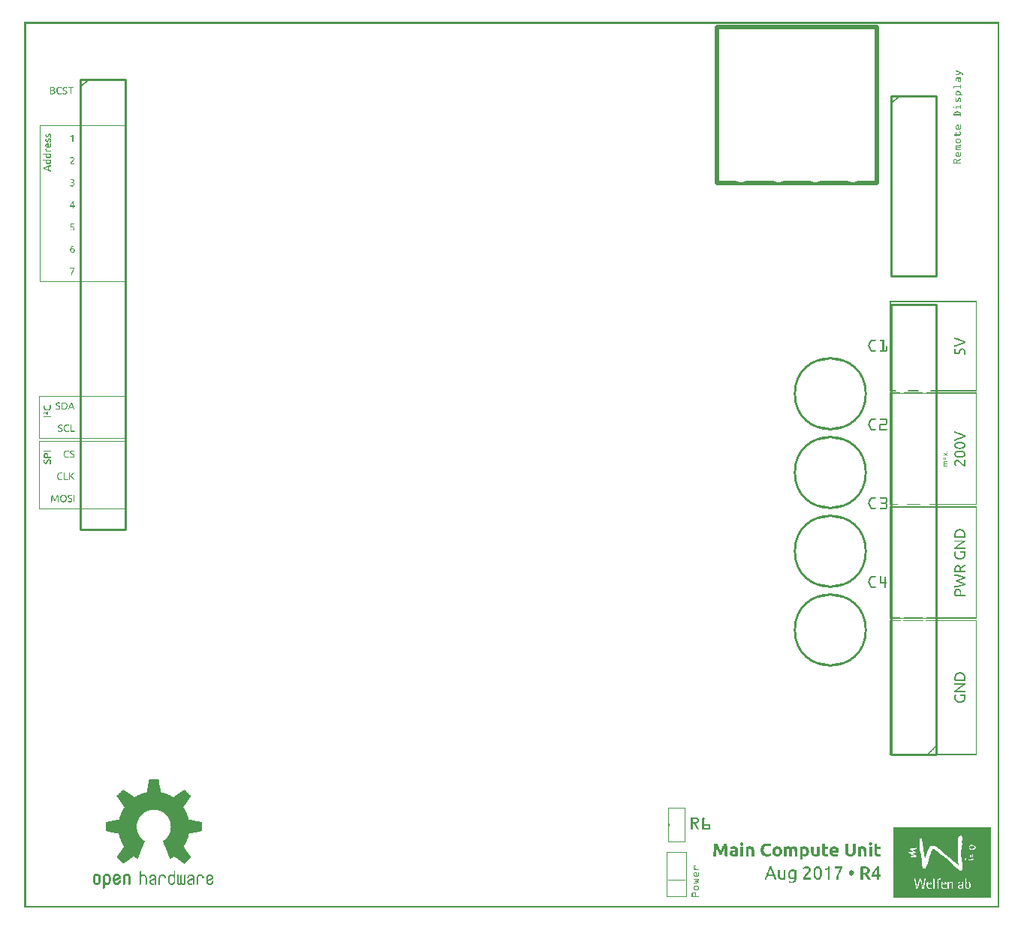
<source format=gto>
G04 MADE WITH FRITZING*
G04 WWW.FRITZING.ORG*
G04 DOUBLE SIDED*
G04 HOLES PLATED*
G04 CONTOUR ON CENTER OF CONTOUR VECTOR*
%ASAXBY*%
%FSLAX23Y23*%
%MOIN*%
%OFA0B0*%
%SFA1.0B1.0*%
%ADD10C,0.324803X0.305117*%
%ADD11R,0.387789X0.700010X0.378665X0.690886*%
%ADD12C,0.004562*%
%ADD13R,0.390945X0.192964X0.381821X0.183840*%
%ADD14R,0.390445X0.302421X0.381321X0.293297*%
%ADD15C,0.019685*%
%ADD16C,0.010000*%
%ADD17C,0.005000*%
%ADD18R,0.001000X0.001000*%
%LNSILK1*%
G90*
G70*
G54D10*
X3579Y1584D03*
X3579Y2284D03*
X3579Y1234D03*
X3579Y1934D03*
G54D12*
X67Y3480D02*
X450Y3480D01*
X450Y2785D01*
X67Y2785D01*
X67Y3480D01*
D02*
X65Y2276D02*
X452Y2276D01*
X452Y2088D01*
X65Y2088D01*
X65Y2276D01*
D02*
X65Y2075D02*
X451Y2075D01*
X451Y1777D01*
X65Y1777D01*
X65Y2075D01*
D02*
G54D15*
X3076Y3917D02*
X3785Y3917D01*
D02*
X3785Y3917D02*
X3785Y3222D01*
D02*
X3076Y3222D02*
X3076Y3917D01*
G54D16*
D02*
X3848Y3609D02*
X3848Y2809D01*
D02*
X3848Y2809D02*
X4048Y2809D01*
D02*
X4048Y2809D02*
X4048Y3609D01*
D02*
X4048Y3609D02*
X3848Y3609D01*
G54D17*
D02*
X3848Y3574D02*
X3883Y3609D01*
G54D16*
D02*
X248Y3683D02*
X248Y1683D01*
D02*
X248Y1683D02*
X448Y1683D01*
D02*
X448Y1683D02*
X448Y3683D01*
D02*
X448Y3683D02*
X248Y3683D01*
G54D17*
D02*
X248Y3648D02*
X283Y3683D01*
G54D16*
D02*
X4048Y683D02*
X4048Y2683D01*
D02*
X4048Y2683D02*
X3848Y2683D01*
D02*
X3848Y2683D02*
X3848Y683D01*
D02*
X3848Y683D02*
X4048Y683D01*
G36*
X3858Y360D02*
X3858Y321D01*
X4160Y321D01*
X4160Y319D01*
X4162Y319D01*
X4162Y316D01*
X4164Y316D01*
X4164Y298D01*
X4162Y298D01*
X4162Y289D01*
X4164Y289D01*
X4164Y281D01*
X4207Y281D01*
X4207Y279D01*
X4214Y279D01*
X4214Y277D01*
X4217Y277D01*
X4217Y276D01*
X4220Y276D01*
X4220Y274D01*
X4222Y274D01*
X4222Y273D01*
X4223Y273D01*
X4223Y264D01*
X4222Y264D01*
X4222Y263D01*
X4220Y263D01*
X4220Y261D01*
X4217Y261D01*
X4217Y260D01*
X4210Y260D01*
X4210Y258D01*
X4291Y258D01*
X4291Y360D01*
X3858Y360D01*
G37*
D02*
G36*
X3858Y321D02*
X3858Y308D01*
X3983Y308D01*
X3983Y306D01*
X3984Y306D01*
X3984Y302D01*
X3986Y302D01*
X3986Y295D01*
X3988Y295D01*
X3988Y285D01*
X3989Y285D01*
X3989Y277D01*
X4038Y277D01*
X4038Y276D01*
X4041Y276D01*
X4041Y274D01*
X4044Y274D01*
X4044Y273D01*
X4047Y273D01*
X4047Y271D01*
X4051Y271D01*
X4051Y269D01*
X4052Y269D01*
X4052Y268D01*
X4055Y268D01*
X4055Y266D01*
X4057Y266D01*
X4057Y264D01*
X4059Y264D01*
X4059Y263D01*
X4062Y263D01*
X4062Y261D01*
X4064Y261D01*
X4064Y260D01*
X4065Y260D01*
X4065Y258D01*
X4067Y258D01*
X4067Y256D01*
X4068Y256D01*
X4068Y255D01*
X4070Y255D01*
X4070Y253D01*
X4073Y253D01*
X4073Y252D01*
X4075Y252D01*
X4075Y250D01*
X4076Y250D01*
X4076Y248D01*
X4078Y248D01*
X4078Y247D01*
X4080Y247D01*
X4080Y245D01*
X4081Y245D01*
X4081Y243D01*
X4084Y243D01*
X4084Y242D01*
X4086Y242D01*
X4086Y240D01*
X4088Y240D01*
X4088Y239D01*
X4089Y239D01*
X4089Y237D01*
X4091Y237D01*
X4091Y235D01*
X4094Y235D01*
X4094Y234D01*
X4096Y234D01*
X4096Y232D01*
X4097Y232D01*
X4097Y231D01*
X4099Y231D01*
X4099Y229D01*
X4101Y229D01*
X4101Y227D01*
X4102Y227D01*
X4102Y226D01*
X4104Y226D01*
X4104Y224D01*
X4107Y224D01*
X4107Y222D01*
X4109Y222D01*
X4109Y221D01*
X4110Y221D01*
X4110Y219D01*
X4112Y219D01*
X4112Y218D01*
X4114Y218D01*
X4114Y216D01*
X4117Y216D01*
X4117Y214D01*
X4118Y214D01*
X4118Y213D01*
X4120Y213D01*
X4120Y211D01*
X4122Y211D01*
X4122Y210D01*
X4123Y210D01*
X4123Y208D01*
X4126Y208D01*
X4126Y206D01*
X4128Y206D01*
X4128Y205D01*
X4130Y205D01*
X4130Y203D01*
X4131Y203D01*
X4131Y201D01*
X4135Y201D01*
X4135Y200D01*
X4136Y200D01*
X4136Y198D01*
X4138Y198D01*
X4138Y197D01*
X4139Y197D01*
X4139Y195D01*
X4143Y195D01*
X4143Y193D01*
X4144Y193D01*
X4144Y192D01*
X4146Y192D01*
X4146Y190D01*
X4147Y190D01*
X4147Y200D01*
X4146Y200D01*
X4146Y213D01*
X4144Y213D01*
X4144Y226D01*
X4143Y226D01*
X4143Y260D01*
X4144Y260D01*
X4144Y274D01*
X4146Y274D01*
X4146Y311D01*
X4147Y311D01*
X4147Y315D01*
X4149Y315D01*
X4149Y318D01*
X4151Y318D01*
X4151Y319D01*
X4154Y319D01*
X4154Y321D01*
X3858Y321D01*
G37*
D02*
G36*
X3858Y308D02*
X3858Y268D01*
X3962Y268D01*
X3962Y263D01*
X3959Y263D01*
X3959Y261D01*
X3954Y261D01*
X3954Y260D01*
X3946Y260D01*
X3946Y258D01*
X3944Y258D01*
X3944Y256D01*
X3947Y256D01*
X3947Y255D01*
X3949Y255D01*
X3949Y253D01*
X3952Y253D01*
X3952Y252D01*
X3955Y252D01*
X3955Y250D01*
X3957Y250D01*
X3957Y247D01*
X3954Y247D01*
X3954Y245D01*
X3950Y245D01*
X3950Y243D01*
X3942Y243D01*
X3942Y242D01*
X3944Y242D01*
X3944Y240D01*
X3947Y240D01*
X3947Y239D01*
X3950Y239D01*
X3950Y237D01*
X3954Y237D01*
X3954Y235D01*
X3957Y235D01*
X3957Y234D01*
X3959Y234D01*
X3959Y232D01*
X3960Y232D01*
X3960Y229D01*
X3959Y229D01*
X3959Y227D01*
X3954Y227D01*
X3954Y226D01*
X3941Y226D01*
X3941Y224D01*
X3981Y224D01*
X3981Y234D01*
X3980Y234D01*
X3980Y243D01*
X3978Y243D01*
X3978Y253D01*
X3976Y253D01*
X3976Y264D01*
X3975Y264D01*
X3975Y281D01*
X3973Y281D01*
X3973Y306D01*
X3975Y306D01*
X3975Y308D01*
X3858Y308D01*
G37*
D02*
G36*
X4164Y281D02*
X4164Y279D01*
X4162Y279D01*
X4162Y268D01*
X4160Y268D01*
X4160Y258D01*
X4202Y258D01*
X4202Y260D01*
X4198Y260D01*
X4198Y261D01*
X4194Y261D01*
X4194Y263D01*
X4193Y263D01*
X4193Y271D01*
X4194Y271D01*
X4194Y274D01*
X4196Y274D01*
X4196Y277D01*
X4198Y277D01*
X4198Y279D01*
X4201Y279D01*
X4201Y281D01*
X4164Y281D01*
G37*
D02*
G36*
X3989Y277D02*
X3989Y274D01*
X3991Y274D01*
X3991Y261D01*
X3992Y261D01*
X3992Y250D01*
X3994Y250D01*
X3994Y239D01*
X3996Y239D01*
X3996Y229D01*
X3997Y229D01*
X3997Y222D01*
X4001Y222D01*
X4001Y227D01*
X4002Y227D01*
X4002Y232D01*
X4004Y232D01*
X4004Y239D01*
X4005Y239D01*
X4005Y243D01*
X4007Y243D01*
X4007Y248D01*
X4009Y248D01*
X4009Y252D01*
X4010Y252D01*
X4010Y256D01*
X4012Y256D01*
X4012Y260D01*
X4013Y260D01*
X4013Y263D01*
X4015Y263D01*
X4015Y266D01*
X4017Y266D01*
X4017Y269D01*
X4018Y269D01*
X4018Y271D01*
X4020Y271D01*
X4020Y273D01*
X4022Y273D01*
X4022Y274D01*
X4023Y274D01*
X4023Y276D01*
X4026Y276D01*
X4026Y277D01*
X3989Y277D01*
G37*
D02*
G36*
X3858Y268D02*
X3858Y250D01*
X3939Y250D01*
X3939Y248D01*
X3944Y248D01*
X3944Y252D01*
X3942Y252D01*
X3942Y253D01*
X3941Y253D01*
X3941Y255D01*
X3938Y255D01*
X3938Y256D01*
X3936Y256D01*
X3936Y258D01*
X3933Y258D01*
X3933Y260D01*
X3931Y260D01*
X3931Y261D01*
X3929Y261D01*
X3929Y263D01*
X3933Y263D01*
X3933Y264D01*
X3954Y264D01*
X3954Y266D01*
X3959Y266D01*
X3959Y268D01*
X3858Y268D01*
G37*
D02*
G36*
X4034Y263D02*
X4034Y261D01*
X4031Y261D01*
X4031Y258D01*
X4030Y258D01*
X4030Y255D01*
X4028Y255D01*
X4028Y252D01*
X4026Y252D01*
X4026Y248D01*
X4025Y248D01*
X4025Y245D01*
X4023Y245D01*
X4023Y240D01*
X4022Y240D01*
X4022Y237D01*
X4020Y237D01*
X4020Y231D01*
X4018Y231D01*
X4018Y226D01*
X4017Y226D01*
X4017Y219D01*
X4015Y219D01*
X4015Y213D01*
X4013Y213D01*
X4013Y206D01*
X4012Y206D01*
X4012Y201D01*
X4010Y201D01*
X4010Y197D01*
X4009Y197D01*
X4009Y192D01*
X4007Y192D01*
X4007Y189D01*
X4005Y189D01*
X4005Y185D01*
X4004Y185D01*
X4004Y182D01*
X4002Y182D01*
X4002Y179D01*
X4001Y179D01*
X4001Y177D01*
X3999Y177D01*
X3999Y176D01*
X4139Y176D01*
X4139Y177D01*
X4138Y177D01*
X4138Y179D01*
X4135Y179D01*
X4135Y180D01*
X4133Y180D01*
X4133Y182D01*
X4131Y182D01*
X4131Y184D01*
X4130Y184D01*
X4130Y185D01*
X4128Y185D01*
X4128Y187D01*
X4126Y187D01*
X4126Y189D01*
X4125Y189D01*
X4125Y190D01*
X4123Y190D01*
X4123Y192D01*
X4122Y192D01*
X4122Y193D01*
X4120Y193D01*
X4120Y195D01*
X4118Y195D01*
X4118Y197D01*
X4117Y197D01*
X4117Y198D01*
X4115Y198D01*
X4115Y200D01*
X4114Y200D01*
X4114Y201D01*
X4112Y201D01*
X4112Y203D01*
X4110Y203D01*
X4110Y205D01*
X4109Y205D01*
X4109Y206D01*
X4107Y206D01*
X4107Y208D01*
X4105Y208D01*
X4105Y210D01*
X4104Y210D01*
X4104Y211D01*
X4102Y211D01*
X4102Y213D01*
X4101Y213D01*
X4101Y214D01*
X4099Y214D01*
X4099Y216D01*
X4097Y216D01*
X4097Y218D01*
X4094Y218D01*
X4094Y219D01*
X4093Y219D01*
X4093Y221D01*
X4091Y221D01*
X4091Y222D01*
X4089Y222D01*
X4089Y224D01*
X4088Y224D01*
X4088Y226D01*
X4086Y226D01*
X4086Y227D01*
X4083Y227D01*
X4083Y229D01*
X4081Y229D01*
X4081Y231D01*
X4080Y231D01*
X4080Y232D01*
X4076Y232D01*
X4076Y234D01*
X4073Y234D01*
X4073Y235D01*
X4072Y235D01*
X4072Y237D01*
X4068Y237D01*
X4068Y239D01*
X4067Y239D01*
X4067Y240D01*
X4065Y240D01*
X4065Y242D01*
X4064Y242D01*
X4064Y243D01*
X4060Y243D01*
X4060Y245D01*
X4059Y245D01*
X4059Y247D01*
X4057Y247D01*
X4057Y248D01*
X4055Y248D01*
X4055Y250D01*
X4054Y250D01*
X4054Y252D01*
X4051Y252D01*
X4051Y253D01*
X4049Y253D01*
X4049Y255D01*
X4047Y255D01*
X4047Y256D01*
X4046Y256D01*
X4046Y258D01*
X4043Y258D01*
X4043Y260D01*
X4041Y260D01*
X4041Y261D01*
X4039Y261D01*
X4039Y263D01*
X4034Y263D01*
G37*
D02*
G36*
X4159Y258D02*
X4159Y256D01*
X4291Y256D01*
X4291Y258D01*
X4159Y258D01*
G37*
D02*
G36*
X4159Y258D02*
X4159Y256D01*
X4291Y256D01*
X4291Y258D01*
X4159Y258D01*
G37*
D02*
G36*
X4159Y256D02*
X4159Y239D01*
X4212Y239D01*
X4212Y229D01*
X4210Y229D01*
X4210Y227D01*
X4291Y227D01*
X4291Y256D01*
X4159Y256D01*
G37*
D02*
G36*
X3858Y250D02*
X3858Y224D01*
X3934Y224D01*
X3934Y229D01*
X3938Y229D01*
X3938Y231D01*
X3949Y231D01*
X3949Y232D01*
X3947Y232D01*
X3947Y234D01*
X3946Y234D01*
X3946Y235D01*
X3942Y235D01*
X3942Y237D01*
X3939Y237D01*
X3939Y239D01*
X3936Y239D01*
X3936Y240D01*
X3933Y240D01*
X3933Y242D01*
X3931Y242D01*
X3931Y243D01*
X3929Y243D01*
X3929Y245D01*
X3928Y245D01*
X3928Y247D01*
X3926Y247D01*
X3926Y248D01*
X3928Y248D01*
X3928Y250D01*
X3858Y250D01*
G37*
D02*
G36*
X4159Y239D02*
X4159Y237D01*
X4202Y237D01*
X4202Y235D01*
X4204Y235D01*
X4204Y227D01*
X4209Y227D01*
X4209Y229D01*
X4207Y229D01*
X4207Y239D01*
X4159Y239D01*
G37*
D02*
G36*
X4159Y237D02*
X4159Y227D01*
X4160Y227D01*
X4160Y224D01*
X4201Y224D01*
X4201Y227D01*
X4199Y227D01*
X4199Y234D01*
X4201Y234D01*
X4201Y237D01*
X4159Y237D01*
G37*
D02*
G36*
X4204Y227D02*
X4204Y226D01*
X4291Y226D01*
X4291Y227D01*
X4204Y227D01*
G37*
D02*
G36*
X4204Y227D02*
X4204Y226D01*
X4291Y226D01*
X4291Y227D01*
X4204Y227D01*
G37*
D02*
G36*
X4202Y226D02*
X4202Y224D01*
X4291Y224D01*
X4291Y226D01*
X4202Y226D01*
G37*
D02*
G36*
X3858Y224D02*
X3858Y222D01*
X3981Y222D01*
X3981Y224D01*
X3858Y224D01*
G37*
D02*
G36*
X3858Y224D02*
X3858Y222D01*
X3981Y222D01*
X3981Y224D01*
X3858Y224D01*
G37*
D02*
G36*
X4160Y224D02*
X4160Y222D01*
X4291Y222D01*
X4291Y224D01*
X4160Y224D01*
G37*
D02*
G36*
X4160Y224D02*
X4160Y222D01*
X4291Y222D01*
X4291Y224D01*
X4160Y224D01*
G37*
D02*
G36*
X3858Y222D02*
X3858Y176D01*
X3991Y176D01*
X3991Y177D01*
X3989Y177D01*
X3989Y179D01*
X3988Y179D01*
X3988Y184D01*
X3986Y184D01*
X3986Y197D01*
X3984Y197D01*
X3984Y208D01*
X3983Y208D01*
X3983Y221D01*
X3981Y221D01*
X3981Y222D01*
X3858Y222D01*
G37*
D02*
G36*
X4160Y222D02*
X4160Y221D01*
X4181Y221D01*
X4181Y218D01*
X4215Y218D01*
X4215Y214D01*
X4212Y214D01*
X4212Y213D01*
X4201Y213D01*
X4201Y211D01*
X4291Y211D01*
X4291Y222D01*
X4160Y222D01*
G37*
D02*
G36*
X4160Y221D02*
X4160Y216D01*
X4162Y216D01*
X4162Y213D01*
X4173Y213D01*
X4173Y218D01*
X4175Y218D01*
X4175Y219D01*
X4177Y219D01*
X4177Y221D01*
X4160Y221D01*
G37*
D02*
G36*
X4181Y218D02*
X4181Y213D01*
X4191Y213D01*
X4191Y214D01*
X4196Y214D01*
X4196Y216D01*
X4206Y216D01*
X4206Y218D01*
X4181Y218D01*
G37*
D02*
G36*
X4162Y213D02*
X4162Y211D01*
X4191Y211D01*
X4191Y213D01*
X4162Y213D01*
G37*
D02*
G36*
X4162Y213D02*
X4162Y211D01*
X4191Y211D01*
X4191Y213D01*
X4162Y213D01*
G37*
D02*
G36*
X4162Y211D02*
X4162Y210D01*
X4291Y210D01*
X4291Y211D01*
X4162Y211D01*
G37*
D02*
G36*
X4162Y211D02*
X4162Y210D01*
X4291Y210D01*
X4291Y211D01*
X4162Y211D01*
G37*
D02*
G36*
X4162Y210D02*
X4162Y205D01*
X4164Y205D01*
X4164Y192D01*
X4165Y192D01*
X4165Y172D01*
X4164Y172D01*
X4164Y169D01*
X4162Y169D01*
X4162Y168D01*
X4160Y168D01*
X4160Y166D01*
X4157Y166D01*
X4157Y164D01*
X4291Y164D01*
X4291Y210D01*
X4162Y210D01*
G37*
D02*
G36*
X3858Y176D02*
X3858Y174D01*
X4141Y174D01*
X4141Y176D01*
X3858Y176D01*
G37*
D02*
G36*
X3858Y176D02*
X3858Y174D01*
X4141Y174D01*
X4141Y176D01*
X3858Y176D01*
G37*
D02*
G36*
X3858Y174D02*
X3858Y164D01*
X4154Y164D01*
X4154Y166D01*
X4152Y166D01*
X4152Y168D01*
X4149Y168D01*
X4149Y169D01*
X4147Y169D01*
X4147Y171D01*
X4144Y171D01*
X4144Y172D01*
X4143Y172D01*
X4143Y174D01*
X3858Y174D01*
G37*
D02*
G36*
X3858Y164D02*
X3858Y163D01*
X4291Y163D01*
X4291Y164D01*
X3858Y164D01*
G37*
D02*
G36*
X3858Y164D02*
X3858Y163D01*
X4291Y163D01*
X4291Y164D01*
X3858Y164D01*
G37*
D02*
G36*
X3858Y163D02*
X3858Y132D01*
X4180Y132D01*
X4180Y130D01*
X4181Y130D01*
X4181Y117D01*
X4194Y117D01*
X4194Y116D01*
X4196Y116D01*
X4196Y114D01*
X4198Y114D01*
X4198Y113D01*
X4199Y113D01*
X4199Y108D01*
X4201Y108D01*
X4201Y93D01*
X4199Y93D01*
X4199Y90D01*
X4198Y90D01*
X4198Y88D01*
X4196Y88D01*
X4196Y87D01*
X4194Y87D01*
X4194Y85D01*
X4291Y85D01*
X4291Y163D01*
X3858Y163D01*
G37*
D02*
G36*
X3858Y132D02*
X3858Y85D01*
X3959Y85D01*
X3959Y92D01*
X3957Y92D01*
X3957Y101D01*
X3955Y101D01*
X3955Y111D01*
X3954Y111D01*
X3954Y119D01*
X3952Y119D01*
X3952Y129D01*
X3950Y129D01*
X3950Y130D01*
X3952Y130D01*
X3952Y132D01*
X3858Y132D01*
G37*
D02*
G36*
X3955Y132D02*
X3955Y127D01*
X3957Y127D01*
X3957Y117D01*
X3959Y117D01*
X3959Y109D01*
X3960Y109D01*
X3960Y100D01*
X3962Y100D01*
X3962Y93D01*
X3963Y93D01*
X3963Y98D01*
X3965Y98D01*
X3965Y105D01*
X3967Y105D01*
X3967Y109D01*
X3968Y109D01*
X3968Y116D01*
X3970Y116D01*
X3970Y122D01*
X3971Y122D01*
X3971Y127D01*
X3973Y127D01*
X3973Y132D01*
X3955Y132D01*
G37*
D02*
G36*
X3978Y132D02*
X3978Y130D01*
X3980Y130D01*
X3980Y126D01*
X3981Y126D01*
X3981Y121D01*
X3983Y121D01*
X3983Y114D01*
X3984Y114D01*
X3984Y108D01*
X3986Y108D01*
X3986Y101D01*
X3988Y101D01*
X3988Y96D01*
X3989Y96D01*
X3989Y93D01*
X3991Y93D01*
X3991Y103D01*
X3992Y103D01*
X3992Y111D01*
X3994Y111D01*
X3994Y121D01*
X3996Y121D01*
X3996Y129D01*
X3997Y129D01*
X3997Y132D01*
X3978Y132D01*
G37*
D02*
G36*
X4001Y132D02*
X4001Y122D01*
X3999Y122D01*
X3999Y117D01*
X4023Y117D01*
X4023Y116D01*
X4025Y116D01*
X4025Y114D01*
X4026Y114D01*
X4026Y113D01*
X4028Y113D01*
X4028Y105D01*
X4010Y105D01*
X4010Y96D01*
X4012Y96D01*
X4012Y93D01*
X4013Y93D01*
X4013Y92D01*
X4015Y92D01*
X4015Y90D01*
X4017Y90D01*
X4017Y88D01*
X4028Y88D01*
X4028Y85D01*
X4036Y85D01*
X4036Y132D01*
X4001Y132D01*
G37*
D02*
G36*
X4039Y132D02*
X4039Y130D01*
X4041Y130D01*
X4041Y85D01*
X4054Y85D01*
X4054Y113D01*
X4052Y113D01*
X4052Y114D01*
X4047Y114D01*
X4047Y117D01*
X4054Y117D01*
X4054Y127D01*
X4055Y127D01*
X4055Y129D01*
X4057Y129D01*
X4057Y130D01*
X4060Y130D01*
X4060Y132D01*
X4039Y132D01*
G37*
D02*
G36*
X4068Y132D02*
X4068Y127D01*
X4059Y127D01*
X4059Y124D01*
X4057Y124D01*
X4057Y117D01*
X4118Y117D01*
X4118Y116D01*
X4120Y116D01*
X4120Y114D01*
X4122Y114D01*
X4122Y85D01*
X4133Y85D01*
X4133Y132D01*
X4068Y132D01*
G37*
D02*
G36*
X4136Y132D02*
X4136Y117D01*
X4164Y117D01*
X4164Y116D01*
X4165Y116D01*
X4165Y114D01*
X4167Y114D01*
X4167Y108D01*
X4168Y108D01*
X4168Y87D01*
X4167Y87D01*
X4167Y85D01*
X4183Y85D01*
X4183Y87D01*
X4180Y87D01*
X4180Y88D01*
X4178Y88D01*
X4178Y92D01*
X4177Y92D01*
X4177Y132D01*
X4136Y132D01*
G37*
D02*
G36*
X3975Y122D02*
X3975Y117D01*
X3973Y117D01*
X3973Y111D01*
X3971Y111D01*
X3971Y105D01*
X3970Y105D01*
X3970Y100D01*
X3968Y100D01*
X3968Y93D01*
X3967Y93D01*
X3967Y88D01*
X3965Y88D01*
X3965Y85D01*
X3988Y85D01*
X3988Y87D01*
X3986Y87D01*
X3986Y92D01*
X3984Y92D01*
X3984Y98D01*
X3983Y98D01*
X3983Y105D01*
X3981Y105D01*
X3981Y109D01*
X3980Y109D01*
X3980Y116D01*
X3978Y116D01*
X3978Y122D01*
X3975Y122D01*
G37*
D02*
G36*
X3999Y117D02*
X3999Y113D01*
X3997Y113D01*
X3997Y103D01*
X3996Y103D01*
X3996Y95D01*
X3994Y95D01*
X3994Y85D01*
X4013Y85D01*
X4013Y87D01*
X4010Y87D01*
X4010Y88D01*
X4009Y88D01*
X4009Y92D01*
X4007Y92D01*
X4007Y95D01*
X4005Y95D01*
X4005Y111D01*
X4007Y111D01*
X4007Y114D01*
X4009Y114D01*
X4009Y116D01*
X4012Y116D01*
X4012Y117D01*
X3999Y117D01*
G37*
D02*
G36*
X4067Y117D02*
X4067Y114D01*
X4059Y114D01*
X4059Y113D01*
X4057Y113D01*
X4057Y85D01*
X4078Y85D01*
X4078Y87D01*
X4075Y87D01*
X4075Y88D01*
X4073Y88D01*
X4073Y90D01*
X4072Y90D01*
X4072Y93D01*
X4070Y93D01*
X4070Y111D01*
X4072Y111D01*
X4072Y114D01*
X4073Y114D01*
X4073Y116D01*
X4075Y116D01*
X4075Y117D01*
X4067Y117D01*
G37*
D02*
G36*
X4088Y117D02*
X4088Y116D01*
X4089Y116D01*
X4089Y114D01*
X4091Y114D01*
X4091Y111D01*
X4093Y111D01*
X4093Y105D01*
X4075Y105D01*
X4075Y95D01*
X4076Y95D01*
X4076Y93D01*
X4078Y93D01*
X4078Y90D01*
X4081Y90D01*
X4081Y88D01*
X4093Y88D01*
X4093Y87D01*
X4091Y87D01*
X4091Y85D01*
X4101Y85D01*
X4101Y87D01*
X4099Y87D01*
X4099Y117D01*
X4088Y117D01*
G37*
D02*
G36*
X4104Y117D02*
X4104Y111D01*
X4105Y111D01*
X4105Y113D01*
X4107Y113D01*
X4107Y116D01*
X4110Y116D01*
X4110Y117D01*
X4104Y117D01*
G37*
D02*
G36*
X4136Y117D02*
X4136Y109D01*
X4146Y109D01*
X4146Y113D01*
X4147Y113D01*
X4147Y116D01*
X4151Y116D01*
X4151Y117D01*
X4136Y117D01*
G37*
D02*
G36*
X4181Y117D02*
X4181Y114D01*
X4183Y114D01*
X4183Y116D01*
X4185Y116D01*
X4185Y117D01*
X4181Y117D01*
G37*
D02*
G36*
X4154Y114D02*
X4154Y113D01*
X4152Y113D01*
X4152Y111D01*
X4151Y111D01*
X4151Y109D01*
X4164Y109D01*
X4164Y111D01*
X4162Y111D01*
X4162Y113D01*
X4160Y113D01*
X4160Y114D01*
X4154Y114D01*
G37*
D02*
G36*
X4109Y113D02*
X4109Y111D01*
X4107Y111D01*
X4107Y108D01*
X4105Y108D01*
X4105Y103D01*
X4104Y103D01*
X4104Y85D01*
X4118Y85D01*
X4118Y109D01*
X4117Y109D01*
X4117Y113D01*
X4109Y113D01*
G37*
D02*
G36*
X4136Y109D02*
X4136Y108D01*
X4164Y108D01*
X4164Y109D01*
X4136Y109D01*
G37*
D02*
G36*
X4136Y109D02*
X4136Y108D01*
X4164Y108D01*
X4164Y109D01*
X4136Y109D01*
G37*
D02*
G36*
X4136Y108D02*
X4136Y85D01*
X4149Y85D01*
X4149Y87D01*
X4147Y87D01*
X4147Y88D01*
X4146Y88D01*
X4146Y92D01*
X4144Y92D01*
X4144Y95D01*
X4146Y95D01*
X4146Y98D01*
X4147Y98D01*
X4147Y100D01*
X4149Y100D01*
X4149Y101D01*
X4152Y101D01*
X4152Y103D01*
X4162Y103D01*
X4162Y105D01*
X4164Y105D01*
X4164Y108D01*
X4136Y108D01*
G37*
D02*
G36*
X4162Y88D02*
X4162Y87D01*
X4159Y87D01*
X4159Y85D01*
X4164Y85D01*
X4164Y88D01*
X4162Y88D01*
G37*
D02*
G36*
X3858Y85D02*
X3858Y84D01*
X4291Y84D01*
X4291Y85D01*
X3858Y85D01*
G37*
D02*
G36*
X3858Y85D02*
X3858Y84D01*
X4291Y84D01*
X4291Y85D01*
X3858Y85D01*
G37*
D02*
G36*
X3858Y85D02*
X3858Y84D01*
X4291Y84D01*
X4291Y85D01*
X3858Y85D01*
G37*
D02*
G36*
X3858Y85D02*
X3858Y84D01*
X4291Y84D01*
X4291Y85D01*
X3858Y85D01*
G37*
D02*
G36*
X3858Y85D02*
X3858Y84D01*
X4291Y84D01*
X4291Y85D01*
X3858Y85D01*
G37*
D02*
G36*
X3858Y85D02*
X3858Y84D01*
X4291Y84D01*
X4291Y85D01*
X3858Y85D01*
G37*
D02*
G36*
X3858Y85D02*
X3858Y84D01*
X4291Y84D01*
X4291Y85D01*
X3858Y85D01*
G37*
D02*
G36*
X3858Y85D02*
X3858Y84D01*
X4291Y84D01*
X4291Y85D01*
X3858Y85D01*
G37*
D02*
G36*
X3858Y85D02*
X3858Y84D01*
X4291Y84D01*
X4291Y85D01*
X3858Y85D01*
G37*
D02*
G36*
X3858Y85D02*
X3858Y84D01*
X4291Y84D01*
X4291Y85D01*
X3858Y85D01*
G37*
D02*
G36*
X3858Y85D02*
X3858Y84D01*
X4291Y84D01*
X4291Y85D01*
X3858Y85D01*
G37*
D02*
G36*
X3858Y85D02*
X3858Y84D01*
X4291Y84D01*
X4291Y85D01*
X3858Y85D01*
G37*
D02*
G36*
X3858Y85D02*
X3858Y84D01*
X4291Y84D01*
X4291Y85D01*
X3858Y85D01*
G37*
D02*
G36*
X3858Y84D02*
X3858Y45D01*
X4291Y45D01*
X4291Y84D01*
X3858Y84D01*
G37*
D02*
G36*
X3180Y292D02*
X3180Y290D01*
X3178Y290D01*
X3178Y287D01*
X3177Y287D01*
X3177Y282D01*
X3178Y282D01*
X3178Y279D01*
X3182Y279D01*
X3182Y277D01*
X3187Y277D01*
X3187Y279D01*
X3190Y279D01*
X3190Y281D01*
X3191Y281D01*
X3191Y289D01*
X3190Y289D01*
X3190Y290D01*
X3188Y290D01*
X3188Y292D01*
X3180Y292D01*
G37*
D02*
G36*
X3752Y292D02*
X3752Y290D01*
X3750Y290D01*
X3750Y287D01*
X3749Y287D01*
X3749Y282D01*
X3750Y282D01*
X3750Y281D01*
X3752Y281D01*
X3752Y279D01*
X3753Y279D01*
X3753Y277D01*
X3758Y277D01*
X3758Y279D01*
X3761Y279D01*
X3761Y281D01*
X3763Y281D01*
X3763Y289D01*
X3761Y289D01*
X3761Y290D01*
X3760Y290D01*
X3760Y292D01*
X3752Y292D01*
G37*
D02*
G36*
X3064Y287D02*
X3064Y285D01*
X3062Y285D01*
X3062Y271D01*
X3061Y271D01*
X3061Y264D01*
X3075Y264D01*
X3075Y260D01*
X3077Y260D01*
X3077Y256D01*
X3078Y256D01*
X3078Y253D01*
X3090Y253D01*
X3090Y258D01*
X3088Y258D01*
X3088Y261D01*
X3086Y261D01*
X3086Y264D01*
X3085Y264D01*
X3085Y268D01*
X3083Y268D01*
X3083Y273D01*
X3082Y273D01*
X3082Y276D01*
X3080Y276D01*
X3080Y279D01*
X3078Y279D01*
X3078Y282D01*
X3077Y282D01*
X3077Y285D01*
X3075Y285D01*
X3075Y287D01*
X3064Y287D01*
G37*
D02*
G36*
X3107Y287D02*
X3107Y285D01*
X3106Y285D01*
X3106Y284D01*
X3104Y284D01*
X3104Y281D01*
X3103Y281D01*
X3103Y277D01*
X3101Y277D01*
X3101Y274D01*
X3099Y274D01*
X3099Y271D01*
X3098Y271D01*
X3098Y266D01*
X3096Y266D01*
X3096Y264D01*
X3109Y264D01*
X3109Y232D01*
X3111Y232D01*
X3111Y229D01*
X3122Y229D01*
X3122Y253D01*
X3120Y253D01*
X3120Y274D01*
X3119Y274D01*
X3119Y285D01*
X3117Y285D01*
X3117Y287D01*
X3107Y287D01*
G37*
D02*
G36*
X3061Y264D02*
X3061Y250D01*
X3059Y250D01*
X3059Y229D01*
X3070Y229D01*
X3070Y231D01*
X3072Y231D01*
X3072Y260D01*
X3073Y260D01*
X3073Y264D01*
X3061Y264D01*
G37*
D02*
G36*
X3096Y264D02*
X3096Y263D01*
X3094Y263D01*
X3094Y260D01*
X3093Y260D01*
X3093Y255D01*
X3091Y255D01*
X3091Y253D01*
X3103Y253D01*
X3103Y256D01*
X3104Y256D01*
X3104Y260D01*
X3106Y260D01*
X3106Y263D01*
X3107Y263D01*
X3107Y264D01*
X3096Y264D01*
G37*
D02*
G36*
X3080Y253D02*
X3080Y252D01*
X3103Y252D01*
X3103Y253D01*
X3080Y253D01*
G37*
D02*
G36*
X3080Y253D02*
X3080Y252D01*
X3103Y252D01*
X3103Y253D01*
X3080Y253D01*
G37*
D02*
G36*
X3080Y252D02*
X3080Y248D01*
X3082Y248D01*
X3082Y245D01*
X3083Y245D01*
X3083Y242D01*
X3085Y242D01*
X3085Y237D01*
X3096Y237D01*
X3096Y240D01*
X3098Y240D01*
X3098Y245D01*
X3099Y245D01*
X3099Y248D01*
X3101Y248D01*
X3101Y252D01*
X3080Y252D01*
G37*
D02*
G36*
X3288Y287D02*
X3288Y285D01*
X3283Y285D01*
X3283Y284D01*
X3282Y284D01*
X3282Y282D01*
X3279Y282D01*
X3279Y281D01*
X3277Y281D01*
X3277Y279D01*
X3275Y279D01*
X3275Y277D01*
X3274Y277D01*
X3274Y276D01*
X3306Y276D01*
X3306Y274D01*
X3311Y274D01*
X3311Y273D01*
X3312Y273D01*
X3312Y277D01*
X3314Y277D01*
X3314Y282D01*
X3316Y282D01*
X3316Y284D01*
X3312Y284D01*
X3312Y285D01*
X3308Y285D01*
X3308Y287D01*
X3288Y287D01*
G37*
D02*
G36*
X3274Y276D02*
X3274Y274D01*
X3272Y274D01*
X3272Y271D01*
X3271Y271D01*
X3271Y266D01*
X3269Y266D01*
X3269Y248D01*
X3271Y248D01*
X3271Y243D01*
X3272Y243D01*
X3272Y240D01*
X3292Y240D01*
X3292Y242D01*
X3288Y242D01*
X3288Y243D01*
X3287Y243D01*
X3287Y245D01*
X3285Y245D01*
X3285Y247D01*
X3283Y247D01*
X3283Y253D01*
X3282Y253D01*
X3282Y263D01*
X3283Y263D01*
X3283Y268D01*
X3285Y268D01*
X3285Y271D01*
X3287Y271D01*
X3287Y273D01*
X3288Y273D01*
X3288Y274D01*
X3292Y274D01*
X3292Y276D01*
X3274Y276D01*
G37*
D02*
G36*
X3309Y242D02*
X3309Y240D01*
X3314Y240D01*
X3314Y242D01*
X3309Y242D01*
G37*
D02*
G36*
X3274Y240D02*
X3274Y239D01*
X3314Y239D01*
X3314Y240D01*
X3274Y240D01*
G37*
D02*
G36*
X3274Y240D02*
X3274Y239D01*
X3314Y239D01*
X3314Y240D01*
X3274Y240D01*
G37*
D02*
G36*
X3274Y239D02*
X3274Y237D01*
X3275Y237D01*
X3275Y235D01*
X3277Y235D01*
X3277Y234D01*
X3279Y234D01*
X3279Y232D01*
X3282Y232D01*
X3282Y231D01*
X3287Y231D01*
X3287Y229D01*
X3296Y229D01*
X3296Y227D01*
X3298Y227D01*
X3298Y229D01*
X3309Y229D01*
X3309Y231D01*
X3314Y231D01*
X3314Y232D01*
X3316Y232D01*
X3316Y237D01*
X3314Y237D01*
X3314Y239D01*
X3274Y239D01*
G37*
D02*
G36*
X3645Y287D02*
X3645Y285D01*
X3644Y285D01*
X3644Y245D01*
X3645Y245D01*
X3645Y240D01*
X3647Y240D01*
X3647Y239D01*
X3666Y239D01*
X3666Y240D01*
X3661Y240D01*
X3661Y242D01*
X3660Y242D01*
X3660Y243D01*
X3658Y243D01*
X3658Y247D01*
X3657Y247D01*
X3657Y287D01*
X3645Y287D01*
G37*
D02*
G36*
X3679Y287D02*
X3679Y285D01*
X3678Y285D01*
X3678Y247D01*
X3676Y247D01*
X3676Y243D01*
X3674Y243D01*
X3674Y242D01*
X3673Y242D01*
X3673Y240D01*
X3668Y240D01*
X3668Y239D01*
X3689Y239D01*
X3689Y243D01*
X3690Y243D01*
X3690Y285D01*
X3689Y285D01*
X3689Y287D01*
X3679Y287D01*
G37*
D02*
G36*
X3647Y239D02*
X3647Y237D01*
X3687Y237D01*
X3687Y239D01*
X3647Y239D01*
G37*
D02*
G36*
X3647Y239D02*
X3647Y237D01*
X3687Y237D01*
X3687Y239D01*
X3647Y239D01*
G37*
D02*
G36*
X3648Y237D02*
X3648Y234D01*
X3652Y234D01*
X3652Y232D01*
X3653Y232D01*
X3653Y231D01*
X3657Y231D01*
X3657Y229D01*
X3678Y229D01*
X3678Y231D01*
X3681Y231D01*
X3681Y232D01*
X3682Y232D01*
X3682Y234D01*
X3686Y234D01*
X3686Y237D01*
X3648Y237D01*
G37*
D02*
G36*
X3550Y285D02*
X3550Y284D01*
X3542Y284D01*
X3542Y282D01*
X3540Y282D01*
X3540Y243D01*
X3542Y243D01*
X3542Y239D01*
X3556Y239D01*
X3556Y240D01*
X3555Y240D01*
X3555Y242D01*
X3553Y242D01*
X3553Y263D01*
X3568Y263D01*
X3568Y273D01*
X3553Y273D01*
X3553Y285D01*
X3550Y285D01*
G37*
D02*
G36*
X3566Y240D02*
X3566Y239D01*
X3568Y239D01*
X3568Y240D01*
X3566Y240D01*
G37*
D02*
G36*
X3542Y239D02*
X3542Y237D01*
X3568Y237D01*
X3568Y239D01*
X3542Y239D01*
G37*
D02*
G36*
X3542Y239D02*
X3542Y237D01*
X3568Y237D01*
X3568Y239D01*
X3542Y239D01*
G37*
D02*
G36*
X3543Y237D02*
X3543Y234D01*
X3545Y234D01*
X3545Y232D01*
X3547Y232D01*
X3547Y231D01*
X3550Y231D01*
X3550Y229D01*
X3568Y229D01*
X3568Y231D01*
X3569Y231D01*
X3569Y237D01*
X3543Y237D01*
G37*
D02*
G36*
X3782Y285D02*
X3782Y284D01*
X3774Y284D01*
X3774Y282D01*
X3773Y282D01*
X3773Y245D01*
X3774Y245D01*
X3774Y239D01*
X3789Y239D01*
X3789Y240D01*
X3787Y240D01*
X3787Y243D01*
X3786Y243D01*
X3786Y263D01*
X3800Y263D01*
X3800Y273D01*
X3786Y273D01*
X3786Y285D01*
X3782Y285D01*
G37*
D02*
G36*
X3799Y240D02*
X3799Y239D01*
X3800Y239D01*
X3800Y240D01*
X3799Y240D01*
G37*
D02*
G36*
X3774Y239D02*
X3774Y237D01*
X3800Y237D01*
X3800Y239D01*
X3774Y239D01*
G37*
D02*
G36*
X3774Y239D02*
X3774Y237D01*
X3800Y237D01*
X3800Y239D01*
X3774Y239D01*
G37*
D02*
G36*
X3776Y237D02*
X3776Y234D01*
X3778Y234D01*
X3778Y232D01*
X3779Y232D01*
X3779Y231D01*
X3782Y231D01*
X3782Y229D01*
X3800Y229D01*
X3800Y231D01*
X3802Y231D01*
X3802Y237D01*
X3776Y237D01*
G37*
D02*
G36*
X4202Y277D02*
X4202Y276D01*
X4201Y276D01*
X4201Y274D01*
X4199Y274D01*
X4199Y273D01*
X4198Y273D01*
X4198Y269D01*
X4196Y269D01*
X4196Y266D01*
X4198Y266D01*
X4198Y264D01*
X4201Y264D01*
X4201Y263D01*
X4210Y263D01*
X4210Y264D01*
X4214Y264D01*
X4214Y266D01*
X4217Y266D01*
X4217Y273D01*
X4215Y273D01*
X4215Y274D01*
X4212Y274D01*
X4212Y276D01*
X4207Y276D01*
X4207Y277D01*
X4202Y277D01*
G37*
D02*
G36*
X3143Y274D02*
X3143Y273D01*
X3135Y273D01*
X3135Y263D01*
X3153Y263D01*
X3153Y261D01*
X3154Y261D01*
X3154Y260D01*
X3156Y260D01*
X3156Y256D01*
X3143Y256D01*
X3143Y255D01*
X3136Y255D01*
X3136Y253D01*
X3135Y253D01*
X3135Y252D01*
X3133Y252D01*
X3133Y250D01*
X3132Y250D01*
X3132Y248D01*
X3154Y248D01*
X3154Y247D01*
X3156Y247D01*
X3156Y239D01*
X3167Y239D01*
X3167Y264D01*
X3166Y264D01*
X3166Y268D01*
X3164Y268D01*
X3164Y269D01*
X3162Y269D01*
X3162Y271D01*
X3159Y271D01*
X3159Y273D01*
X3154Y273D01*
X3154Y274D01*
X3143Y274D01*
G37*
D02*
G36*
X3132Y248D02*
X3132Y247D01*
X3130Y247D01*
X3130Y239D01*
X3145Y239D01*
X3145Y240D01*
X3143Y240D01*
X3143Y247D01*
X3146Y247D01*
X3146Y248D01*
X3132Y248D01*
G37*
D02*
G36*
X3132Y239D02*
X3132Y237D01*
X3167Y237D01*
X3167Y239D01*
X3132Y239D01*
G37*
D02*
G36*
X3132Y239D02*
X3132Y237D01*
X3167Y237D01*
X3167Y239D01*
X3132Y239D01*
G37*
D02*
G36*
X3132Y237D02*
X3132Y234D01*
X3133Y234D01*
X3133Y232D01*
X3135Y232D01*
X3135Y231D01*
X3140Y231D01*
X3140Y229D01*
X3164Y229D01*
X3164Y231D01*
X3167Y231D01*
X3167Y237D01*
X3132Y237D01*
G37*
D02*
G36*
X3216Y274D02*
X3216Y273D01*
X3204Y273D01*
X3204Y271D01*
X3203Y271D01*
X3203Y263D01*
X3224Y263D01*
X3224Y261D01*
X3225Y261D01*
X3225Y260D01*
X3227Y260D01*
X3227Y229D01*
X3240Y229D01*
X3240Y260D01*
X3238Y260D01*
X3238Y264D01*
X3237Y264D01*
X3237Y268D01*
X3235Y268D01*
X3235Y269D01*
X3233Y269D01*
X3233Y271D01*
X3230Y271D01*
X3230Y273D01*
X3224Y273D01*
X3224Y274D01*
X3216Y274D01*
G37*
D02*
G36*
X3203Y263D02*
X3203Y229D01*
X3214Y229D01*
X3214Y263D01*
X3203Y263D01*
G37*
D02*
G36*
X3338Y274D02*
X3338Y273D01*
X3333Y273D01*
X3333Y271D01*
X3330Y271D01*
X3330Y269D01*
X3329Y269D01*
X3329Y268D01*
X3325Y268D01*
X3325Y264D01*
X3324Y264D01*
X3324Y263D01*
X3346Y263D01*
X3346Y261D01*
X3348Y261D01*
X3348Y260D01*
X3350Y260D01*
X3350Y253D01*
X3351Y253D01*
X3351Y250D01*
X3350Y250D01*
X3350Y243D01*
X3348Y243D01*
X3348Y240D01*
X3345Y240D01*
X3345Y239D01*
X3361Y239D01*
X3361Y242D01*
X3363Y242D01*
X3363Y260D01*
X3361Y260D01*
X3361Y263D01*
X3359Y263D01*
X3359Y266D01*
X3358Y266D01*
X3358Y268D01*
X3356Y268D01*
X3356Y269D01*
X3354Y269D01*
X3354Y271D01*
X3351Y271D01*
X3351Y273D01*
X3346Y273D01*
X3346Y274D01*
X3338Y274D01*
G37*
D02*
G36*
X3324Y263D02*
X3324Y261D01*
X3322Y261D01*
X3322Y258D01*
X3321Y258D01*
X3321Y245D01*
X3322Y245D01*
X3322Y240D01*
X3324Y240D01*
X3324Y239D01*
X3338Y239D01*
X3338Y240D01*
X3337Y240D01*
X3337Y242D01*
X3335Y242D01*
X3335Y243D01*
X3333Y243D01*
X3333Y258D01*
X3335Y258D01*
X3335Y260D01*
X3337Y260D01*
X3337Y261D01*
X3338Y261D01*
X3338Y263D01*
X3324Y263D01*
G37*
D02*
G36*
X3324Y239D02*
X3324Y237D01*
X3359Y237D01*
X3359Y239D01*
X3324Y239D01*
G37*
D02*
G36*
X3324Y239D02*
X3324Y237D01*
X3359Y237D01*
X3359Y239D01*
X3324Y239D01*
G37*
D02*
G36*
X3325Y237D02*
X3325Y235D01*
X3327Y235D01*
X3327Y234D01*
X3329Y234D01*
X3329Y232D01*
X3330Y232D01*
X3330Y231D01*
X3333Y231D01*
X3333Y229D01*
X3350Y229D01*
X3350Y231D01*
X3353Y231D01*
X3353Y232D01*
X3356Y232D01*
X3356Y234D01*
X3358Y234D01*
X3358Y235D01*
X3359Y235D01*
X3359Y237D01*
X3325Y237D01*
G37*
D02*
G36*
X3387Y274D02*
X3387Y273D01*
X3375Y273D01*
X3375Y271D01*
X3372Y271D01*
X3372Y269D01*
X3401Y269D01*
X3401Y271D01*
X3400Y271D01*
X3400Y273D01*
X3393Y273D01*
X3393Y274D01*
X3387Y274D01*
G37*
D02*
G36*
X3413Y274D02*
X3413Y273D01*
X3406Y273D01*
X3406Y271D01*
X3403Y271D01*
X3403Y269D01*
X3427Y269D01*
X3427Y271D01*
X3424Y271D01*
X3424Y273D01*
X3417Y273D01*
X3417Y274D01*
X3413Y274D01*
G37*
D02*
G36*
X3372Y269D02*
X3372Y268D01*
X3429Y268D01*
X3429Y269D01*
X3372Y269D01*
G37*
D02*
G36*
X3372Y269D02*
X3372Y268D01*
X3429Y268D01*
X3429Y269D01*
X3372Y269D01*
G37*
D02*
G36*
X3372Y268D02*
X3372Y263D01*
X3417Y263D01*
X3417Y261D01*
X3419Y261D01*
X3419Y253D01*
X3421Y253D01*
X3421Y229D01*
X3432Y229D01*
X3432Y263D01*
X3430Y263D01*
X3430Y266D01*
X3429Y266D01*
X3429Y268D01*
X3372Y268D01*
G37*
D02*
G36*
X3372Y263D02*
X3372Y229D01*
X3385Y229D01*
X3385Y263D01*
X3372Y263D01*
G37*
D02*
G36*
X3393Y263D02*
X3393Y261D01*
X3395Y261D01*
X3395Y258D01*
X3396Y258D01*
X3396Y229D01*
X3408Y229D01*
X3408Y231D01*
X3409Y231D01*
X3409Y252D01*
X3408Y252D01*
X3408Y261D01*
X3409Y261D01*
X3409Y263D01*
X3393Y263D01*
G37*
D02*
G36*
X3458Y274D02*
X3458Y273D01*
X3447Y273D01*
X3447Y271D01*
X3443Y271D01*
X3443Y263D01*
X3466Y263D01*
X3466Y261D01*
X3468Y261D01*
X3468Y260D01*
X3469Y260D01*
X3469Y256D01*
X3471Y256D01*
X3471Y243D01*
X3469Y243D01*
X3469Y242D01*
X3468Y242D01*
X3468Y240D01*
X3466Y240D01*
X3466Y239D01*
X3482Y239D01*
X3482Y245D01*
X3484Y245D01*
X3484Y256D01*
X3482Y256D01*
X3482Y261D01*
X3480Y261D01*
X3480Y264D01*
X3479Y264D01*
X3479Y266D01*
X3477Y266D01*
X3477Y268D01*
X3476Y268D01*
X3476Y269D01*
X3474Y269D01*
X3474Y271D01*
X3471Y271D01*
X3471Y273D01*
X3463Y273D01*
X3463Y274D01*
X3458Y274D01*
G37*
D02*
G36*
X3443Y263D02*
X3443Y239D01*
X3458Y239D01*
X3458Y240D01*
X3456Y240D01*
X3456Y263D01*
X3443Y263D01*
G37*
D02*
G36*
X3443Y239D02*
X3443Y237D01*
X3480Y237D01*
X3480Y239D01*
X3443Y239D01*
G37*
D02*
G36*
X3443Y239D02*
X3443Y237D01*
X3480Y237D01*
X3480Y239D01*
X3443Y239D01*
G37*
D02*
G36*
X3443Y237D02*
X3443Y231D01*
X3458Y231D01*
X3458Y229D01*
X3472Y229D01*
X3472Y231D01*
X3474Y231D01*
X3474Y232D01*
X3477Y232D01*
X3477Y234D01*
X3479Y234D01*
X3479Y237D01*
X3443Y237D01*
G37*
D02*
G36*
X3443Y231D02*
X3443Y214D01*
X3456Y214D01*
X3456Y231D01*
X3443Y231D01*
G37*
D02*
G36*
X3592Y274D02*
X3592Y273D01*
X3585Y273D01*
X3585Y271D01*
X3584Y271D01*
X3584Y269D01*
X3581Y269D01*
X3581Y268D01*
X3579Y268D01*
X3579Y264D01*
X3577Y264D01*
X3577Y263D01*
X3600Y263D01*
X3600Y261D01*
X3602Y261D01*
X3602Y255D01*
X3615Y255D01*
X3615Y260D01*
X3613Y260D01*
X3613Y264D01*
X3611Y264D01*
X3611Y266D01*
X3610Y266D01*
X3610Y268D01*
X3608Y268D01*
X3608Y269D01*
X3606Y269D01*
X3606Y271D01*
X3605Y271D01*
X3605Y273D01*
X3598Y273D01*
X3598Y274D01*
X3592Y274D01*
G37*
D02*
G36*
X3576Y263D02*
X3576Y258D01*
X3574Y258D01*
X3574Y255D01*
X3587Y255D01*
X3587Y260D01*
X3589Y260D01*
X3589Y261D01*
X3590Y261D01*
X3590Y263D01*
X3576Y263D01*
G37*
D02*
G36*
X3574Y255D02*
X3574Y253D01*
X3615Y253D01*
X3615Y255D01*
X3574Y255D01*
G37*
D02*
G36*
X3574Y255D02*
X3574Y253D01*
X3615Y253D01*
X3615Y255D01*
X3574Y255D01*
G37*
D02*
G36*
X3574Y253D02*
X3574Y243D01*
X3576Y243D01*
X3576Y239D01*
X3594Y239D01*
X3594Y240D01*
X3590Y240D01*
X3590Y242D01*
X3589Y242D01*
X3589Y243D01*
X3587Y243D01*
X3587Y247D01*
X3615Y247D01*
X3615Y253D01*
X3574Y253D01*
G37*
D02*
G36*
X3605Y240D02*
X3605Y239D01*
X3611Y239D01*
X3611Y240D01*
X3605Y240D01*
G37*
D02*
G36*
X3577Y239D02*
X3577Y237D01*
X3611Y237D01*
X3611Y239D01*
X3577Y239D01*
G37*
D02*
G36*
X3577Y239D02*
X3577Y237D01*
X3611Y237D01*
X3611Y239D01*
X3577Y239D01*
G37*
D02*
G36*
X3579Y237D02*
X3579Y234D01*
X3582Y234D01*
X3582Y232D01*
X3584Y232D01*
X3584Y231D01*
X3587Y231D01*
X3587Y229D01*
X3610Y229D01*
X3610Y231D01*
X3611Y231D01*
X3611Y237D01*
X3579Y237D01*
G37*
D02*
G36*
X3715Y274D02*
X3715Y273D01*
X3705Y273D01*
X3705Y271D01*
X3702Y271D01*
X3702Y263D01*
X3724Y263D01*
X3724Y261D01*
X3726Y261D01*
X3726Y253D01*
X3728Y253D01*
X3728Y229D01*
X3739Y229D01*
X3739Y263D01*
X3737Y263D01*
X3737Y266D01*
X3736Y266D01*
X3736Y268D01*
X3734Y268D01*
X3734Y269D01*
X3732Y269D01*
X3732Y271D01*
X3729Y271D01*
X3729Y273D01*
X3723Y273D01*
X3723Y274D01*
X3715Y274D01*
G37*
D02*
G36*
X3702Y263D02*
X3702Y229D01*
X3715Y229D01*
X3715Y263D01*
X3702Y263D01*
G37*
D02*
G36*
X3178Y273D02*
X3178Y229D01*
X3190Y229D01*
X3190Y231D01*
X3191Y231D01*
X3191Y273D01*
X3178Y273D01*
G37*
D02*
G36*
X3492Y273D02*
X3492Y245D01*
X3493Y245D01*
X3493Y239D01*
X3510Y239D01*
X3510Y240D01*
X3506Y240D01*
X3506Y243D01*
X3505Y243D01*
X3505Y273D01*
X3492Y273D01*
G37*
D02*
G36*
X3518Y273D02*
X3518Y239D01*
X3531Y239D01*
X3531Y273D01*
X3518Y273D01*
G37*
D02*
G36*
X3493Y239D02*
X3493Y237D01*
X3531Y237D01*
X3531Y239D01*
X3493Y239D01*
G37*
D02*
G36*
X3493Y239D02*
X3493Y237D01*
X3531Y237D01*
X3531Y239D01*
X3493Y239D01*
G37*
D02*
G36*
X3495Y237D02*
X3495Y235D01*
X3497Y235D01*
X3497Y232D01*
X3500Y232D01*
X3500Y231D01*
X3503Y231D01*
X3503Y229D01*
X3526Y229D01*
X3526Y231D01*
X3529Y231D01*
X3529Y232D01*
X3531Y232D01*
X3531Y237D01*
X3495Y237D01*
G37*
D02*
G36*
X3750Y273D02*
X3750Y229D01*
X3763Y229D01*
X3763Y273D01*
X3750Y273D01*
G37*
D02*
G36*
X3469Y185D02*
X3469Y184D01*
X3464Y184D01*
X3464Y182D01*
X3461Y182D01*
X3461Y180D01*
X3458Y180D01*
X3458Y179D01*
X3456Y179D01*
X3456Y177D01*
X3479Y177D01*
X3479Y176D01*
X3480Y176D01*
X3480Y174D01*
X3482Y174D01*
X3482Y164D01*
X3480Y164D01*
X3480Y161D01*
X3479Y161D01*
X3479Y159D01*
X3477Y159D01*
X3477Y158D01*
X3476Y158D01*
X3476Y156D01*
X3474Y156D01*
X3474Y155D01*
X3472Y155D01*
X3472Y153D01*
X3471Y153D01*
X3471Y151D01*
X3469Y151D01*
X3469Y150D01*
X3468Y150D01*
X3468Y148D01*
X3466Y148D01*
X3466Y145D01*
X3464Y145D01*
X3464Y143D01*
X3463Y143D01*
X3463Y142D01*
X3461Y142D01*
X3461Y138D01*
X3459Y138D01*
X3459Y135D01*
X3458Y135D01*
X3458Y127D01*
X3492Y127D01*
X3492Y134D01*
X3466Y134D01*
X3466Y135D01*
X3468Y135D01*
X3468Y138D01*
X3469Y138D01*
X3469Y140D01*
X3471Y140D01*
X3471Y142D01*
X3472Y142D01*
X3472Y143D01*
X3474Y143D01*
X3474Y145D01*
X3476Y145D01*
X3476Y147D01*
X3477Y147D01*
X3477Y148D01*
X3479Y148D01*
X3479Y150D01*
X3480Y150D01*
X3480Y151D01*
X3482Y151D01*
X3482Y155D01*
X3484Y155D01*
X3484Y156D01*
X3485Y156D01*
X3485Y158D01*
X3487Y158D01*
X3487Y161D01*
X3489Y161D01*
X3489Y163D01*
X3490Y163D01*
X3490Y176D01*
X3489Y176D01*
X3489Y179D01*
X3487Y179D01*
X3487Y180D01*
X3485Y180D01*
X3485Y182D01*
X3482Y182D01*
X3482Y184D01*
X3477Y184D01*
X3477Y185D01*
X3469Y185D01*
G37*
D02*
G36*
X3458Y177D02*
X3458Y176D01*
X3459Y176D01*
X3459Y172D01*
X3461Y172D01*
X3461Y174D01*
X3463Y174D01*
X3463Y176D01*
X3466Y176D01*
X3466Y177D01*
X3458Y177D01*
G37*
D02*
G36*
X3518Y185D02*
X3518Y184D01*
X3513Y184D01*
X3513Y182D01*
X3511Y182D01*
X3511Y180D01*
X3510Y180D01*
X3510Y179D01*
X3522Y179D01*
X3522Y177D01*
X3527Y177D01*
X3527Y176D01*
X3529Y176D01*
X3529Y172D01*
X3531Y172D01*
X3531Y168D01*
X3532Y168D01*
X3532Y143D01*
X3531Y143D01*
X3531Y138D01*
X3529Y138D01*
X3529Y135D01*
X3527Y135D01*
X3527Y134D01*
X3524Y134D01*
X3524Y132D01*
X3535Y132D01*
X3535Y134D01*
X3537Y134D01*
X3537Y137D01*
X3539Y137D01*
X3539Y142D01*
X3540Y142D01*
X3540Y168D01*
X3539Y168D01*
X3539Y172D01*
X3537Y172D01*
X3537Y176D01*
X3535Y176D01*
X3535Y179D01*
X3534Y179D01*
X3534Y180D01*
X3532Y180D01*
X3532Y182D01*
X3531Y182D01*
X3531Y184D01*
X3526Y184D01*
X3526Y185D01*
X3518Y185D01*
G37*
D02*
G36*
X3508Y179D02*
X3508Y176D01*
X3506Y176D01*
X3506Y172D01*
X3505Y172D01*
X3505Y168D01*
X3503Y168D01*
X3503Y142D01*
X3505Y142D01*
X3505Y137D01*
X3506Y137D01*
X3506Y134D01*
X3508Y134D01*
X3508Y132D01*
X3519Y132D01*
X3519Y134D01*
X3516Y134D01*
X3516Y135D01*
X3514Y135D01*
X3514Y138D01*
X3513Y138D01*
X3513Y142D01*
X3511Y142D01*
X3511Y168D01*
X3513Y168D01*
X3513Y172D01*
X3514Y172D01*
X3514Y176D01*
X3516Y176D01*
X3516Y177D01*
X3521Y177D01*
X3521Y179D01*
X3508Y179D01*
G37*
D02*
G36*
X3510Y132D02*
X3510Y130D01*
X3534Y130D01*
X3534Y132D01*
X3510Y132D01*
G37*
D02*
G36*
X3510Y132D02*
X3510Y130D01*
X3534Y130D01*
X3534Y132D01*
X3510Y132D01*
G37*
D02*
G36*
X3511Y130D02*
X3511Y129D01*
X3513Y129D01*
X3513Y127D01*
X3516Y127D01*
X3516Y126D01*
X3527Y126D01*
X3527Y127D01*
X3531Y127D01*
X3531Y129D01*
X3532Y129D01*
X3532Y130D01*
X3511Y130D01*
G37*
D02*
G36*
X3309Y184D02*
X3309Y182D01*
X3308Y182D01*
X3308Y179D01*
X3306Y179D01*
X3306Y176D01*
X3304Y176D01*
X3304Y172D01*
X3314Y172D01*
X3314Y169D01*
X3316Y169D01*
X3316Y164D01*
X3317Y164D01*
X3317Y161D01*
X3319Y161D01*
X3319Y156D01*
X3321Y156D01*
X3321Y153D01*
X3322Y153D01*
X3322Y148D01*
X3330Y148D01*
X3330Y153D01*
X3329Y153D01*
X3329Y158D01*
X3327Y158D01*
X3327Y161D01*
X3325Y161D01*
X3325Y164D01*
X3324Y164D01*
X3324Y169D01*
X3322Y169D01*
X3322Y172D01*
X3321Y172D01*
X3321Y176D01*
X3319Y176D01*
X3319Y180D01*
X3317Y180D01*
X3317Y184D01*
X3309Y184D01*
G37*
D02*
G36*
X3303Y172D02*
X3303Y168D01*
X3301Y168D01*
X3301Y164D01*
X3300Y164D01*
X3300Y159D01*
X3298Y159D01*
X3298Y156D01*
X3296Y156D01*
X3296Y151D01*
X3295Y151D01*
X3295Y148D01*
X3303Y148D01*
X3303Y153D01*
X3304Y153D01*
X3304Y156D01*
X3306Y156D01*
X3306Y161D01*
X3308Y161D01*
X3308Y164D01*
X3309Y164D01*
X3309Y169D01*
X3311Y169D01*
X3311Y172D01*
X3303Y172D01*
G37*
D02*
G36*
X3293Y148D02*
X3293Y147D01*
X3332Y147D01*
X3332Y148D01*
X3293Y148D01*
G37*
D02*
G36*
X3293Y148D02*
X3293Y147D01*
X3332Y147D01*
X3332Y148D01*
X3293Y148D01*
G37*
D02*
G36*
X3293Y147D02*
X3293Y143D01*
X3292Y143D01*
X3292Y142D01*
X3325Y142D01*
X3325Y138D01*
X3327Y138D01*
X3327Y134D01*
X3329Y134D01*
X3329Y130D01*
X3330Y130D01*
X3330Y127D01*
X3338Y127D01*
X3338Y132D01*
X3337Y132D01*
X3337Y135D01*
X3335Y135D01*
X3335Y140D01*
X3333Y140D01*
X3333Y145D01*
X3332Y145D01*
X3332Y147D01*
X3293Y147D01*
G37*
D02*
G36*
X3292Y142D02*
X3292Y138D01*
X3290Y138D01*
X3290Y135D01*
X3288Y135D01*
X3288Y130D01*
X3287Y130D01*
X3287Y127D01*
X3295Y127D01*
X3295Y130D01*
X3296Y130D01*
X3296Y134D01*
X3298Y134D01*
X3298Y138D01*
X3300Y138D01*
X3300Y142D01*
X3292Y142D01*
G37*
D02*
G36*
X3569Y184D02*
X3569Y182D01*
X3568Y182D01*
X3568Y180D01*
X3566Y180D01*
X3566Y179D01*
X3563Y179D01*
X3563Y177D01*
X3561Y177D01*
X3561Y176D01*
X3558Y176D01*
X3558Y174D01*
X3555Y174D01*
X3555Y172D01*
X3568Y172D01*
X3568Y127D01*
X3576Y127D01*
X3576Y184D01*
X3569Y184D01*
G37*
D02*
G36*
X3553Y172D02*
X3553Y168D01*
X3555Y168D01*
X3555Y166D01*
X3556Y166D01*
X3556Y168D01*
X3560Y168D01*
X3560Y169D01*
X3563Y169D01*
X3563Y171D01*
X3566Y171D01*
X3566Y172D01*
X3553Y172D01*
G37*
D02*
G36*
X3597Y184D02*
X3597Y177D01*
X3623Y177D01*
X3623Y174D01*
X3621Y174D01*
X3621Y172D01*
X3619Y172D01*
X3619Y169D01*
X3618Y169D01*
X3618Y166D01*
X3616Y166D01*
X3616Y163D01*
X3615Y163D01*
X3615Y159D01*
X3613Y159D01*
X3613Y156D01*
X3611Y156D01*
X3611Y151D01*
X3610Y151D01*
X3610Y148D01*
X3608Y148D01*
X3608Y142D01*
X3606Y142D01*
X3606Y135D01*
X3605Y135D01*
X3605Y127D01*
X3613Y127D01*
X3613Y135D01*
X3615Y135D01*
X3615Y143D01*
X3616Y143D01*
X3616Y148D01*
X3618Y148D01*
X3618Y153D01*
X3619Y153D01*
X3619Y156D01*
X3621Y156D01*
X3621Y159D01*
X3623Y159D01*
X3623Y163D01*
X3624Y163D01*
X3624Y166D01*
X3626Y166D01*
X3626Y169D01*
X3627Y169D01*
X3627Y171D01*
X3629Y171D01*
X3629Y174D01*
X3631Y174D01*
X3631Y176D01*
X3632Y176D01*
X3632Y184D01*
X3597Y184D01*
G37*
D02*
G36*
X3713Y184D02*
X3713Y182D01*
X3711Y182D01*
X3711Y176D01*
X3734Y176D01*
X3734Y174D01*
X3739Y174D01*
X3739Y172D01*
X3740Y172D01*
X3740Y171D01*
X3742Y171D01*
X3742Y161D01*
X3740Y161D01*
X3740Y159D01*
X3739Y159D01*
X3739Y158D01*
X3734Y158D01*
X3734Y156D01*
X3752Y156D01*
X3752Y161D01*
X3753Y161D01*
X3753Y171D01*
X3752Y171D01*
X3752Y176D01*
X3750Y176D01*
X3750Y177D01*
X3749Y177D01*
X3749Y179D01*
X3747Y179D01*
X3747Y180D01*
X3744Y180D01*
X3744Y182D01*
X3739Y182D01*
X3739Y184D01*
X3713Y184D01*
G37*
D02*
G36*
X3711Y176D02*
X3711Y156D01*
X3723Y156D01*
X3723Y176D01*
X3711Y176D01*
G37*
D02*
G36*
X3711Y156D02*
X3711Y155D01*
X3750Y155D01*
X3750Y156D01*
X3711Y156D01*
G37*
D02*
G36*
X3711Y156D02*
X3711Y155D01*
X3750Y155D01*
X3750Y156D01*
X3711Y156D01*
G37*
D02*
G36*
X3711Y155D02*
X3711Y148D01*
X3732Y148D01*
X3732Y145D01*
X3734Y145D01*
X3734Y143D01*
X3736Y143D01*
X3736Y140D01*
X3737Y140D01*
X3737Y138D01*
X3739Y138D01*
X3739Y135D01*
X3740Y135D01*
X3740Y134D01*
X3742Y134D01*
X3742Y130D01*
X3744Y130D01*
X3744Y127D01*
X3757Y127D01*
X3757Y129D01*
X3755Y129D01*
X3755Y132D01*
X3753Y132D01*
X3753Y135D01*
X3752Y135D01*
X3752Y137D01*
X3750Y137D01*
X3750Y140D01*
X3749Y140D01*
X3749Y142D01*
X3747Y142D01*
X3747Y145D01*
X3745Y145D01*
X3745Y147D01*
X3744Y147D01*
X3744Y148D01*
X3742Y148D01*
X3742Y151D01*
X3745Y151D01*
X3745Y153D01*
X3749Y153D01*
X3749Y155D01*
X3711Y155D01*
G37*
D02*
G36*
X3711Y148D02*
X3711Y127D01*
X3723Y127D01*
X3723Y148D01*
X3711Y148D01*
G37*
D02*
G36*
X3786Y184D02*
X3786Y182D01*
X3784Y182D01*
X3784Y180D01*
X3782Y180D01*
X3782Y179D01*
X3781Y179D01*
X3781Y177D01*
X3779Y177D01*
X3779Y176D01*
X3778Y176D01*
X3778Y172D01*
X3776Y172D01*
X3776Y171D01*
X3786Y171D01*
X3786Y148D01*
X3795Y148D01*
X3795Y184D01*
X3786Y184D01*
G37*
D02*
G36*
X3774Y171D02*
X3774Y169D01*
X3773Y169D01*
X3773Y166D01*
X3771Y166D01*
X3771Y164D01*
X3770Y164D01*
X3770Y161D01*
X3768Y161D01*
X3768Y159D01*
X3766Y159D01*
X3766Y156D01*
X3765Y156D01*
X3765Y153D01*
X3763Y153D01*
X3763Y150D01*
X3761Y150D01*
X3761Y148D01*
X3771Y148D01*
X3771Y151D01*
X3773Y151D01*
X3773Y155D01*
X3774Y155D01*
X3774Y156D01*
X3776Y156D01*
X3776Y159D01*
X3778Y159D01*
X3778Y161D01*
X3779Y161D01*
X3779Y164D01*
X3781Y164D01*
X3781Y166D01*
X3782Y166D01*
X3782Y168D01*
X3784Y168D01*
X3784Y171D01*
X3774Y171D01*
G37*
D02*
G36*
X3761Y148D02*
X3761Y147D01*
X3802Y147D01*
X3802Y148D01*
X3761Y148D01*
G37*
D02*
G36*
X3761Y148D02*
X3761Y147D01*
X3802Y147D01*
X3802Y148D01*
X3761Y148D01*
G37*
D02*
G36*
X3760Y147D02*
X3760Y142D01*
X3761Y142D01*
X3761Y140D01*
X3786Y140D01*
X3786Y127D01*
X3795Y127D01*
X3795Y140D01*
X3802Y140D01*
X3802Y147D01*
X3760Y147D01*
G37*
D02*
G36*
X3345Y169D02*
X3345Y137D01*
X3346Y137D01*
X3346Y134D01*
X3348Y134D01*
X3348Y132D01*
X3361Y132D01*
X3361Y134D01*
X3356Y134D01*
X3356Y135D01*
X3354Y135D01*
X3354Y138D01*
X3353Y138D01*
X3353Y169D01*
X3345Y169D01*
G37*
D02*
G36*
X3372Y169D02*
X3372Y134D01*
X3367Y134D01*
X3367Y132D01*
X3379Y132D01*
X3379Y169D01*
X3372Y169D01*
G37*
D02*
G36*
X3348Y132D02*
X3348Y130D01*
X3379Y130D01*
X3379Y132D01*
X3348Y132D01*
G37*
D02*
G36*
X3348Y132D02*
X3348Y130D01*
X3379Y130D01*
X3379Y132D01*
X3348Y132D01*
G37*
D02*
G36*
X3350Y130D02*
X3350Y129D01*
X3353Y129D01*
X3353Y127D01*
X3356Y127D01*
X3356Y126D01*
X3371Y126D01*
X3371Y127D01*
X3379Y127D01*
X3379Y130D01*
X3350Y130D01*
G37*
D02*
G36*
X3668Y168D02*
X3668Y166D01*
X3665Y166D01*
X3665Y164D01*
X3663Y164D01*
X3663Y163D01*
X3661Y163D01*
X3661Y161D01*
X3660Y161D01*
X3660Y151D01*
X3661Y151D01*
X3661Y148D01*
X3663Y148D01*
X3663Y147D01*
X3665Y147D01*
X3665Y145D01*
X3669Y145D01*
X3669Y143D01*
X3673Y143D01*
X3673Y145D01*
X3678Y145D01*
X3678Y147D01*
X3679Y147D01*
X3679Y148D01*
X3681Y148D01*
X3681Y150D01*
X3682Y150D01*
X3682Y155D01*
X3684Y155D01*
X3684Y158D01*
X3682Y158D01*
X3682Y163D01*
X3681Y163D01*
X3681Y164D01*
X3679Y164D01*
X3679Y166D01*
X3676Y166D01*
X3676Y168D01*
X3668Y168D01*
G37*
D02*
G36*
X3406Y171D02*
X3406Y169D01*
X3401Y169D01*
X3401Y168D01*
X3398Y168D01*
X3398Y166D01*
X3396Y166D01*
X3396Y164D01*
X3395Y164D01*
X3395Y163D01*
X3419Y163D01*
X3419Y137D01*
X3416Y137D01*
X3416Y135D01*
X3427Y135D01*
X3427Y168D01*
X3426Y168D01*
X3426Y169D01*
X3417Y169D01*
X3417Y171D01*
X3406Y171D01*
G37*
D02*
G36*
X3393Y163D02*
X3393Y159D01*
X3392Y159D01*
X3392Y156D01*
X3390Y156D01*
X3390Y142D01*
X3392Y142D01*
X3392Y137D01*
X3393Y137D01*
X3393Y135D01*
X3405Y135D01*
X3405Y137D01*
X3401Y137D01*
X3401Y140D01*
X3400Y140D01*
X3400Y143D01*
X3398Y143D01*
X3398Y155D01*
X3400Y155D01*
X3400Y158D01*
X3401Y158D01*
X3401Y161D01*
X3405Y161D01*
X3405Y163D01*
X3393Y163D01*
G37*
D02*
G36*
X3395Y135D02*
X3395Y134D01*
X3427Y134D01*
X3427Y135D01*
X3395Y135D01*
G37*
D02*
G36*
X3395Y135D02*
X3395Y134D01*
X3427Y134D01*
X3427Y135D01*
X3395Y135D01*
G37*
D02*
G36*
X3396Y134D02*
X3396Y132D01*
X3398Y132D01*
X3398Y130D01*
X3419Y130D01*
X3419Y124D01*
X3417Y124D01*
X3417Y121D01*
X3414Y121D01*
X3414Y119D01*
X3411Y119D01*
X3411Y117D01*
X3424Y117D01*
X3424Y121D01*
X3426Y121D01*
X3426Y126D01*
X3427Y126D01*
X3427Y134D01*
X3396Y134D01*
G37*
D02*
G36*
X3401Y130D02*
X3401Y129D01*
X3416Y129D01*
X3416Y130D01*
X3401Y130D01*
G37*
D02*
G36*
X3393Y119D02*
X3393Y117D01*
X3401Y117D01*
X3401Y119D01*
X3393Y119D01*
G37*
D02*
G36*
X3393Y117D02*
X3393Y116D01*
X3422Y116D01*
X3422Y117D01*
X3393Y117D01*
G37*
D02*
G36*
X3393Y117D02*
X3393Y116D01*
X3422Y116D01*
X3422Y117D01*
X3393Y117D01*
G37*
D02*
G36*
X3393Y116D02*
X3393Y113D01*
X3400Y113D01*
X3400Y111D01*
X3413Y111D01*
X3413Y113D01*
X3417Y113D01*
X3417Y114D01*
X3421Y114D01*
X3421Y116D01*
X3393Y116D01*
G37*
D02*
G36*
X4013Y114D02*
X4013Y113D01*
X4012Y113D01*
X4012Y109D01*
X4010Y109D01*
X4010Y108D01*
X4023Y108D01*
X4023Y111D01*
X4022Y111D01*
X4022Y113D01*
X4020Y113D01*
X4020Y114D01*
X4013Y114D01*
G37*
D02*
G36*
X4078Y114D02*
X4078Y113D01*
X4076Y113D01*
X4076Y111D01*
X4075Y111D01*
X4075Y108D01*
X4088Y108D01*
X4088Y111D01*
X4086Y111D01*
X4086Y113D01*
X4084Y113D01*
X4084Y114D01*
X4078Y114D01*
G37*
D02*
G36*
X4186Y114D02*
X4186Y113D01*
X4185Y113D01*
X4185Y111D01*
X4183Y111D01*
X4183Y108D01*
X4181Y108D01*
X4181Y92D01*
X4183Y92D01*
X4183Y90D01*
X4185Y90D01*
X4185Y88D01*
X4191Y88D01*
X4191Y90D01*
X4193Y90D01*
X4193Y92D01*
X4194Y92D01*
X4194Y95D01*
X4196Y95D01*
X4196Y108D01*
X4194Y108D01*
X4194Y111D01*
X4193Y111D01*
X4193Y113D01*
X4191Y113D01*
X4191Y114D01*
X4186Y114D01*
G37*
D02*
G36*
X4156Y100D02*
X4156Y98D01*
X4152Y98D01*
X4152Y96D01*
X4151Y96D01*
X4151Y90D01*
X4152Y90D01*
X4152Y88D01*
X4159Y88D01*
X4159Y90D01*
X4160Y90D01*
X4160Y92D01*
X4162Y92D01*
X4162Y96D01*
X4164Y96D01*
X4164Y100D01*
X4156Y100D01*
G37*
D02*
G54D12*
G36*
X86Y2028D02*
X86Y2033D01*
X117Y2033D01*
X117Y2028D01*
X86Y2028D01*
G37*
D02*
G36*
X86Y2181D02*
X86Y2186D01*
X117Y2186D01*
X117Y2181D01*
X86Y2181D01*
G37*
D02*
G36*
X217Y3648D02*
X217Y3645D01*
X208Y3645D01*
X208Y3618D01*
X204Y3618D01*
X204Y3645D01*
X195Y3645D01*
X195Y3648D01*
X219Y3648D01*
G37*
D02*
G36*
X194Y1906D02*
X194Y1903D01*
X175Y1903D01*
X175Y1934D01*
X179Y1934D01*
X179Y1907D01*
X193Y1907D01*
G37*
D02*
G36*
X218Y1835D02*
X222Y1835D01*
X222Y1804D01*
X218Y1804D01*
X218Y1835D01*
G37*
D02*
G36*
X223Y2120D02*
X223Y2117D01*
X204Y2117D01*
X204Y2148D01*
X208Y2148D01*
X208Y2121D01*
X222Y2121D01*
G37*
D02*
G54D18*
X0Y3937D02*
X4329Y3937D01*
X0Y3936D02*
X4329Y3936D01*
X0Y3935D02*
X4329Y3935D01*
X0Y3934D02*
X4329Y3934D01*
X0Y3933D02*
X4329Y3933D01*
X0Y3932D02*
X4329Y3932D01*
X0Y3931D02*
X4329Y3931D01*
X0Y3930D02*
X4329Y3930D01*
X0Y3929D02*
X7Y3929D01*
X4322Y3929D02*
X4329Y3929D01*
X0Y3928D02*
X7Y3928D01*
X4322Y3928D02*
X4329Y3928D01*
X0Y3927D02*
X7Y3927D01*
X4322Y3927D02*
X4329Y3927D01*
X0Y3926D02*
X7Y3926D01*
X4322Y3926D02*
X4329Y3926D01*
X0Y3925D02*
X7Y3925D01*
X4322Y3925D02*
X4329Y3925D01*
X0Y3924D02*
X7Y3924D01*
X4322Y3924D02*
X4329Y3924D01*
X0Y3923D02*
X7Y3923D01*
X4322Y3923D02*
X4329Y3923D01*
X0Y3922D02*
X7Y3922D01*
X4322Y3922D02*
X4329Y3922D01*
X0Y3921D02*
X7Y3921D01*
X4322Y3921D02*
X4329Y3921D01*
X0Y3920D02*
X7Y3920D01*
X4322Y3920D02*
X4329Y3920D01*
X0Y3919D02*
X7Y3919D01*
X4322Y3919D02*
X4329Y3919D01*
X0Y3918D02*
X7Y3918D01*
X4322Y3918D02*
X4329Y3918D01*
X0Y3917D02*
X7Y3917D01*
X4322Y3917D02*
X4329Y3917D01*
X0Y3916D02*
X7Y3916D01*
X4322Y3916D02*
X4329Y3916D01*
X0Y3915D02*
X7Y3915D01*
X4322Y3915D02*
X4329Y3915D01*
X0Y3914D02*
X7Y3914D01*
X4322Y3914D02*
X4329Y3914D01*
X0Y3913D02*
X7Y3913D01*
X4322Y3913D02*
X4329Y3913D01*
X0Y3912D02*
X7Y3912D01*
X4322Y3912D02*
X4329Y3912D01*
X0Y3911D02*
X7Y3911D01*
X4322Y3911D02*
X4329Y3911D01*
X0Y3910D02*
X7Y3910D01*
X4322Y3910D02*
X4329Y3910D01*
X0Y3909D02*
X7Y3909D01*
X4322Y3909D02*
X4329Y3909D01*
X0Y3908D02*
X7Y3908D01*
X4322Y3908D02*
X4329Y3908D01*
X0Y3907D02*
X7Y3907D01*
X4322Y3907D02*
X4329Y3907D01*
X0Y3906D02*
X7Y3906D01*
X4322Y3906D02*
X4329Y3906D01*
X0Y3905D02*
X7Y3905D01*
X4322Y3905D02*
X4329Y3905D01*
X0Y3904D02*
X7Y3904D01*
X4322Y3904D02*
X4329Y3904D01*
X0Y3903D02*
X7Y3903D01*
X4322Y3903D02*
X4329Y3903D01*
X0Y3902D02*
X7Y3902D01*
X4322Y3902D02*
X4329Y3902D01*
X0Y3901D02*
X7Y3901D01*
X4322Y3901D02*
X4329Y3901D01*
X0Y3900D02*
X7Y3900D01*
X4322Y3900D02*
X4329Y3900D01*
X0Y3899D02*
X7Y3899D01*
X4322Y3899D02*
X4329Y3899D01*
X0Y3898D02*
X7Y3898D01*
X4322Y3898D02*
X4329Y3898D01*
X0Y3897D02*
X7Y3897D01*
X4322Y3897D02*
X4329Y3897D01*
X0Y3896D02*
X7Y3896D01*
X4322Y3896D02*
X4329Y3896D01*
X0Y3895D02*
X7Y3895D01*
X4322Y3895D02*
X4329Y3895D01*
X0Y3894D02*
X7Y3894D01*
X4322Y3894D02*
X4329Y3894D01*
X0Y3893D02*
X7Y3893D01*
X4322Y3893D02*
X4329Y3893D01*
X0Y3892D02*
X7Y3892D01*
X4322Y3892D02*
X4329Y3892D01*
X0Y3891D02*
X7Y3891D01*
X4322Y3891D02*
X4329Y3891D01*
X0Y3890D02*
X7Y3890D01*
X4322Y3890D02*
X4329Y3890D01*
X0Y3889D02*
X7Y3889D01*
X4322Y3889D02*
X4329Y3889D01*
X0Y3888D02*
X7Y3888D01*
X4322Y3888D02*
X4329Y3888D01*
X0Y3887D02*
X7Y3887D01*
X4322Y3887D02*
X4329Y3887D01*
X0Y3886D02*
X7Y3886D01*
X4322Y3886D02*
X4329Y3886D01*
X0Y3885D02*
X7Y3885D01*
X4322Y3885D02*
X4329Y3885D01*
X0Y3884D02*
X7Y3884D01*
X4322Y3884D02*
X4329Y3884D01*
X0Y3883D02*
X7Y3883D01*
X4322Y3883D02*
X4329Y3883D01*
X0Y3882D02*
X7Y3882D01*
X4322Y3882D02*
X4329Y3882D01*
X0Y3881D02*
X7Y3881D01*
X4322Y3881D02*
X4329Y3881D01*
X0Y3880D02*
X7Y3880D01*
X4322Y3880D02*
X4329Y3880D01*
X0Y3879D02*
X7Y3879D01*
X4322Y3879D02*
X4329Y3879D01*
X0Y3878D02*
X7Y3878D01*
X4322Y3878D02*
X4329Y3878D01*
X0Y3877D02*
X7Y3877D01*
X4322Y3877D02*
X4329Y3877D01*
X0Y3876D02*
X7Y3876D01*
X4322Y3876D02*
X4329Y3876D01*
X0Y3875D02*
X7Y3875D01*
X4322Y3875D02*
X4329Y3875D01*
X0Y3874D02*
X7Y3874D01*
X4322Y3874D02*
X4329Y3874D01*
X0Y3873D02*
X7Y3873D01*
X4322Y3873D02*
X4329Y3873D01*
X0Y3872D02*
X7Y3872D01*
X4322Y3872D02*
X4329Y3872D01*
X0Y3871D02*
X7Y3871D01*
X4322Y3871D02*
X4329Y3871D01*
X0Y3870D02*
X7Y3870D01*
X4322Y3870D02*
X4329Y3870D01*
X0Y3869D02*
X7Y3869D01*
X4322Y3869D02*
X4329Y3869D01*
X0Y3868D02*
X7Y3868D01*
X4322Y3868D02*
X4329Y3868D01*
X0Y3867D02*
X7Y3867D01*
X4322Y3867D02*
X4329Y3867D01*
X0Y3866D02*
X7Y3866D01*
X4322Y3866D02*
X4329Y3866D01*
X0Y3865D02*
X7Y3865D01*
X4322Y3865D02*
X4329Y3865D01*
X0Y3864D02*
X7Y3864D01*
X4322Y3864D02*
X4329Y3864D01*
X0Y3863D02*
X7Y3863D01*
X4322Y3863D02*
X4329Y3863D01*
X0Y3862D02*
X7Y3862D01*
X4322Y3862D02*
X4329Y3862D01*
X0Y3861D02*
X7Y3861D01*
X4322Y3861D02*
X4329Y3861D01*
X0Y3860D02*
X7Y3860D01*
X4322Y3860D02*
X4329Y3860D01*
X0Y3859D02*
X7Y3859D01*
X4322Y3859D02*
X4329Y3859D01*
X0Y3858D02*
X7Y3858D01*
X4322Y3858D02*
X4329Y3858D01*
X0Y3857D02*
X7Y3857D01*
X4322Y3857D02*
X4329Y3857D01*
X0Y3856D02*
X7Y3856D01*
X4322Y3856D02*
X4329Y3856D01*
X0Y3855D02*
X7Y3855D01*
X4322Y3855D02*
X4329Y3855D01*
X0Y3854D02*
X7Y3854D01*
X4322Y3854D02*
X4329Y3854D01*
X0Y3853D02*
X7Y3853D01*
X4322Y3853D02*
X4329Y3853D01*
X0Y3852D02*
X7Y3852D01*
X4322Y3852D02*
X4329Y3852D01*
X0Y3851D02*
X7Y3851D01*
X4322Y3851D02*
X4329Y3851D01*
X0Y3850D02*
X7Y3850D01*
X4322Y3850D02*
X4329Y3850D01*
X0Y3849D02*
X7Y3849D01*
X4322Y3849D02*
X4329Y3849D01*
X0Y3848D02*
X7Y3848D01*
X4322Y3848D02*
X4329Y3848D01*
X0Y3847D02*
X7Y3847D01*
X4322Y3847D02*
X4329Y3847D01*
X0Y3846D02*
X7Y3846D01*
X4322Y3846D02*
X4329Y3846D01*
X0Y3845D02*
X7Y3845D01*
X4322Y3845D02*
X4329Y3845D01*
X0Y3844D02*
X7Y3844D01*
X4322Y3844D02*
X4329Y3844D01*
X0Y3843D02*
X7Y3843D01*
X4322Y3843D02*
X4329Y3843D01*
X0Y3842D02*
X7Y3842D01*
X4322Y3842D02*
X4329Y3842D01*
X0Y3841D02*
X7Y3841D01*
X4322Y3841D02*
X4329Y3841D01*
X0Y3840D02*
X7Y3840D01*
X4322Y3840D02*
X4329Y3840D01*
X0Y3839D02*
X7Y3839D01*
X4322Y3839D02*
X4329Y3839D01*
X0Y3838D02*
X7Y3838D01*
X4322Y3838D02*
X4329Y3838D01*
X0Y3837D02*
X7Y3837D01*
X4322Y3837D02*
X4329Y3837D01*
X0Y3836D02*
X7Y3836D01*
X4322Y3836D02*
X4329Y3836D01*
X0Y3835D02*
X7Y3835D01*
X4322Y3835D02*
X4329Y3835D01*
X0Y3834D02*
X7Y3834D01*
X4322Y3834D02*
X4329Y3834D01*
X0Y3833D02*
X7Y3833D01*
X4322Y3833D02*
X4329Y3833D01*
X0Y3832D02*
X7Y3832D01*
X4322Y3832D02*
X4329Y3832D01*
X0Y3831D02*
X7Y3831D01*
X4322Y3831D02*
X4329Y3831D01*
X0Y3830D02*
X7Y3830D01*
X4322Y3830D02*
X4329Y3830D01*
X0Y3829D02*
X7Y3829D01*
X4322Y3829D02*
X4329Y3829D01*
X0Y3828D02*
X7Y3828D01*
X4322Y3828D02*
X4329Y3828D01*
X0Y3827D02*
X7Y3827D01*
X4322Y3827D02*
X4329Y3827D01*
X0Y3826D02*
X7Y3826D01*
X4322Y3826D02*
X4329Y3826D01*
X0Y3825D02*
X7Y3825D01*
X4322Y3825D02*
X4329Y3825D01*
X0Y3824D02*
X7Y3824D01*
X4322Y3824D02*
X4329Y3824D01*
X0Y3823D02*
X7Y3823D01*
X4322Y3823D02*
X4329Y3823D01*
X0Y3822D02*
X7Y3822D01*
X4322Y3822D02*
X4329Y3822D01*
X0Y3821D02*
X7Y3821D01*
X4322Y3821D02*
X4329Y3821D01*
X0Y3820D02*
X7Y3820D01*
X4322Y3820D02*
X4329Y3820D01*
X0Y3819D02*
X7Y3819D01*
X4322Y3819D02*
X4329Y3819D01*
X0Y3818D02*
X7Y3818D01*
X4322Y3818D02*
X4329Y3818D01*
X0Y3817D02*
X7Y3817D01*
X4322Y3817D02*
X4329Y3817D01*
X0Y3816D02*
X7Y3816D01*
X4322Y3816D02*
X4329Y3816D01*
X0Y3815D02*
X7Y3815D01*
X4322Y3815D02*
X4329Y3815D01*
X0Y3814D02*
X7Y3814D01*
X4322Y3814D02*
X4329Y3814D01*
X0Y3813D02*
X7Y3813D01*
X4322Y3813D02*
X4329Y3813D01*
X0Y3812D02*
X7Y3812D01*
X4322Y3812D02*
X4329Y3812D01*
X0Y3811D02*
X7Y3811D01*
X4322Y3811D02*
X4329Y3811D01*
X0Y3810D02*
X7Y3810D01*
X4322Y3810D02*
X4329Y3810D01*
X0Y3809D02*
X7Y3809D01*
X4322Y3809D02*
X4329Y3809D01*
X0Y3808D02*
X7Y3808D01*
X4322Y3808D02*
X4329Y3808D01*
X0Y3807D02*
X7Y3807D01*
X4322Y3807D02*
X4329Y3807D01*
X0Y3806D02*
X7Y3806D01*
X4322Y3806D02*
X4329Y3806D01*
X0Y3805D02*
X7Y3805D01*
X4322Y3805D02*
X4329Y3805D01*
X0Y3804D02*
X7Y3804D01*
X4322Y3804D02*
X4329Y3804D01*
X0Y3803D02*
X7Y3803D01*
X4322Y3803D02*
X4329Y3803D01*
X0Y3802D02*
X7Y3802D01*
X4322Y3802D02*
X4329Y3802D01*
X0Y3801D02*
X7Y3801D01*
X4322Y3801D02*
X4329Y3801D01*
X0Y3800D02*
X7Y3800D01*
X4322Y3800D02*
X4329Y3800D01*
X0Y3799D02*
X7Y3799D01*
X4322Y3799D02*
X4329Y3799D01*
X0Y3798D02*
X7Y3798D01*
X4322Y3798D02*
X4329Y3798D01*
X0Y3797D02*
X7Y3797D01*
X4322Y3797D02*
X4329Y3797D01*
X0Y3796D02*
X7Y3796D01*
X4322Y3796D02*
X4329Y3796D01*
X0Y3795D02*
X7Y3795D01*
X4322Y3795D02*
X4329Y3795D01*
X0Y3794D02*
X7Y3794D01*
X4322Y3794D02*
X4329Y3794D01*
X0Y3793D02*
X7Y3793D01*
X4322Y3793D02*
X4329Y3793D01*
X0Y3792D02*
X7Y3792D01*
X4322Y3792D02*
X4329Y3792D01*
X0Y3791D02*
X7Y3791D01*
X4322Y3791D02*
X4329Y3791D01*
X0Y3790D02*
X7Y3790D01*
X4322Y3790D02*
X4329Y3790D01*
X0Y3789D02*
X7Y3789D01*
X4322Y3789D02*
X4329Y3789D01*
X0Y3788D02*
X7Y3788D01*
X4322Y3788D02*
X4329Y3788D01*
X0Y3787D02*
X7Y3787D01*
X4322Y3787D02*
X4329Y3787D01*
X0Y3786D02*
X7Y3786D01*
X4322Y3786D02*
X4329Y3786D01*
X0Y3785D02*
X7Y3785D01*
X4322Y3785D02*
X4329Y3785D01*
X0Y3784D02*
X7Y3784D01*
X4322Y3784D02*
X4329Y3784D01*
X0Y3783D02*
X7Y3783D01*
X4322Y3783D02*
X4329Y3783D01*
X0Y3782D02*
X7Y3782D01*
X4322Y3782D02*
X4329Y3782D01*
X0Y3781D02*
X7Y3781D01*
X4322Y3781D02*
X4329Y3781D01*
X0Y3780D02*
X7Y3780D01*
X4322Y3780D02*
X4329Y3780D01*
X0Y3779D02*
X7Y3779D01*
X4322Y3779D02*
X4329Y3779D01*
X0Y3778D02*
X7Y3778D01*
X4322Y3778D02*
X4329Y3778D01*
X0Y3777D02*
X7Y3777D01*
X4322Y3777D02*
X4329Y3777D01*
X0Y3776D02*
X7Y3776D01*
X4322Y3776D02*
X4329Y3776D01*
X0Y3775D02*
X7Y3775D01*
X4322Y3775D02*
X4329Y3775D01*
X0Y3774D02*
X7Y3774D01*
X4322Y3774D02*
X4329Y3774D01*
X0Y3773D02*
X7Y3773D01*
X4322Y3773D02*
X4329Y3773D01*
X0Y3772D02*
X7Y3772D01*
X4322Y3772D02*
X4329Y3772D01*
X0Y3771D02*
X7Y3771D01*
X4322Y3771D02*
X4329Y3771D01*
X0Y3770D02*
X7Y3770D01*
X4322Y3770D02*
X4329Y3770D01*
X0Y3769D02*
X7Y3769D01*
X4322Y3769D02*
X4329Y3769D01*
X0Y3768D02*
X7Y3768D01*
X4322Y3768D02*
X4329Y3768D01*
X0Y3767D02*
X7Y3767D01*
X4322Y3767D02*
X4329Y3767D01*
X0Y3766D02*
X7Y3766D01*
X4322Y3766D02*
X4329Y3766D01*
X0Y3765D02*
X7Y3765D01*
X4322Y3765D02*
X4329Y3765D01*
X0Y3764D02*
X7Y3764D01*
X4322Y3764D02*
X4329Y3764D01*
X0Y3763D02*
X7Y3763D01*
X4322Y3763D02*
X4329Y3763D01*
X0Y3762D02*
X7Y3762D01*
X4322Y3762D02*
X4329Y3762D01*
X0Y3761D02*
X7Y3761D01*
X4322Y3761D02*
X4329Y3761D01*
X0Y3760D02*
X7Y3760D01*
X4322Y3760D02*
X4329Y3760D01*
X0Y3759D02*
X7Y3759D01*
X4322Y3759D02*
X4329Y3759D01*
X0Y3758D02*
X7Y3758D01*
X4322Y3758D02*
X4329Y3758D01*
X0Y3757D02*
X7Y3757D01*
X4322Y3757D02*
X4329Y3757D01*
X0Y3756D02*
X7Y3756D01*
X4322Y3756D02*
X4329Y3756D01*
X0Y3755D02*
X7Y3755D01*
X4322Y3755D02*
X4329Y3755D01*
X0Y3754D02*
X7Y3754D01*
X4322Y3754D02*
X4329Y3754D01*
X0Y3753D02*
X7Y3753D01*
X4322Y3753D02*
X4329Y3753D01*
X0Y3752D02*
X7Y3752D01*
X4322Y3752D02*
X4329Y3752D01*
X0Y3751D02*
X7Y3751D01*
X4322Y3751D02*
X4329Y3751D01*
X0Y3750D02*
X7Y3750D01*
X4322Y3750D02*
X4329Y3750D01*
X0Y3749D02*
X7Y3749D01*
X4322Y3749D02*
X4329Y3749D01*
X0Y3748D02*
X7Y3748D01*
X4322Y3748D02*
X4329Y3748D01*
X0Y3747D02*
X7Y3747D01*
X4322Y3747D02*
X4329Y3747D01*
X0Y3746D02*
X7Y3746D01*
X4322Y3746D02*
X4329Y3746D01*
X0Y3745D02*
X7Y3745D01*
X4322Y3745D02*
X4329Y3745D01*
X0Y3744D02*
X7Y3744D01*
X4322Y3744D02*
X4329Y3744D01*
X0Y3743D02*
X7Y3743D01*
X4322Y3743D02*
X4329Y3743D01*
X0Y3742D02*
X7Y3742D01*
X4322Y3742D02*
X4329Y3742D01*
X0Y3741D02*
X7Y3741D01*
X4322Y3741D02*
X4329Y3741D01*
X0Y3740D02*
X7Y3740D01*
X4322Y3740D02*
X4329Y3740D01*
X0Y3739D02*
X7Y3739D01*
X4322Y3739D02*
X4329Y3739D01*
X0Y3738D02*
X7Y3738D01*
X4322Y3738D02*
X4329Y3738D01*
X0Y3737D02*
X7Y3737D01*
X4322Y3737D02*
X4329Y3737D01*
X0Y3736D02*
X7Y3736D01*
X4322Y3736D02*
X4329Y3736D01*
X0Y3735D02*
X7Y3735D01*
X4322Y3735D02*
X4329Y3735D01*
X0Y3734D02*
X7Y3734D01*
X4322Y3734D02*
X4329Y3734D01*
X0Y3733D02*
X7Y3733D01*
X4322Y3733D02*
X4329Y3733D01*
X0Y3732D02*
X7Y3732D01*
X4322Y3732D02*
X4329Y3732D01*
X0Y3731D02*
X7Y3731D01*
X4322Y3731D02*
X4329Y3731D01*
X0Y3730D02*
X7Y3730D01*
X4322Y3730D02*
X4329Y3730D01*
X0Y3729D02*
X7Y3729D01*
X4322Y3729D02*
X4329Y3729D01*
X0Y3728D02*
X7Y3728D01*
X4322Y3728D02*
X4329Y3728D01*
X0Y3727D02*
X7Y3727D01*
X4322Y3727D02*
X4329Y3727D01*
X0Y3726D02*
X7Y3726D01*
X4322Y3726D02*
X4329Y3726D01*
X0Y3725D02*
X7Y3725D01*
X4322Y3725D02*
X4329Y3725D01*
X0Y3724D02*
X7Y3724D01*
X4322Y3724D02*
X4329Y3724D01*
X0Y3723D02*
X7Y3723D01*
X4322Y3723D02*
X4329Y3723D01*
X0Y3722D02*
X7Y3722D01*
X4322Y3722D02*
X4329Y3722D01*
X0Y3721D02*
X7Y3721D01*
X4136Y3721D02*
X4140Y3721D01*
X4322Y3721D02*
X4329Y3721D01*
X0Y3720D02*
X7Y3720D01*
X4135Y3720D02*
X4143Y3720D01*
X4322Y3720D02*
X4329Y3720D01*
X0Y3719D02*
X7Y3719D01*
X4135Y3719D02*
X4145Y3719D01*
X4322Y3719D02*
X4329Y3719D01*
X0Y3718D02*
X7Y3718D01*
X4135Y3718D02*
X4147Y3718D01*
X4322Y3718D02*
X4329Y3718D01*
X0Y3717D02*
X7Y3717D01*
X4137Y3717D02*
X4150Y3717D01*
X4322Y3717D02*
X4329Y3717D01*
X0Y3716D02*
X7Y3716D01*
X4142Y3716D02*
X4152Y3716D01*
X4322Y3716D02*
X4329Y3716D01*
X0Y3715D02*
X7Y3715D01*
X4145Y3715D02*
X4154Y3715D01*
X4322Y3715D02*
X4329Y3715D01*
X0Y3714D02*
X7Y3714D01*
X4147Y3714D02*
X4156Y3714D01*
X4322Y3714D02*
X4329Y3714D01*
X0Y3713D02*
X7Y3713D01*
X4149Y3713D02*
X4159Y3713D01*
X4322Y3713D02*
X4329Y3713D01*
X0Y3712D02*
X7Y3712D01*
X4151Y3712D02*
X4161Y3712D01*
X4322Y3712D02*
X4329Y3712D01*
X0Y3711D02*
X7Y3711D01*
X4153Y3711D02*
X4163Y3711D01*
X4322Y3711D02*
X4329Y3711D01*
X0Y3710D02*
X7Y3710D01*
X4152Y3710D02*
X4165Y3710D01*
X4322Y3710D02*
X4329Y3710D01*
X0Y3709D02*
X7Y3709D01*
X4150Y3709D02*
X4156Y3709D01*
X4158Y3709D02*
X4166Y3709D01*
X4322Y3709D02*
X4329Y3709D01*
X0Y3708D02*
X7Y3708D01*
X4148Y3708D02*
X4156Y3708D01*
X4161Y3708D02*
X4166Y3708D01*
X4322Y3708D02*
X4329Y3708D01*
X0Y3707D02*
X7Y3707D01*
X4145Y3707D02*
X4155Y3707D01*
X4163Y3707D02*
X4166Y3707D01*
X4322Y3707D02*
X4329Y3707D01*
X0Y3706D02*
X7Y3706D01*
X4143Y3706D02*
X4153Y3706D01*
X4163Y3706D02*
X4166Y3706D01*
X4322Y3706D02*
X4329Y3706D01*
X0Y3705D02*
X7Y3705D01*
X4141Y3705D02*
X4150Y3705D01*
X4163Y3705D02*
X4166Y3705D01*
X4322Y3705D02*
X4329Y3705D01*
X0Y3704D02*
X7Y3704D01*
X4136Y3704D02*
X4148Y3704D01*
X4163Y3704D02*
X4166Y3704D01*
X4322Y3704D02*
X4329Y3704D01*
X0Y3703D02*
X7Y3703D01*
X4135Y3703D02*
X4146Y3703D01*
X4163Y3703D02*
X4166Y3703D01*
X4322Y3703D02*
X4329Y3703D01*
X0Y3702D02*
X7Y3702D01*
X4135Y3702D02*
X4144Y3702D01*
X4163Y3702D02*
X4166Y3702D01*
X4322Y3702D02*
X4329Y3702D01*
X0Y3701D02*
X7Y3701D01*
X4136Y3701D02*
X4141Y3701D01*
X4164Y3701D02*
X4166Y3701D01*
X4322Y3701D02*
X4329Y3701D01*
X0Y3700D02*
X7Y3700D01*
X4322Y3700D02*
X4329Y3700D01*
X0Y3699D02*
X7Y3699D01*
X4322Y3699D02*
X4329Y3699D01*
X0Y3698D02*
X7Y3698D01*
X4322Y3698D02*
X4329Y3698D01*
X0Y3697D02*
X7Y3697D01*
X4322Y3697D02*
X4329Y3697D01*
X0Y3696D02*
X7Y3696D01*
X4322Y3696D02*
X4329Y3696D01*
X0Y3695D02*
X7Y3695D01*
X4322Y3695D02*
X4329Y3695D01*
X0Y3694D02*
X7Y3694D01*
X4322Y3694D02*
X4329Y3694D01*
X0Y3693D02*
X7Y3693D01*
X4322Y3693D02*
X4329Y3693D01*
X0Y3692D02*
X7Y3692D01*
X4322Y3692D02*
X4329Y3692D01*
X0Y3691D02*
X7Y3691D01*
X4153Y3691D02*
X4156Y3691D01*
X4322Y3691D02*
X4329Y3691D01*
X0Y3690D02*
X7Y3690D01*
X4139Y3690D02*
X4157Y3690D01*
X4322Y3690D02*
X4329Y3690D01*
X0Y3689D02*
X7Y3689D01*
X4137Y3689D02*
X4158Y3689D01*
X4322Y3689D02*
X4329Y3689D01*
X0Y3688D02*
X7Y3688D01*
X4136Y3688D02*
X4157Y3688D01*
X4322Y3688D02*
X4329Y3688D01*
X0Y3687D02*
X7Y3687D01*
X4136Y3687D02*
X4156Y3687D01*
X4322Y3687D02*
X4329Y3687D01*
X0Y3686D02*
X7Y3686D01*
X4135Y3686D02*
X4139Y3686D01*
X4144Y3686D02*
X4148Y3686D01*
X4152Y3686D02*
X4156Y3686D01*
X4322Y3686D02*
X4329Y3686D01*
X0Y3685D02*
X7Y3685D01*
X4135Y3685D02*
X4138Y3685D01*
X4144Y3685D02*
X4147Y3685D01*
X4153Y3685D02*
X4157Y3685D01*
X4322Y3685D02*
X4329Y3685D01*
X0Y3684D02*
X7Y3684D01*
X4135Y3684D02*
X4138Y3684D01*
X4144Y3684D02*
X4147Y3684D01*
X4153Y3684D02*
X4157Y3684D01*
X4322Y3684D02*
X4329Y3684D01*
X0Y3683D02*
X7Y3683D01*
X4135Y3683D02*
X4138Y3683D01*
X4144Y3683D02*
X4147Y3683D01*
X4154Y3683D02*
X4158Y3683D01*
X4322Y3683D02*
X4329Y3683D01*
X0Y3682D02*
X7Y3682D01*
X4135Y3682D02*
X4138Y3682D01*
X4144Y3682D02*
X4147Y3682D01*
X4154Y3682D02*
X4158Y3682D01*
X4322Y3682D02*
X4329Y3682D01*
X0Y3681D02*
X7Y3681D01*
X4135Y3681D02*
X4138Y3681D01*
X4144Y3681D02*
X4147Y3681D01*
X4154Y3681D02*
X4158Y3681D01*
X4322Y3681D02*
X4329Y3681D01*
X0Y3680D02*
X7Y3680D01*
X4135Y3680D02*
X4138Y3680D01*
X4144Y3680D02*
X4147Y3680D01*
X4154Y3680D02*
X4158Y3680D01*
X4322Y3680D02*
X4329Y3680D01*
X0Y3679D02*
X7Y3679D01*
X4135Y3679D02*
X4138Y3679D01*
X4144Y3679D02*
X4147Y3679D01*
X4154Y3679D02*
X4158Y3679D01*
X4322Y3679D02*
X4329Y3679D01*
X0Y3678D02*
X7Y3678D01*
X4135Y3678D02*
X4138Y3678D01*
X4144Y3678D02*
X4147Y3678D01*
X4154Y3678D02*
X4158Y3678D01*
X4322Y3678D02*
X4329Y3678D01*
X0Y3677D02*
X7Y3677D01*
X4135Y3677D02*
X4138Y3677D01*
X4144Y3677D02*
X4147Y3677D01*
X4154Y3677D02*
X4158Y3677D01*
X4322Y3677D02*
X4329Y3677D01*
X0Y3676D02*
X7Y3676D01*
X4135Y3676D02*
X4138Y3676D01*
X4144Y3676D02*
X4147Y3676D01*
X4154Y3676D02*
X4158Y3676D01*
X4322Y3676D02*
X4329Y3676D01*
X0Y3675D02*
X7Y3675D01*
X4136Y3675D02*
X4137Y3675D01*
X4144Y3675D02*
X4148Y3675D01*
X4154Y3675D02*
X4157Y3675D01*
X4322Y3675D02*
X4329Y3675D01*
X0Y3674D02*
X7Y3674D01*
X4144Y3674D02*
X4157Y3674D01*
X4322Y3674D02*
X4329Y3674D01*
X0Y3673D02*
X7Y3673D01*
X4145Y3673D02*
X4156Y3673D01*
X4322Y3673D02*
X4329Y3673D01*
X0Y3672D02*
X7Y3672D01*
X4146Y3672D02*
X4155Y3672D01*
X4322Y3672D02*
X4329Y3672D01*
X0Y3671D02*
X7Y3671D01*
X4147Y3671D02*
X4154Y3671D01*
X4322Y3671D02*
X4329Y3671D01*
X0Y3670D02*
X7Y3670D01*
X4322Y3670D02*
X4329Y3670D01*
X0Y3669D02*
X7Y3669D01*
X4322Y3669D02*
X4329Y3669D01*
X0Y3668D02*
X7Y3668D01*
X4322Y3668D02*
X4329Y3668D01*
X0Y3667D02*
X7Y3667D01*
X4322Y3667D02*
X4329Y3667D01*
X0Y3666D02*
X7Y3666D01*
X4322Y3666D02*
X4329Y3666D01*
X0Y3665D02*
X7Y3665D01*
X4322Y3665D02*
X4329Y3665D01*
X0Y3664D02*
X7Y3664D01*
X4322Y3664D02*
X4329Y3664D01*
X0Y3663D02*
X7Y3663D01*
X4322Y3663D02*
X4329Y3663D01*
X0Y3662D02*
X7Y3662D01*
X4322Y3662D02*
X4329Y3662D01*
X0Y3661D02*
X7Y3661D01*
X4322Y3661D02*
X4329Y3661D01*
X0Y3660D02*
X7Y3660D01*
X4322Y3660D02*
X4329Y3660D01*
X0Y3659D02*
X7Y3659D01*
X4322Y3659D02*
X4329Y3659D01*
X0Y3658D02*
X7Y3658D01*
X4155Y3658D02*
X4157Y3658D01*
X4322Y3658D02*
X4329Y3658D01*
X0Y3657D02*
X7Y3657D01*
X4154Y3657D02*
X4158Y3657D01*
X4322Y3657D02*
X4329Y3657D01*
X0Y3656D02*
X7Y3656D01*
X4154Y3656D02*
X4158Y3656D01*
X4322Y3656D02*
X4329Y3656D01*
X0Y3655D02*
X7Y3655D01*
X4154Y3655D02*
X4158Y3655D01*
X4322Y3655D02*
X4329Y3655D01*
X0Y3654D02*
X7Y3654D01*
X4154Y3654D02*
X4158Y3654D01*
X4322Y3654D02*
X4329Y3654D01*
X0Y3653D02*
X7Y3653D01*
X4154Y3653D02*
X4158Y3653D01*
X4322Y3653D02*
X4329Y3653D01*
X0Y3652D02*
X7Y3652D01*
X4127Y3652D02*
X4158Y3652D01*
X4322Y3652D02*
X4329Y3652D01*
X0Y3651D02*
X7Y3651D01*
X4126Y3651D02*
X4158Y3651D01*
X4322Y3651D02*
X4329Y3651D01*
X0Y3650D02*
X7Y3650D01*
X4126Y3650D02*
X4158Y3650D01*
X4322Y3650D02*
X4329Y3650D01*
X0Y3649D02*
X7Y3649D01*
X4126Y3649D02*
X4158Y3649D01*
X4322Y3649D02*
X4329Y3649D01*
X0Y3648D02*
X7Y3648D01*
X116Y3648D02*
X126Y3648D01*
X152Y3648D02*
X162Y3648D01*
X176Y3648D02*
X185Y3648D01*
X4126Y3648D02*
X4129Y3648D01*
X4154Y3648D02*
X4158Y3648D01*
X4322Y3648D02*
X4329Y3648D01*
X0Y3647D02*
X7Y3647D01*
X114Y3647D02*
X130Y3647D01*
X150Y3647D02*
X164Y3647D01*
X174Y3647D02*
X188Y3647D01*
X4126Y3647D02*
X4129Y3647D01*
X4154Y3647D02*
X4158Y3647D01*
X4322Y3647D02*
X4329Y3647D01*
X0Y3646D02*
X7Y3646D01*
X114Y3646D02*
X131Y3646D01*
X148Y3646D02*
X165Y3646D01*
X173Y3646D02*
X188Y3646D01*
X4126Y3646D02*
X4129Y3646D01*
X4154Y3646D02*
X4158Y3646D01*
X4322Y3646D02*
X4329Y3646D01*
X0Y3645D02*
X7Y3645D01*
X114Y3645D02*
X133Y3645D01*
X147Y3645D02*
X165Y3645D01*
X172Y3645D02*
X188Y3645D01*
X4126Y3645D02*
X4129Y3645D01*
X4154Y3645D02*
X4158Y3645D01*
X4322Y3645D02*
X4329Y3645D01*
X0Y3644D02*
X7Y3644D01*
X114Y3644D02*
X117Y3644D01*
X127Y3644D02*
X133Y3644D01*
X146Y3644D02*
X152Y3644D01*
X162Y3644D02*
X164Y3644D01*
X171Y3644D02*
X176Y3644D01*
X186Y3644D02*
X187Y3644D01*
X4126Y3644D02*
X4129Y3644D01*
X4154Y3644D02*
X4158Y3644D01*
X4322Y3644D02*
X4329Y3644D01*
X0Y3643D02*
X7Y3643D01*
X114Y3643D02*
X117Y3643D01*
X129Y3643D02*
X134Y3643D01*
X145Y3643D02*
X150Y3643D01*
X171Y3643D02*
X175Y3643D01*
X4127Y3643D02*
X4129Y3643D01*
X4155Y3643D02*
X4157Y3643D01*
X4322Y3643D02*
X4329Y3643D01*
X0Y3642D02*
X7Y3642D01*
X114Y3642D02*
X117Y3642D01*
X130Y3642D02*
X134Y3642D01*
X144Y3642D02*
X149Y3642D01*
X170Y3642D02*
X174Y3642D01*
X4322Y3642D02*
X4329Y3642D01*
X0Y3641D02*
X7Y3641D01*
X114Y3641D02*
X117Y3641D01*
X131Y3641D02*
X134Y3641D01*
X144Y3641D02*
X148Y3641D01*
X170Y3641D02*
X174Y3641D01*
X4322Y3641D02*
X4329Y3641D01*
X0Y3640D02*
X7Y3640D01*
X114Y3640D02*
X117Y3640D01*
X131Y3640D02*
X134Y3640D01*
X143Y3640D02*
X148Y3640D01*
X170Y3640D02*
X174Y3640D01*
X4322Y3640D02*
X4329Y3640D01*
X0Y3639D02*
X7Y3639D01*
X114Y3639D02*
X117Y3639D01*
X131Y3639D02*
X134Y3639D01*
X143Y3639D02*
X147Y3639D01*
X170Y3639D02*
X174Y3639D01*
X4322Y3639D02*
X4329Y3639D01*
X0Y3638D02*
X7Y3638D01*
X114Y3638D02*
X117Y3638D01*
X131Y3638D02*
X134Y3638D01*
X143Y3638D02*
X147Y3638D01*
X170Y3638D02*
X175Y3638D01*
X4322Y3638D02*
X4329Y3638D01*
X0Y3637D02*
X7Y3637D01*
X114Y3637D02*
X117Y3637D01*
X130Y3637D02*
X134Y3637D01*
X142Y3637D02*
X146Y3637D01*
X171Y3637D02*
X175Y3637D01*
X4322Y3637D02*
X4329Y3637D01*
X0Y3636D02*
X7Y3636D01*
X114Y3636D02*
X117Y3636D01*
X129Y3636D02*
X133Y3636D01*
X142Y3636D02*
X146Y3636D01*
X171Y3636D02*
X177Y3636D01*
X4322Y3636D02*
X4329Y3636D01*
X0Y3635D02*
X7Y3635D01*
X114Y3635D02*
X117Y3635D01*
X126Y3635D02*
X132Y3635D01*
X142Y3635D02*
X146Y3635D01*
X172Y3635D02*
X179Y3635D01*
X4322Y3635D02*
X4329Y3635D01*
X0Y3634D02*
X7Y3634D01*
X114Y3634D02*
X131Y3634D01*
X142Y3634D02*
X146Y3634D01*
X173Y3634D02*
X182Y3634D01*
X4322Y3634D02*
X4329Y3634D01*
X0Y3633D02*
X7Y3633D01*
X114Y3633D02*
X131Y3633D01*
X142Y3633D02*
X146Y3633D01*
X174Y3633D02*
X184Y3633D01*
X4322Y3633D02*
X4329Y3633D01*
X0Y3632D02*
X7Y3632D01*
X114Y3632D02*
X133Y3632D01*
X142Y3632D02*
X146Y3632D01*
X176Y3632D02*
X186Y3632D01*
X4322Y3632D02*
X4329Y3632D01*
X0Y3631D02*
X7Y3631D01*
X114Y3631D02*
X118Y3631D01*
X126Y3631D02*
X134Y3631D01*
X142Y3631D02*
X146Y3631D01*
X179Y3631D02*
X187Y3631D01*
X4322Y3631D02*
X4329Y3631D01*
X0Y3630D02*
X7Y3630D01*
X114Y3630D02*
X117Y3630D01*
X130Y3630D02*
X135Y3630D01*
X142Y3630D02*
X146Y3630D01*
X181Y3630D02*
X188Y3630D01*
X4140Y3630D02*
X4152Y3630D01*
X4322Y3630D02*
X4329Y3630D01*
X0Y3629D02*
X7Y3629D01*
X114Y3629D02*
X117Y3629D01*
X131Y3629D02*
X135Y3629D01*
X142Y3629D02*
X146Y3629D01*
X183Y3629D02*
X189Y3629D01*
X4139Y3629D02*
X4154Y3629D01*
X4322Y3629D02*
X4329Y3629D01*
X0Y3628D02*
X7Y3628D01*
X114Y3628D02*
X117Y3628D01*
X132Y3628D02*
X136Y3628D01*
X142Y3628D02*
X146Y3628D01*
X185Y3628D02*
X189Y3628D01*
X4138Y3628D02*
X4154Y3628D01*
X4322Y3628D02*
X4329Y3628D01*
X0Y3627D02*
X7Y3627D01*
X114Y3627D02*
X117Y3627D01*
X132Y3627D02*
X136Y3627D01*
X143Y3627D02*
X146Y3627D01*
X185Y3627D02*
X189Y3627D01*
X4137Y3627D02*
X4155Y3627D01*
X4322Y3627D02*
X4329Y3627D01*
X0Y3626D02*
X7Y3626D01*
X114Y3626D02*
X117Y3626D01*
X132Y3626D02*
X136Y3626D01*
X143Y3626D02*
X147Y3626D01*
X186Y3626D02*
X190Y3626D01*
X4136Y3626D02*
X4141Y3626D01*
X4152Y3626D02*
X4156Y3626D01*
X4322Y3626D02*
X4329Y3626D01*
X0Y3625D02*
X7Y3625D01*
X114Y3625D02*
X117Y3625D01*
X132Y3625D02*
X136Y3625D01*
X143Y3625D02*
X147Y3625D01*
X186Y3625D02*
X190Y3625D01*
X4135Y3625D02*
X4140Y3625D01*
X4152Y3625D02*
X4157Y3625D01*
X4322Y3625D02*
X4329Y3625D01*
X0Y3624D02*
X7Y3624D01*
X114Y3624D02*
X117Y3624D01*
X132Y3624D02*
X136Y3624D01*
X144Y3624D02*
X148Y3624D01*
X186Y3624D02*
X190Y3624D01*
X4135Y3624D02*
X4139Y3624D01*
X4153Y3624D02*
X4158Y3624D01*
X4322Y3624D02*
X4329Y3624D01*
X0Y3623D02*
X7Y3623D01*
X114Y3623D02*
X117Y3623D01*
X132Y3623D02*
X136Y3623D01*
X144Y3623D02*
X148Y3623D01*
X186Y3623D02*
X190Y3623D01*
X4134Y3623D02*
X4138Y3623D01*
X4154Y3623D02*
X4158Y3623D01*
X4322Y3623D02*
X4329Y3623D01*
X0Y3622D02*
X7Y3622D01*
X114Y3622D02*
X117Y3622D01*
X131Y3622D02*
X135Y3622D01*
X145Y3622D02*
X149Y3622D01*
X186Y3622D02*
X189Y3622D01*
X4134Y3622D02*
X4138Y3622D01*
X4155Y3622D02*
X4158Y3622D01*
X4322Y3622D02*
X4329Y3622D01*
X0Y3621D02*
X7Y3621D01*
X114Y3621D02*
X117Y3621D01*
X129Y3621D02*
X135Y3621D01*
X145Y3621D02*
X151Y3621D01*
X164Y3621D02*
X164Y3621D01*
X171Y3621D02*
X171Y3621D01*
X185Y3621D02*
X189Y3621D01*
X4134Y3621D02*
X4137Y3621D01*
X4155Y3621D02*
X4158Y3621D01*
X4322Y3621D02*
X4329Y3621D01*
X0Y3620D02*
X7Y3620D01*
X114Y3620D02*
X118Y3620D01*
X125Y3620D02*
X134Y3620D01*
X146Y3620D02*
X153Y3620D01*
X161Y3620D02*
X165Y3620D01*
X170Y3620D02*
X174Y3620D01*
X183Y3620D02*
X189Y3620D01*
X4134Y3620D02*
X4137Y3620D01*
X4155Y3620D02*
X4158Y3620D01*
X4322Y3620D02*
X4329Y3620D01*
X0Y3619D02*
X7Y3619D01*
X114Y3619D02*
X133Y3619D01*
X147Y3619D02*
X165Y3619D01*
X170Y3619D02*
X188Y3619D01*
X4134Y3619D02*
X4138Y3619D01*
X4155Y3619D02*
X4158Y3619D01*
X4322Y3619D02*
X4329Y3619D01*
X0Y3618D02*
X7Y3618D01*
X114Y3618D02*
X131Y3618D01*
X149Y3618D02*
X165Y3618D01*
X170Y3618D02*
X187Y3618D01*
X4134Y3618D02*
X4138Y3618D01*
X4154Y3618D02*
X4158Y3618D01*
X4322Y3618D02*
X4329Y3618D01*
X0Y3617D02*
X7Y3617D01*
X114Y3617D02*
X129Y3617D01*
X150Y3617D02*
X164Y3617D01*
X172Y3617D02*
X185Y3617D01*
X4135Y3617D02*
X4139Y3617D01*
X4153Y3617D02*
X4158Y3617D01*
X4322Y3617D02*
X4329Y3617D01*
X0Y3616D02*
X7Y3616D01*
X154Y3616D02*
X160Y3616D01*
X176Y3616D02*
X182Y3616D01*
X4136Y3616D02*
X4141Y3616D01*
X4152Y3616D02*
X4157Y3616D01*
X4322Y3616D02*
X4329Y3616D01*
X0Y3615D02*
X7Y3615D01*
X4137Y3615D02*
X4142Y3615D01*
X4151Y3615D02*
X4156Y3615D01*
X4322Y3615D02*
X4329Y3615D01*
X0Y3614D02*
X7Y3614D01*
X4135Y3614D02*
X4165Y3614D01*
X4322Y3614D02*
X4329Y3614D01*
X0Y3613D02*
X7Y3613D01*
X4134Y3613D02*
X4166Y3613D01*
X4322Y3613D02*
X4329Y3613D01*
X0Y3612D02*
X7Y3612D01*
X4134Y3612D02*
X4166Y3612D01*
X4322Y3612D02*
X4329Y3612D01*
X0Y3611D02*
X7Y3611D01*
X4134Y3611D02*
X4166Y3611D01*
X4322Y3611D02*
X4329Y3611D01*
X0Y3610D02*
X7Y3610D01*
X4322Y3610D02*
X4329Y3610D01*
X0Y3609D02*
X7Y3609D01*
X4322Y3609D02*
X4329Y3609D01*
X0Y3608D02*
X7Y3608D01*
X4322Y3608D02*
X4329Y3608D01*
X0Y3607D02*
X7Y3607D01*
X4322Y3607D02*
X4329Y3607D01*
X0Y3606D02*
X7Y3606D01*
X4322Y3606D02*
X4329Y3606D01*
X0Y3605D02*
X7Y3605D01*
X4322Y3605D02*
X4329Y3605D01*
X0Y3604D02*
X7Y3604D01*
X4322Y3604D02*
X4329Y3604D01*
X0Y3603D02*
X7Y3603D01*
X4322Y3603D02*
X4329Y3603D01*
X0Y3602D02*
X7Y3602D01*
X4322Y3602D02*
X4329Y3602D01*
X0Y3601D02*
X7Y3601D01*
X4322Y3601D02*
X4329Y3601D01*
X0Y3600D02*
X7Y3600D01*
X4138Y3600D02*
X4139Y3600D01*
X4150Y3600D02*
X4154Y3600D01*
X4322Y3600D02*
X4329Y3600D01*
X0Y3599D02*
X7Y3599D01*
X4137Y3599D02*
X4140Y3599D01*
X4148Y3599D02*
X4155Y3599D01*
X4322Y3599D02*
X4329Y3599D01*
X0Y3598D02*
X7Y3598D01*
X4136Y3598D02*
X4140Y3598D01*
X4147Y3598D02*
X4156Y3598D01*
X4322Y3598D02*
X4329Y3598D01*
X0Y3597D02*
X7Y3597D01*
X4135Y3597D02*
X4139Y3597D01*
X4146Y3597D02*
X4157Y3597D01*
X4322Y3597D02*
X4329Y3597D01*
X0Y3596D02*
X7Y3596D01*
X4135Y3596D02*
X4139Y3596D01*
X4146Y3596D02*
X4150Y3596D01*
X4153Y3596D02*
X4157Y3596D01*
X4322Y3596D02*
X4329Y3596D01*
X0Y3595D02*
X7Y3595D01*
X4135Y3595D02*
X4138Y3595D01*
X4146Y3595D02*
X4149Y3595D01*
X4154Y3595D02*
X4158Y3595D01*
X4322Y3595D02*
X4329Y3595D01*
X0Y3594D02*
X7Y3594D01*
X4135Y3594D02*
X4138Y3594D01*
X4145Y3594D02*
X4149Y3594D01*
X4154Y3594D02*
X4158Y3594D01*
X4322Y3594D02*
X4329Y3594D01*
X0Y3593D02*
X7Y3593D01*
X4135Y3593D02*
X4138Y3593D01*
X4145Y3593D02*
X4148Y3593D01*
X4154Y3593D02*
X4158Y3593D01*
X4322Y3593D02*
X4329Y3593D01*
X0Y3592D02*
X7Y3592D01*
X4135Y3592D02*
X4138Y3592D01*
X4144Y3592D02*
X4148Y3592D01*
X4154Y3592D02*
X4158Y3592D01*
X4322Y3592D02*
X4329Y3592D01*
X0Y3591D02*
X7Y3591D01*
X4135Y3591D02*
X4138Y3591D01*
X4144Y3591D02*
X4147Y3591D01*
X4154Y3591D02*
X4158Y3591D01*
X4322Y3591D02*
X4329Y3591D01*
X0Y3590D02*
X7Y3590D01*
X4135Y3590D02*
X4138Y3590D01*
X4143Y3590D02*
X4147Y3590D01*
X4154Y3590D02*
X4158Y3590D01*
X4322Y3590D02*
X4329Y3590D01*
X0Y3589D02*
X7Y3589D01*
X4135Y3589D02*
X4138Y3589D01*
X4143Y3589D02*
X4146Y3589D01*
X4154Y3589D02*
X4158Y3589D01*
X4322Y3589D02*
X4329Y3589D01*
X0Y3588D02*
X7Y3588D01*
X4135Y3588D02*
X4138Y3588D01*
X4142Y3588D02*
X4146Y3588D01*
X4154Y3588D02*
X4158Y3588D01*
X4322Y3588D02*
X4329Y3588D01*
X0Y3587D02*
X7Y3587D01*
X4135Y3587D02*
X4138Y3587D01*
X4142Y3587D02*
X4146Y3587D01*
X4154Y3587D02*
X4158Y3587D01*
X4322Y3587D02*
X4329Y3587D01*
X0Y3586D02*
X7Y3586D01*
X4135Y3586D02*
X4138Y3586D01*
X4142Y3586D02*
X4145Y3586D01*
X4154Y3586D02*
X4158Y3586D01*
X4322Y3586D02*
X4329Y3586D01*
X0Y3585D02*
X7Y3585D01*
X4135Y3585D02*
X4139Y3585D01*
X4141Y3585D02*
X4145Y3585D01*
X4154Y3585D02*
X4157Y3585D01*
X4322Y3585D02*
X4329Y3585D01*
X0Y3584D02*
X7Y3584D01*
X4135Y3584D02*
X4144Y3584D01*
X4153Y3584D02*
X4157Y3584D01*
X4322Y3584D02*
X4329Y3584D01*
X0Y3583D02*
X7Y3583D01*
X4136Y3583D02*
X4144Y3583D01*
X4153Y3583D02*
X4157Y3583D01*
X4322Y3583D02*
X4329Y3583D01*
X0Y3582D02*
X7Y3582D01*
X4137Y3582D02*
X4143Y3582D01*
X4153Y3582D02*
X4156Y3582D01*
X4322Y3582D02*
X4329Y3582D01*
X0Y3581D02*
X7Y3581D01*
X4138Y3581D02*
X4141Y3581D01*
X4153Y3581D02*
X4156Y3581D01*
X4322Y3581D02*
X4329Y3581D01*
X0Y3580D02*
X7Y3580D01*
X4322Y3580D02*
X4329Y3580D01*
X0Y3579D02*
X7Y3579D01*
X4322Y3579D02*
X4329Y3579D01*
X0Y3578D02*
X7Y3578D01*
X4322Y3578D02*
X4329Y3578D01*
X0Y3577D02*
X7Y3577D01*
X4322Y3577D02*
X4329Y3577D01*
X0Y3576D02*
X7Y3576D01*
X4322Y3576D02*
X4329Y3576D01*
X0Y3575D02*
X7Y3575D01*
X4322Y3575D02*
X4329Y3575D01*
X0Y3574D02*
X7Y3574D01*
X4322Y3574D02*
X4329Y3574D01*
X0Y3573D02*
X7Y3573D01*
X4322Y3573D02*
X4329Y3573D01*
X0Y3572D02*
X7Y3572D01*
X4322Y3572D02*
X4329Y3572D01*
X0Y3571D02*
X7Y3571D01*
X4322Y3571D02*
X4329Y3571D01*
X0Y3570D02*
X7Y3570D01*
X4322Y3570D02*
X4329Y3570D01*
X0Y3569D02*
X7Y3569D01*
X4322Y3569D02*
X4329Y3569D01*
X0Y3568D02*
X7Y3568D01*
X4155Y3568D02*
X4157Y3568D01*
X4322Y3568D02*
X4329Y3568D01*
X0Y3567D02*
X7Y3567D01*
X4155Y3567D02*
X4157Y3567D01*
X4322Y3567D02*
X4329Y3567D01*
X0Y3566D02*
X7Y3566D01*
X4154Y3566D02*
X4158Y3566D01*
X4322Y3566D02*
X4329Y3566D01*
X0Y3565D02*
X7Y3565D01*
X4154Y3565D02*
X4158Y3565D01*
X4322Y3565D02*
X4329Y3565D01*
X0Y3564D02*
X7Y3564D01*
X4154Y3564D02*
X4158Y3564D01*
X4322Y3564D02*
X4329Y3564D01*
X0Y3563D02*
X7Y3563D01*
X4154Y3563D02*
X4158Y3563D01*
X4322Y3563D02*
X4329Y3563D01*
X0Y3562D02*
X7Y3562D01*
X4125Y3562D02*
X4128Y3562D01*
X4136Y3562D02*
X4158Y3562D01*
X4322Y3562D02*
X4329Y3562D01*
X0Y3561D02*
X7Y3561D01*
X4125Y3561D02*
X4129Y3561D01*
X4135Y3561D02*
X4158Y3561D01*
X4322Y3561D02*
X4329Y3561D01*
X0Y3560D02*
X7Y3560D01*
X4124Y3560D02*
X4129Y3560D01*
X4135Y3560D02*
X4158Y3560D01*
X4322Y3560D02*
X4329Y3560D01*
X0Y3559D02*
X7Y3559D01*
X4124Y3559D02*
X4129Y3559D01*
X4135Y3559D02*
X4158Y3559D01*
X4322Y3559D02*
X4329Y3559D01*
X0Y3558D02*
X7Y3558D01*
X4124Y3558D02*
X4129Y3558D01*
X4135Y3558D02*
X4138Y3558D01*
X4154Y3558D02*
X4158Y3558D01*
X4322Y3558D02*
X4329Y3558D01*
X0Y3557D02*
X7Y3557D01*
X4125Y3557D02*
X4129Y3557D01*
X4135Y3557D02*
X4138Y3557D01*
X4154Y3557D02*
X4158Y3557D01*
X4322Y3557D02*
X4329Y3557D01*
X0Y3556D02*
X7Y3556D01*
X4135Y3556D02*
X4138Y3556D01*
X4154Y3556D02*
X4158Y3556D01*
X4322Y3556D02*
X4329Y3556D01*
X0Y3555D02*
X7Y3555D01*
X4135Y3555D02*
X4138Y3555D01*
X4154Y3555D02*
X4158Y3555D01*
X4322Y3555D02*
X4329Y3555D01*
X0Y3554D02*
X7Y3554D01*
X4135Y3554D02*
X4138Y3554D01*
X4154Y3554D02*
X4158Y3554D01*
X4322Y3554D02*
X4329Y3554D01*
X0Y3553D02*
X7Y3553D01*
X4135Y3553D02*
X4138Y3553D01*
X4155Y3553D02*
X4157Y3553D01*
X4322Y3553D02*
X4329Y3553D01*
X0Y3552D02*
X7Y3552D01*
X4137Y3552D02*
X4137Y3552D01*
X4156Y3552D02*
X4156Y3552D01*
X4322Y3552D02*
X4329Y3552D01*
X0Y3551D02*
X7Y3551D01*
X4322Y3551D02*
X4329Y3551D01*
X0Y3550D02*
X7Y3550D01*
X4322Y3550D02*
X4329Y3550D01*
X0Y3549D02*
X7Y3549D01*
X4322Y3549D02*
X4329Y3549D01*
X0Y3548D02*
X7Y3548D01*
X4322Y3548D02*
X4329Y3548D01*
X0Y3547D02*
X7Y3547D01*
X4322Y3547D02*
X4329Y3547D01*
X0Y3546D02*
X7Y3546D01*
X4322Y3546D02*
X4329Y3546D01*
X0Y3545D02*
X7Y3545D01*
X4322Y3545D02*
X4329Y3545D01*
X0Y3544D02*
X7Y3544D01*
X4322Y3544D02*
X4329Y3544D01*
X0Y3543D02*
X7Y3543D01*
X4322Y3543D02*
X4329Y3543D01*
X0Y3542D02*
X7Y3542D01*
X4322Y3542D02*
X4329Y3542D01*
X0Y3541D02*
X7Y3541D01*
X4322Y3541D02*
X4329Y3541D01*
X0Y3540D02*
X7Y3540D01*
X4140Y3540D02*
X4144Y3540D01*
X4322Y3540D02*
X4329Y3540D01*
X0Y3539D02*
X7Y3539D01*
X4137Y3539D02*
X4147Y3539D01*
X4322Y3539D02*
X4329Y3539D01*
X0Y3538D02*
X7Y3538D01*
X4135Y3538D02*
X4149Y3538D01*
X4322Y3538D02*
X4329Y3538D01*
X0Y3537D02*
X7Y3537D01*
X4133Y3537D02*
X4151Y3537D01*
X4322Y3537D02*
X4329Y3537D01*
X0Y3536D02*
X7Y3536D01*
X4131Y3536D02*
X4140Y3536D01*
X4144Y3536D02*
X4153Y3536D01*
X4322Y3536D02*
X4329Y3536D01*
X0Y3535D02*
X7Y3535D01*
X4129Y3535D02*
X4138Y3535D01*
X4146Y3535D02*
X4154Y3535D01*
X4322Y3535D02*
X4329Y3535D01*
X0Y3534D02*
X7Y3534D01*
X4128Y3534D02*
X4136Y3534D01*
X4148Y3534D02*
X4156Y3534D01*
X4322Y3534D02*
X4329Y3534D01*
X0Y3533D02*
X7Y3533D01*
X4127Y3533D02*
X4134Y3533D01*
X4150Y3533D02*
X4157Y3533D01*
X4322Y3533D02*
X4329Y3533D01*
X0Y3532D02*
X7Y3532D01*
X4127Y3532D02*
X4132Y3532D01*
X4152Y3532D02*
X4157Y3532D01*
X4322Y3532D02*
X4329Y3532D01*
X0Y3531D02*
X7Y3531D01*
X4126Y3531D02*
X4130Y3531D01*
X4154Y3531D02*
X4157Y3531D01*
X4322Y3531D02*
X4329Y3531D01*
X0Y3530D02*
X7Y3530D01*
X4126Y3530D02*
X4129Y3530D01*
X4154Y3530D02*
X4158Y3530D01*
X4322Y3530D02*
X4329Y3530D01*
X0Y3529D02*
X7Y3529D01*
X4126Y3529D02*
X4129Y3529D01*
X4154Y3529D02*
X4158Y3529D01*
X4322Y3529D02*
X4329Y3529D01*
X0Y3528D02*
X7Y3528D01*
X4126Y3528D02*
X4158Y3528D01*
X4322Y3528D02*
X4329Y3528D01*
X0Y3527D02*
X7Y3527D01*
X4126Y3527D02*
X4158Y3527D01*
X4322Y3527D02*
X4329Y3527D01*
X0Y3526D02*
X7Y3526D01*
X4126Y3526D02*
X4158Y3526D01*
X4322Y3526D02*
X4329Y3526D01*
X0Y3525D02*
X7Y3525D01*
X4126Y3525D02*
X4158Y3525D01*
X4322Y3525D02*
X4329Y3525D01*
X0Y3524D02*
X7Y3524D01*
X4126Y3524D02*
X4158Y3524D01*
X4322Y3524D02*
X4329Y3524D01*
X0Y3523D02*
X7Y3523D01*
X4126Y3523D02*
X4129Y3523D01*
X4154Y3523D02*
X4158Y3523D01*
X4322Y3523D02*
X4329Y3523D01*
X0Y3522D02*
X7Y3522D01*
X4126Y3522D02*
X4129Y3522D01*
X4154Y3522D02*
X4158Y3522D01*
X4322Y3522D02*
X4329Y3522D01*
X0Y3521D02*
X7Y3521D01*
X4126Y3521D02*
X4129Y3521D01*
X4155Y3521D02*
X4157Y3521D01*
X4322Y3521D02*
X4329Y3521D01*
X0Y3520D02*
X7Y3520D01*
X4127Y3520D02*
X4128Y3520D01*
X4156Y3520D02*
X4156Y3520D01*
X4322Y3520D02*
X4329Y3520D01*
X0Y3519D02*
X7Y3519D01*
X4322Y3519D02*
X4329Y3519D01*
X0Y3518D02*
X7Y3518D01*
X4322Y3518D02*
X4329Y3518D01*
X0Y3517D02*
X7Y3517D01*
X4322Y3517D02*
X4329Y3517D01*
X0Y3516D02*
X7Y3516D01*
X4322Y3516D02*
X4329Y3516D01*
X0Y3515D02*
X7Y3515D01*
X4322Y3515D02*
X4329Y3515D01*
X0Y3514D02*
X7Y3514D01*
X4322Y3514D02*
X4329Y3514D01*
X0Y3513D02*
X7Y3513D01*
X4322Y3513D02*
X4329Y3513D01*
X0Y3512D02*
X7Y3512D01*
X4322Y3512D02*
X4329Y3512D01*
X0Y3511D02*
X7Y3511D01*
X4322Y3511D02*
X4329Y3511D01*
X0Y3510D02*
X7Y3510D01*
X4322Y3510D02*
X4329Y3510D01*
X0Y3509D02*
X7Y3509D01*
X4322Y3509D02*
X4329Y3509D01*
X0Y3508D02*
X7Y3508D01*
X4322Y3508D02*
X4329Y3508D01*
X0Y3507D02*
X7Y3507D01*
X4322Y3507D02*
X4329Y3507D01*
X0Y3506D02*
X7Y3506D01*
X4322Y3506D02*
X4329Y3506D01*
X0Y3505D02*
X7Y3505D01*
X4322Y3505D02*
X4329Y3505D01*
X0Y3504D02*
X7Y3504D01*
X4322Y3504D02*
X4329Y3504D01*
X0Y3503D02*
X7Y3503D01*
X4322Y3503D02*
X4329Y3503D01*
X0Y3502D02*
X7Y3502D01*
X4322Y3502D02*
X4329Y3502D01*
X0Y3501D02*
X7Y3501D01*
X4322Y3501D02*
X4329Y3501D01*
X0Y3500D02*
X7Y3500D01*
X4322Y3500D02*
X4329Y3500D01*
X0Y3499D02*
X7Y3499D01*
X4322Y3499D02*
X4329Y3499D01*
X0Y3498D02*
X7Y3498D01*
X4322Y3498D02*
X4329Y3498D01*
X0Y3497D02*
X7Y3497D01*
X4322Y3497D02*
X4329Y3497D01*
X0Y3496D02*
X7Y3496D01*
X4322Y3496D02*
X4329Y3496D01*
X0Y3495D02*
X7Y3495D01*
X4322Y3495D02*
X4329Y3495D01*
X0Y3494D02*
X7Y3494D01*
X4322Y3494D02*
X4329Y3494D01*
X0Y3493D02*
X7Y3493D01*
X4322Y3493D02*
X4329Y3493D01*
X0Y3492D02*
X7Y3492D01*
X4322Y3492D02*
X4329Y3492D01*
X0Y3491D02*
X7Y3491D01*
X4322Y3491D02*
X4329Y3491D01*
X0Y3490D02*
X7Y3490D01*
X4322Y3490D02*
X4329Y3490D01*
X0Y3489D02*
X7Y3489D01*
X4322Y3489D02*
X4329Y3489D01*
X0Y3488D02*
X7Y3488D01*
X4322Y3488D02*
X4329Y3488D01*
X0Y3487D02*
X7Y3487D01*
X4322Y3487D02*
X4329Y3487D01*
X0Y3486D02*
X7Y3486D01*
X4322Y3486D02*
X4329Y3486D01*
X0Y3485D02*
X7Y3485D01*
X4322Y3485D02*
X4329Y3485D01*
X0Y3484D02*
X7Y3484D01*
X4322Y3484D02*
X4329Y3484D01*
X0Y3483D02*
X7Y3483D01*
X4322Y3483D02*
X4329Y3483D01*
X0Y3482D02*
X7Y3482D01*
X4322Y3482D02*
X4329Y3482D01*
X0Y3481D02*
X7Y3481D01*
X4322Y3481D02*
X4329Y3481D01*
X0Y3480D02*
X7Y3480D01*
X4141Y3480D02*
X4147Y3480D01*
X4156Y3480D02*
X4156Y3480D01*
X4322Y3480D02*
X4329Y3480D01*
X0Y3479D02*
X7Y3479D01*
X4139Y3479D02*
X4149Y3479D01*
X4155Y3479D02*
X4157Y3479D01*
X4322Y3479D02*
X4329Y3479D01*
X0Y3478D02*
X7Y3478D01*
X4138Y3478D02*
X4149Y3478D01*
X4154Y3478D02*
X4158Y3478D01*
X4322Y3478D02*
X4329Y3478D01*
X0Y3477D02*
X7Y3477D01*
X4137Y3477D02*
X4149Y3477D01*
X4154Y3477D02*
X4158Y3477D01*
X4322Y3477D02*
X4329Y3477D01*
X0Y3476D02*
X7Y3476D01*
X4136Y3476D02*
X4142Y3476D01*
X4145Y3476D02*
X4149Y3476D01*
X4154Y3476D02*
X4158Y3476D01*
X4322Y3476D02*
X4329Y3476D01*
X0Y3475D02*
X7Y3475D01*
X4135Y3475D02*
X4140Y3475D01*
X4146Y3475D02*
X4149Y3475D01*
X4154Y3475D02*
X4158Y3475D01*
X4322Y3475D02*
X4329Y3475D01*
X0Y3474D02*
X7Y3474D01*
X4135Y3474D02*
X4139Y3474D01*
X4146Y3474D02*
X4149Y3474D01*
X4154Y3474D02*
X4158Y3474D01*
X4322Y3474D02*
X4329Y3474D01*
X0Y3473D02*
X7Y3473D01*
X4135Y3473D02*
X4138Y3473D01*
X4146Y3473D02*
X4149Y3473D01*
X4154Y3473D02*
X4158Y3473D01*
X4322Y3473D02*
X4329Y3473D01*
X0Y3472D02*
X7Y3472D01*
X4135Y3472D02*
X4138Y3472D01*
X4146Y3472D02*
X4149Y3472D01*
X4154Y3472D02*
X4158Y3472D01*
X4322Y3472D02*
X4329Y3472D01*
X0Y3471D02*
X7Y3471D01*
X4135Y3471D02*
X4138Y3471D01*
X4146Y3471D02*
X4149Y3471D01*
X4154Y3471D02*
X4158Y3471D01*
X4322Y3471D02*
X4329Y3471D01*
X0Y3470D02*
X7Y3470D01*
X4135Y3470D02*
X4138Y3470D01*
X4146Y3470D02*
X4149Y3470D01*
X4154Y3470D02*
X4158Y3470D01*
X4322Y3470D02*
X4329Y3470D01*
X0Y3469D02*
X7Y3469D01*
X4135Y3469D02*
X4138Y3469D01*
X4146Y3469D02*
X4149Y3469D01*
X4154Y3469D02*
X4158Y3469D01*
X4322Y3469D02*
X4329Y3469D01*
X0Y3468D02*
X7Y3468D01*
X4135Y3468D02*
X4138Y3468D01*
X4146Y3468D02*
X4149Y3468D01*
X4154Y3468D02*
X4158Y3468D01*
X4322Y3468D02*
X4329Y3468D01*
X0Y3467D02*
X7Y3467D01*
X4135Y3467D02*
X4138Y3467D01*
X4146Y3467D02*
X4149Y3467D01*
X4154Y3467D02*
X4158Y3467D01*
X4322Y3467D02*
X4329Y3467D01*
X0Y3466D02*
X7Y3466D01*
X4135Y3466D02*
X4139Y3466D01*
X4146Y3466D02*
X4149Y3466D01*
X4154Y3466D02*
X4157Y3466D01*
X4322Y3466D02*
X4329Y3466D01*
X0Y3465D02*
X7Y3465D01*
X4135Y3465D02*
X4139Y3465D01*
X4146Y3465D02*
X4149Y3465D01*
X4153Y3465D02*
X4157Y3465D01*
X4322Y3465D02*
X4329Y3465D01*
X0Y3464D02*
X7Y3464D01*
X4136Y3464D02*
X4141Y3464D01*
X4145Y3464D02*
X4149Y3464D01*
X4152Y3464D02*
X4157Y3464D01*
X4322Y3464D02*
X4329Y3464D01*
X0Y3463D02*
X7Y3463D01*
X4137Y3463D02*
X4156Y3463D01*
X4322Y3463D02*
X4329Y3463D01*
X0Y3462D02*
X7Y3462D01*
X4137Y3462D02*
X4155Y3462D01*
X4322Y3462D02*
X4329Y3462D01*
X0Y3461D02*
X7Y3461D01*
X4139Y3461D02*
X4154Y3461D01*
X4322Y3461D02*
X4329Y3461D01*
X0Y3460D02*
X7Y3460D01*
X4140Y3460D02*
X4153Y3460D01*
X4322Y3460D02*
X4329Y3460D01*
X0Y3459D02*
X7Y3459D01*
X4322Y3459D02*
X4329Y3459D01*
X0Y3458D02*
X7Y3458D01*
X4322Y3458D02*
X4329Y3458D01*
X0Y3457D02*
X7Y3457D01*
X4322Y3457D02*
X4329Y3457D01*
X0Y3456D02*
X7Y3456D01*
X4322Y3456D02*
X4329Y3456D01*
X0Y3455D02*
X7Y3455D01*
X4322Y3455D02*
X4329Y3455D01*
X0Y3454D02*
X7Y3454D01*
X4322Y3454D02*
X4329Y3454D01*
X0Y3453D02*
X7Y3453D01*
X4322Y3453D02*
X4329Y3453D01*
X0Y3452D02*
X7Y3452D01*
X4322Y3452D02*
X4329Y3452D01*
X0Y3451D02*
X7Y3451D01*
X4322Y3451D02*
X4329Y3451D01*
X0Y3450D02*
X7Y3450D01*
X4152Y3450D02*
X4153Y3450D01*
X4322Y3450D02*
X4329Y3450D01*
X0Y3449D02*
X7Y3449D01*
X4151Y3449D02*
X4155Y3449D01*
X4322Y3449D02*
X4329Y3449D01*
X0Y3448D02*
X7Y3448D01*
X4151Y3448D02*
X4156Y3448D01*
X4322Y3448D02*
X4329Y3448D01*
X0Y3447D02*
X7Y3447D01*
X4135Y3447D02*
X4138Y3447D01*
X4151Y3447D02*
X4157Y3447D01*
X4322Y3447D02*
X4329Y3447D01*
X0Y3446D02*
X7Y3446D01*
X4135Y3446D02*
X4138Y3446D01*
X4152Y3446D02*
X4157Y3446D01*
X4322Y3446D02*
X4329Y3446D01*
X0Y3445D02*
X7Y3445D01*
X4135Y3445D02*
X4138Y3445D01*
X4154Y3445D02*
X4157Y3445D01*
X4322Y3445D02*
X4329Y3445D01*
X0Y3444D02*
X7Y3444D01*
X4135Y3444D02*
X4138Y3444D01*
X4154Y3444D02*
X4158Y3444D01*
X4322Y3444D02*
X4329Y3444D01*
X0Y3443D02*
X7Y3443D01*
X4135Y3443D02*
X4138Y3443D01*
X4154Y3443D02*
X4158Y3443D01*
X4322Y3443D02*
X4329Y3443D01*
X0Y3442D02*
X7Y3442D01*
X4135Y3442D02*
X4138Y3442D01*
X4154Y3442D02*
X4158Y3442D01*
X4322Y3442D02*
X4329Y3442D01*
X0Y3441D02*
X7Y3441D01*
X111Y3441D02*
X111Y3441D01*
X4135Y3441D02*
X4138Y3441D01*
X4154Y3441D02*
X4158Y3441D01*
X4322Y3441D02*
X4329Y3441D01*
X0Y3440D02*
X7Y3440D01*
X108Y3440D02*
X114Y3440D01*
X4135Y3440D02*
X4138Y3440D01*
X4154Y3440D02*
X4158Y3440D01*
X4322Y3440D02*
X4329Y3440D01*
X0Y3439D02*
X7Y3439D01*
X94Y3439D02*
X97Y3439D01*
X106Y3439D02*
X115Y3439D01*
X4135Y3439D02*
X4138Y3439D01*
X4154Y3439D02*
X4158Y3439D01*
X4322Y3439D02*
X4329Y3439D01*
X0Y3438D02*
X7Y3438D01*
X94Y3438D02*
X98Y3438D01*
X106Y3438D02*
X116Y3438D01*
X4135Y3438D02*
X4138Y3438D01*
X4153Y3438D02*
X4157Y3438D01*
X4322Y3438D02*
X4329Y3438D01*
X0Y3437D02*
X7Y3437D01*
X94Y3437D02*
X97Y3437D01*
X105Y3437D02*
X116Y3437D01*
X4128Y3437D02*
X4157Y3437D01*
X4322Y3437D02*
X4329Y3437D01*
X0Y3436D02*
X7Y3436D01*
X94Y3436D02*
X97Y3436D01*
X105Y3436D02*
X117Y3436D01*
X4128Y3436D02*
X4156Y3436D01*
X4322Y3436D02*
X4329Y3436D01*
X0Y3435D02*
X7Y3435D01*
X93Y3435D02*
X97Y3435D01*
X104Y3435D02*
X109Y3435D01*
X113Y3435D02*
X117Y3435D01*
X213Y3435D02*
X216Y3435D01*
X4128Y3435D02*
X4155Y3435D01*
X4322Y3435D02*
X4329Y3435D01*
X0Y3434D02*
X7Y3434D01*
X93Y3434D02*
X97Y3434D01*
X104Y3434D02*
X108Y3434D01*
X113Y3434D02*
X117Y3434D01*
X212Y3434D02*
X216Y3434D01*
X4129Y3434D02*
X4154Y3434D01*
X4322Y3434D02*
X4329Y3434D01*
X0Y3433D02*
X7Y3433D01*
X93Y3433D02*
X97Y3433D01*
X103Y3433D02*
X108Y3433D01*
X114Y3433D02*
X117Y3433D01*
X211Y3433D02*
X216Y3433D01*
X4135Y3433D02*
X4138Y3433D01*
X4322Y3433D02*
X4329Y3433D01*
X0Y3432D02*
X7Y3432D01*
X93Y3432D02*
X97Y3432D01*
X103Y3432D02*
X107Y3432D01*
X114Y3432D02*
X117Y3432D01*
X210Y3432D02*
X216Y3432D01*
X4135Y3432D02*
X4138Y3432D01*
X4322Y3432D02*
X4329Y3432D01*
X0Y3431D02*
X7Y3431D01*
X93Y3431D02*
X97Y3431D01*
X102Y3431D02*
X107Y3431D01*
X114Y3431D02*
X117Y3431D01*
X208Y3431D02*
X216Y3431D01*
X4135Y3431D02*
X4138Y3431D01*
X4322Y3431D02*
X4329Y3431D01*
X0Y3430D02*
X7Y3430D01*
X94Y3430D02*
X98Y3430D01*
X102Y3430D02*
X106Y3430D01*
X114Y3430D02*
X117Y3430D01*
X206Y3430D02*
X216Y3430D01*
X4136Y3430D02*
X4137Y3430D01*
X4322Y3430D02*
X4329Y3430D01*
X0Y3429D02*
X7Y3429D01*
X94Y3429D02*
X106Y3429D01*
X114Y3429D02*
X117Y3429D01*
X205Y3429D02*
X211Y3429D01*
X213Y3429D02*
X216Y3429D01*
X4322Y3429D02*
X4329Y3429D01*
X0Y3428D02*
X7Y3428D01*
X94Y3428D02*
X106Y3428D01*
X113Y3428D02*
X117Y3428D01*
X205Y3428D02*
X209Y3428D01*
X213Y3428D02*
X216Y3428D01*
X4322Y3428D02*
X4329Y3428D01*
X0Y3427D02*
X7Y3427D01*
X95Y3427D02*
X105Y3427D01*
X113Y3427D02*
X117Y3427D01*
X206Y3427D02*
X207Y3427D01*
X213Y3427D02*
X216Y3427D01*
X4322Y3427D02*
X4329Y3427D01*
X0Y3426D02*
X7Y3426D01*
X96Y3426D02*
X104Y3426D01*
X113Y3426D02*
X117Y3426D01*
X213Y3426D02*
X216Y3426D01*
X4322Y3426D02*
X4329Y3426D01*
X0Y3425D02*
X7Y3425D01*
X97Y3425D02*
X103Y3425D01*
X113Y3425D02*
X116Y3425D01*
X213Y3425D02*
X216Y3425D01*
X4322Y3425D02*
X4329Y3425D01*
X0Y3424D02*
X7Y3424D01*
X115Y3424D02*
X116Y3424D01*
X213Y3424D02*
X216Y3424D01*
X4322Y3424D02*
X4329Y3424D01*
X0Y3423D02*
X7Y3423D01*
X213Y3423D02*
X216Y3423D01*
X4322Y3423D02*
X4329Y3423D01*
X0Y3422D02*
X7Y3422D01*
X213Y3422D02*
X216Y3422D01*
X4322Y3422D02*
X4329Y3422D01*
X0Y3421D02*
X7Y3421D01*
X213Y3421D02*
X216Y3421D01*
X4322Y3421D02*
X4329Y3421D01*
X0Y3420D02*
X7Y3420D01*
X110Y3420D02*
X112Y3420D01*
X213Y3420D02*
X216Y3420D01*
X4322Y3420D02*
X4329Y3420D01*
X0Y3419D02*
X7Y3419D01*
X107Y3419D02*
X114Y3419D01*
X213Y3419D02*
X216Y3419D01*
X4139Y3419D02*
X4153Y3419D01*
X4322Y3419D02*
X4329Y3419D01*
X0Y3418D02*
X7Y3418D01*
X94Y3418D02*
X98Y3418D01*
X106Y3418D02*
X115Y3418D01*
X213Y3418D02*
X216Y3418D01*
X4138Y3418D02*
X4155Y3418D01*
X4322Y3418D02*
X4329Y3418D01*
X0Y3417D02*
X7Y3417D01*
X94Y3417D02*
X98Y3417D01*
X106Y3417D02*
X116Y3417D01*
X213Y3417D02*
X216Y3417D01*
X4137Y3417D02*
X4155Y3417D01*
X4322Y3417D02*
X4329Y3417D01*
X0Y3416D02*
X7Y3416D01*
X94Y3416D02*
X97Y3416D01*
X105Y3416D02*
X116Y3416D01*
X213Y3416D02*
X216Y3416D01*
X4136Y3416D02*
X4156Y3416D01*
X4322Y3416D02*
X4329Y3416D01*
X0Y3415D02*
X7Y3415D01*
X94Y3415D02*
X97Y3415D01*
X105Y3415D02*
X117Y3415D01*
X213Y3415D02*
X216Y3415D01*
X4136Y3415D02*
X4140Y3415D01*
X4153Y3415D02*
X4157Y3415D01*
X4322Y3415D02*
X4329Y3415D01*
X0Y3414D02*
X7Y3414D01*
X93Y3414D02*
X97Y3414D01*
X104Y3414D02*
X109Y3414D01*
X113Y3414D02*
X117Y3414D01*
X213Y3414D02*
X216Y3414D01*
X4135Y3414D02*
X4139Y3414D01*
X4154Y3414D02*
X4157Y3414D01*
X4322Y3414D02*
X4329Y3414D01*
X0Y3413D02*
X7Y3413D01*
X93Y3413D02*
X97Y3413D01*
X104Y3413D02*
X108Y3413D01*
X113Y3413D02*
X117Y3413D01*
X213Y3413D02*
X216Y3413D01*
X4135Y3413D02*
X4138Y3413D01*
X4154Y3413D02*
X4157Y3413D01*
X4322Y3413D02*
X4329Y3413D01*
X0Y3412D02*
X7Y3412D01*
X93Y3412D02*
X97Y3412D01*
X103Y3412D02*
X108Y3412D01*
X114Y3412D02*
X117Y3412D01*
X213Y3412D02*
X216Y3412D01*
X4135Y3412D02*
X4138Y3412D01*
X4154Y3412D02*
X4158Y3412D01*
X4322Y3412D02*
X4329Y3412D01*
X0Y3411D02*
X7Y3411D01*
X93Y3411D02*
X97Y3411D01*
X103Y3411D02*
X107Y3411D01*
X114Y3411D02*
X117Y3411D01*
X213Y3411D02*
X216Y3411D01*
X4135Y3411D02*
X4138Y3411D01*
X4154Y3411D02*
X4158Y3411D01*
X4322Y3411D02*
X4329Y3411D01*
X0Y3410D02*
X7Y3410D01*
X93Y3410D02*
X97Y3410D01*
X102Y3410D02*
X107Y3410D01*
X114Y3410D02*
X117Y3410D01*
X213Y3410D02*
X216Y3410D01*
X4135Y3410D02*
X4138Y3410D01*
X4154Y3410D02*
X4158Y3410D01*
X4322Y3410D02*
X4329Y3410D01*
X0Y3409D02*
X7Y3409D01*
X94Y3409D02*
X98Y3409D01*
X101Y3409D02*
X106Y3409D01*
X114Y3409D02*
X117Y3409D01*
X213Y3409D02*
X216Y3409D01*
X4135Y3409D02*
X4138Y3409D01*
X4154Y3409D02*
X4158Y3409D01*
X4322Y3409D02*
X4329Y3409D01*
X0Y3408D02*
X7Y3408D01*
X94Y3408D02*
X106Y3408D01*
X114Y3408D02*
X117Y3408D01*
X213Y3408D02*
X216Y3408D01*
X4135Y3408D02*
X4138Y3408D01*
X4154Y3408D02*
X4158Y3408D01*
X4322Y3408D02*
X4329Y3408D01*
X0Y3407D02*
X7Y3407D01*
X94Y3407D02*
X105Y3407D01*
X113Y3407D02*
X117Y3407D01*
X213Y3407D02*
X216Y3407D01*
X4135Y3407D02*
X4138Y3407D01*
X4154Y3407D02*
X4158Y3407D01*
X4322Y3407D02*
X4329Y3407D01*
X0Y3406D02*
X7Y3406D01*
X95Y3406D02*
X105Y3406D01*
X113Y3406D02*
X117Y3406D01*
X213Y3406D02*
X216Y3406D01*
X4135Y3406D02*
X4138Y3406D01*
X4154Y3406D02*
X4157Y3406D01*
X4322Y3406D02*
X4329Y3406D01*
X0Y3405D02*
X7Y3405D01*
X96Y3405D02*
X104Y3405D01*
X113Y3405D02*
X117Y3405D01*
X213Y3405D02*
X216Y3405D01*
X4135Y3405D02*
X4139Y3405D01*
X4153Y3405D02*
X4157Y3405D01*
X4322Y3405D02*
X4329Y3405D01*
X0Y3404D02*
X7Y3404D01*
X97Y3404D02*
X103Y3404D01*
X113Y3404D02*
X116Y3404D01*
X4136Y3404D02*
X4140Y3404D01*
X4152Y3404D02*
X4157Y3404D01*
X4322Y3404D02*
X4329Y3404D01*
X0Y3403D02*
X7Y3403D01*
X116Y3403D02*
X116Y3403D01*
X4136Y3403D02*
X4156Y3403D01*
X4322Y3403D02*
X4329Y3403D01*
X0Y3402D02*
X7Y3402D01*
X4137Y3402D02*
X4155Y3402D01*
X4322Y3402D02*
X4329Y3402D01*
X0Y3401D02*
X7Y3401D01*
X4138Y3401D02*
X4154Y3401D01*
X4322Y3401D02*
X4329Y3401D01*
X0Y3400D02*
X7Y3400D01*
X4140Y3400D02*
X4153Y3400D01*
X4322Y3400D02*
X4329Y3400D01*
X0Y3399D02*
X7Y3399D01*
X4322Y3399D02*
X4329Y3399D01*
X0Y3398D02*
X7Y3398D01*
X100Y3398D02*
X107Y3398D01*
X4322Y3398D02*
X4329Y3398D01*
X0Y3397D02*
X7Y3397D01*
X98Y3397D02*
X107Y3397D01*
X116Y3397D02*
X116Y3397D01*
X4322Y3397D02*
X4329Y3397D01*
X0Y3396D02*
X7Y3396D01*
X97Y3396D02*
X107Y3396D01*
X113Y3396D02*
X116Y3396D01*
X4322Y3396D02*
X4329Y3396D01*
X0Y3395D02*
X7Y3395D01*
X96Y3395D02*
X107Y3395D01*
X113Y3395D02*
X117Y3395D01*
X4322Y3395D02*
X4329Y3395D01*
X0Y3394D02*
X7Y3394D01*
X95Y3394D02*
X107Y3394D01*
X113Y3394D02*
X117Y3394D01*
X4322Y3394D02*
X4329Y3394D01*
X0Y3393D02*
X7Y3393D01*
X94Y3393D02*
X101Y3393D01*
X103Y3393D02*
X107Y3393D01*
X113Y3393D02*
X117Y3393D01*
X4322Y3393D02*
X4329Y3393D01*
X0Y3392D02*
X7Y3392D01*
X94Y3392D02*
X99Y3392D01*
X103Y3392D02*
X107Y3392D01*
X113Y3392D02*
X117Y3392D01*
X4322Y3392D02*
X4329Y3392D01*
X0Y3391D02*
X7Y3391D01*
X94Y3391D02*
X98Y3391D01*
X103Y3391D02*
X107Y3391D01*
X113Y3391D02*
X117Y3391D01*
X4322Y3391D02*
X4329Y3391D01*
X0Y3390D02*
X7Y3390D01*
X93Y3390D02*
X97Y3390D01*
X103Y3390D02*
X107Y3390D01*
X114Y3390D02*
X117Y3390D01*
X4152Y3390D02*
X4156Y3390D01*
X4322Y3390D02*
X4329Y3390D01*
X0Y3389D02*
X7Y3389D01*
X93Y3389D02*
X97Y3389D01*
X103Y3389D02*
X107Y3389D01*
X114Y3389D02*
X117Y3389D01*
X4138Y3389D02*
X4157Y3389D01*
X4322Y3389D02*
X4329Y3389D01*
X0Y3388D02*
X7Y3388D01*
X93Y3388D02*
X97Y3388D01*
X103Y3388D02*
X107Y3388D01*
X113Y3388D02*
X117Y3388D01*
X4137Y3388D02*
X4158Y3388D01*
X4322Y3388D02*
X4329Y3388D01*
X0Y3387D02*
X7Y3387D01*
X93Y3387D02*
X97Y3387D01*
X103Y3387D02*
X107Y3387D01*
X113Y3387D02*
X117Y3387D01*
X4136Y3387D02*
X4157Y3387D01*
X4322Y3387D02*
X4329Y3387D01*
X0Y3386D02*
X7Y3386D01*
X94Y3386D02*
X98Y3386D01*
X103Y3386D02*
X107Y3386D01*
X113Y3386D02*
X117Y3386D01*
X4135Y3386D02*
X4156Y3386D01*
X4322Y3386D02*
X4329Y3386D01*
X0Y3385D02*
X7Y3385D01*
X94Y3385D02*
X98Y3385D01*
X103Y3385D02*
X107Y3385D01*
X112Y3385D02*
X117Y3385D01*
X4135Y3385D02*
X4138Y3385D01*
X4322Y3385D02*
X4329Y3385D01*
X0Y3384D02*
X7Y3384D01*
X94Y3384D02*
X99Y3384D01*
X103Y3384D02*
X107Y3384D01*
X111Y3384D02*
X116Y3384D01*
X4135Y3384D02*
X4138Y3384D01*
X4322Y3384D02*
X4329Y3384D01*
X0Y3383D02*
X7Y3383D01*
X95Y3383D02*
X116Y3383D01*
X4135Y3383D02*
X4139Y3383D01*
X4322Y3383D02*
X4329Y3383D01*
X0Y3382D02*
X7Y3382D01*
X95Y3382D02*
X115Y3382D01*
X4136Y3382D02*
X4140Y3382D01*
X4322Y3382D02*
X4329Y3382D01*
X0Y3381D02*
X7Y3381D01*
X96Y3381D02*
X115Y3381D01*
X4137Y3381D02*
X4157Y3381D01*
X4322Y3381D02*
X4329Y3381D01*
X0Y3380D02*
X7Y3380D01*
X97Y3380D02*
X114Y3380D01*
X4136Y3380D02*
X4157Y3380D01*
X4322Y3380D02*
X4329Y3380D01*
X0Y3379D02*
X7Y3379D01*
X99Y3379D02*
X112Y3379D01*
X4136Y3379D02*
X4157Y3379D01*
X4322Y3379D02*
X4329Y3379D01*
X0Y3378D02*
X7Y3378D01*
X101Y3378D02*
X110Y3378D01*
X4135Y3378D02*
X4157Y3378D01*
X4322Y3378D02*
X4329Y3378D01*
X0Y3377D02*
X7Y3377D01*
X4135Y3377D02*
X4138Y3377D01*
X4322Y3377D02*
X4329Y3377D01*
X0Y3376D02*
X7Y3376D01*
X4135Y3376D02*
X4138Y3376D01*
X4322Y3376D02*
X4329Y3376D01*
X0Y3375D02*
X7Y3375D01*
X4135Y3375D02*
X4139Y3375D01*
X4322Y3375D02*
X4329Y3375D01*
X0Y3374D02*
X7Y3374D01*
X94Y3374D02*
X97Y3374D01*
X4136Y3374D02*
X4140Y3374D01*
X4322Y3374D02*
X4329Y3374D01*
X0Y3373D02*
X7Y3373D01*
X94Y3373D02*
X98Y3373D01*
X4136Y3373D02*
X4141Y3373D01*
X4322Y3373D02*
X4329Y3373D01*
X0Y3372D02*
X7Y3372D01*
X94Y3372D02*
X97Y3372D01*
X4135Y3372D02*
X4157Y3372D01*
X4322Y3372D02*
X4329Y3372D01*
X0Y3371D02*
X7Y3371D01*
X94Y3371D02*
X97Y3371D01*
X4135Y3371D02*
X4158Y3371D01*
X4322Y3371D02*
X4329Y3371D01*
X0Y3370D02*
X7Y3370D01*
X93Y3370D02*
X97Y3370D01*
X4135Y3370D02*
X4157Y3370D01*
X4322Y3370D02*
X4329Y3370D01*
X0Y3369D02*
X7Y3369D01*
X93Y3369D02*
X97Y3369D01*
X4136Y3369D02*
X4156Y3369D01*
X4322Y3369D02*
X4329Y3369D01*
X0Y3368D02*
X7Y3368D01*
X93Y3368D02*
X97Y3368D01*
X4322Y3368D02*
X4329Y3368D01*
X0Y3367D02*
X7Y3367D01*
X94Y3367D02*
X97Y3367D01*
X4322Y3367D02*
X4329Y3367D01*
X0Y3366D02*
X7Y3366D01*
X94Y3366D02*
X98Y3366D01*
X4322Y3366D02*
X4329Y3366D01*
X0Y3365D02*
X7Y3365D01*
X94Y3365D02*
X117Y3365D01*
X4322Y3365D02*
X4329Y3365D01*
X0Y3364D02*
X7Y3364D01*
X94Y3364D02*
X117Y3364D01*
X4322Y3364D02*
X4329Y3364D01*
X0Y3363D02*
X7Y3363D01*
X94Y3363D02*
X117Y3363D01*
X4322Y3363D02*
X4329Y3363D01*
X0Y3362D02*
X7Y3362D01*
X95Y3362D02*
X117Y3362D01*
X4322Y3362D02*
X4329Y3362D01*
X0Y3361D02*
X7Y3361D01*
X95Y3361D02*
X117Y3361D01*
X4322Y3361D02*
X4329Y3361D01*
X0Y3360D02*
X7Y3360D01*
X4322Y3360D02*
X4329Y3360D01*
X0Y3359D02*
X7Y3359D01*
X4140Y3359D02*
X4148Y3359D01*
X4155Y3359D02*
X4157Y3359D01*
X4322Y3359D02*
X4329Y3359D01*
X0Y3358D02*
X7Y3358D01*
X4138Y3358D02*
X4149Y3358D01*
X4154Y3358D02*
X4158Y3358D01*
X4322Y3358D02*
X4329Y3358D01*
X0Y3357D02*
X7Y3357D01*
X4137Y3357D02*
X4149Y3357D01*
X4154Y3357D02*
X4158Y3357D01*
X4322Y3357D02*
X4329Y3357D01*
X0Y3356D02*
X7Y3356D01*
X4136Y3356D02*
X4149Y3356D01*
X4154Y3356D02*
X4158Y3356D01*
X4322Y3356D02*
X4329Y3356D01*
X0Y3355D02*
X7Y3355D01*
X4136Y3355D02*
X4140Y3355D01*
X4146Y3355D02*
X4149Y3355D01*
X4154Y3355D02*
X4158Y3355D01*
X4322Y3355D02*
X4329Y3355D01*
X0Y3354D02*
X7Y3354D01*
X4135Y3354D02*
X4139Y3354D01*
X4146Y3354D02*
X4149Y3354D01*
X4154Y3354D02*
X4158Y3354D01*
X4322Y3354D02*
X4329Y3354D01*
X0Y3353D02*
X7Y3353D01*
X83Y3353D02*
X116Y3353D01*
X4135Y3353D02*
X4138Y3353D01*
X4146Y3353D02*
X4149Y3353D01*
X4154Y3353D02*
X4158Y3353D01*
X4322Y3353D02*
X4329Y3353D01*
X0Y3352D02*
X7Y3352D01*
X83Y3352D02*
X116Y3352D01*
X4135Y3352D02*
X4138Y3352D01*
X4146Y3352D02*
X4149Y3352D01*
X4154Y3352D02*
X4158Y3352D01*
X4322Y3352D02*
X4329Y3352D01*
X0Y3351D02*
X7Y3351D01*
X83Y3351D02*
X117Y3351D01*
X4135Y3351D02*
X4138Y3351D01*
X4146Y3351D02*
X4149Y3351D01*
X4154Y3351D02*
X4158Y3351D01*
X4322Y3351D02*
X4329Y3351D01*
X0Y3350D02*
X7Y3350D01*
X83Y3350D02*
X117Y3350D01*
X4135Y3350D02*
X4138Y3350D01*
X4146Y3350D02*
X4149Y3350D01*
X4154Y3350D02*
X4158Y3350D01*
X4322Y3350D02*
X4329Y3350D01*
X0Y3349D02*
X7Y3349D01*
X83Y3349D02*
X117Y3349D01*
X4135Y3349D02*
X4138Y3349D01*
X4146Y3349D02*
X4149Y3349D01*
X4154Y3349D02*
X4158Y3349D01*
X4322Y3349D02*
X4329Y3349D01*
X0Y3348D02*
X7Y3348D01*
X83Y3348D02*
X117Y3348D01*
X4135Y3348D02*
X4138Y3348D01*
X4146Y3348D02*
X4149Y3348D01*
X4154Y3348D02*
X4158Y3348D01*
X4322Y3348D02*
X4329Y3348D01*
X0Y3347D02*
X7Y3347D01*
X94Y3347D02*
X98Y3347D01*
X113Y3347D02*
X117Y3347D01*
X4135Y3347D02*
X4138Y3347D01*
X4146Y3347D02*
X4149Y3347D01*
X4154Y3347D02*
X4158Y3347D01*
X4322Y3347D02*
X4329Y3347D01*
X0Y3346D02*
X7Y3346D01*
X94Y3346D02*
X98Y3346D01*
X113Y3346D02*
X117Y3346D01*
X4135Y3346D02*
X4138Y3346D01*
X4146Y3346D02*
X4149Y3346D01*
X4154Y3346D02*
X4158Y3346D01*
X4322Y3346D02*
X4329Y3346D01*
X0Y3345D02*
X7Y3345D01*
X94Y3345D02*
X97Y3345D01*
X114Y3345D02*
X117Y3345D01*
X4135Y3345D02*
X4139Y3345D01*
X4146Y3345D02*
X4149Y3345D01*
X4154Y3345D02*
X4157Y3345D01*
X4322Y3345D02*
X4329Y3345D01*
X0Y3344D02*
X7Y3344D01*
X94Y3344D02*
X97Y3344D01*
X114Y3344D02*
X117Y3344D01*
X4136Y3344D02*
X4140Y3344D01*
X4146Y3344D02*
X4149Y3344D01*
X4153Y3344D02*
X4157Y3344D01*
X4322Y3344D02*
X4329Y3344D01*
X0Y3343D02*
X7Y3343D01*
X93Y3343D02*
X97Y3343D01*
X114Y3343D02*
X117Y3343D01*
X4136Y3343D02*
X4156Y3343D01*
X4322Y3343D02*
X4329Y3343D01*
X0Y3342D02*
X7Y3342D01*
X93Y3342D02*
X97Y3342D01*
X113Y3342D02*
X117Y3342D01*
X4137Y3342D02*
X4156Y3342D01*
X4322Y3342D02*
X4329Y3342D01*
X0Y3341D02*
X7Y3341D01*
X94Y3341D02*
X98Y3341D01*
X113Y3341D02*
X117Y3341D01*
X4138Y3341D02*
X4155Y3341D01*
X4322Y3341D02*
X4329Y3341D01*
X0Y3340D02*
X7Y3340D01*
X94Y3340D02*
X98Y3340D01*
X112Y3340D02*
X117Y3340D01*
X4139Y3340D02*
X4153Y3340D01*
X4322Y3340D02*
X4329Y3340D01*
X0Y3339D02*
X7Y3339D01*
X94Y3339D02*
X99Y3339D01*
X111Y3339D02*
X117Y3339D01*
X4142Y3339D02*
X4150Y3339D01*
X4322Y3339D02*
X4329Y3339D01*
X0Y3338D02*
X7Y3338D01*
X94Y3338D02*
X101Y3338D01*
X110Y3338D02*
X116Y3338D01*
X4322Y3338D02*
X4329Y3338D01*
X0Y3337D02*
X7Y3337D01*
X95Y3337D02*
X116Y3337D01*
X208Y3337D02*
X215Y3337D01*
X4322Y3337D02*
X4329Y3337D01*
X0Y3336D02*
X7Y3336D01*
X95Y3336D02*
X115Y3336D01*
X206Y3336D02*
X217Y3336D01*
X4322Y3336D02*
X4329Y3336D01*
X0Y3335D02*
X7Y3335D01*
X96Y3335D02*
X114Y3335D01*
X204Y3335D02*
X219Y3335D01*
X4322Y3335D02*
X4329Y3335D01*
X0Y3334D02*
X7Y3334D01*
X97Y3334D02*
X113Y3334D01*
X203Y3334D02*
X219Y3334D01*
X4322Y3334D02*
X4329Y3334D01*
X0Y3333D02*
X7Y3333D01*
X99Y3333D02*
X111Y3333D01*
X204Y3333D02*
X207Y3333D01*
X215Y3333D02*
X220Y3333D01*
X4322Y3333D02*
X4329Y3333D01*
X0Y3332D02*
X7Y3332D01*
X102Y3332D02*
X108Y3332D01*
X204Y3332D02*
X205Y3332D01*
X216Y3332D02*
X220Y3332D01*
X4322Y3332D02*
X4329Y3332D01*
X0Y3331D02*
X7Y3331D01*
X217Y3331D02*
X221Y3331D01*
X4322Y3331D02*
X4329Y3331D01*
X0Y3330D02*
X7Y3330D01*
X217Y3330D02*
X221Y3330D01*
X4322Y3330D02*
X4329Y3330D01*
X0Y3329D02*
X7Y3329D01*
X217Y3329D02*
X221Y3329D01*
X4130Y3329D02*
X4136Y3329D01*
X4155Y3329D02*
X4157Y3329D01*
X4322Y3329D02*
X4329Y3329D01*
X0Y3328D02*
X7Y3328D01*
X217Y3328D02*
X221Y3328D01*
X4128Y3328D02*
X4138Y3328D01*
X4153Y3328D02*
X4157Y3328D01*
X4322Y3328D02*
X4329Y3328D01*
X0Y3327D02*
X7Y3327D01*
X217Y3327D02*
X220Y3327D01*
X4127Y3327D02*
X4139Y3327D01*
X4151Y3327D02*
X4157Y3327D01*
X4322Y3327D02*
X4329Y3327D01*
X0Y3326D02*
X7Y3326D01*
X216Y3326D02*
X220Y3326D01*
X4127Y3326D02*
X4139Y3326D01*
X4150Y3326D02*
X4157Y3326D01*
X4322Y3326D02*
X4329Y3326D01*
X0Y3325D02*
X7Y3325D01*
X83Y3325D02*
X116Y3325D01*
X216Y3325D02*
X220Y3325D01*
X4126Y3325D02*
X4130Y3325D01*
X4136Y3325D02*
X4140Y3325D01*
X4148Y3325D02*
X4155Y3325D01*
X4322Y3325D02*
X4329Y3325D01*
X0Y3324D02*
X7Y3324D01*
X83Y3324D02*
X116Y3324D01*
X215Y3324D02*
X219Y3324D01*
X4126Y3324D02*
X4129Y3324D01*
X4137Y3324D02*
X4140Y3324D01*
X4146Y3324D02*
X4154Y3324D01*
X4322Y3324D02*
X4329Y3324D01*
X0Y3323D02*
X7Y3323D01*
X83Y3323D02*
X117Y3323D01*
X214Y3323D02*
X218Y3323D01*
X4126Y3323D02*
X4129Y3323D01*
X4137Y3323D02*
X4140Y3323D01*
X4145Y3323D02*
X4152Y3323D01*
X4322Y3323D02*
X4329Y3323D01*
X0Y3322D02*
X7Y3322D01*
X83Y3322D02*
X117Y3322D01*
X214Y3322D02*
X218Y3322D01*
X4126Y3322D02*
X4129Y3322D01*
X4137Y3322D02*
X4140Y3322D01*
X4143Y3322D02*
X4150Y3322D01*
X4322Y3322D02*
X4329Y3322D01*
X0Y3321D02*
X7Y3321D01*
X83Y3321D02*
X117Y3321D01*
X213Y3321D02*
X217Y3321D01*
X4126Y3321D02*
X4129Y3321D01*
X4137Y3321D02*
X4149Y3321D01*
X4322Y3321D02*
X4329Y3321D01*
X0Y3320D02*
X7Y3320D01*
X95Y3320D02*
X98Y3320D01*
X113Y3320D02*
X117Y3320D01*
X212Y3320D02*
X216Y3320D01*
X4126Y3320D02*
X4129Y3320D01*
X4137Y3320D02*
X4147Y3320D01*
X4322Y3320D02*
X4329Y3320D01*
X0Y3319D02*
X7Y3319D01*
X94Y3319D02*
X98Y3319D01*
X113Y3319D02*
X117Y3319D01*
X211Y3319D02*
X215Y3319D01*
X4126Y3319D02*
X4129Y3319D01*
X4137Y3319D02*
X4145Y3319D01*
X4322Y3319D02*
X4329Y3319D01*
X0Y3318D02*
X7Y3318D01*
X94Y3318D02*
X97Y3318D01*
X114Y3318D02*
X117Y3318D01*
X210Y3318D02*
X214Y3318D01*
X4126Y3318D02*
X4129Y3318D01*
X4137Y3318D02*
X4143Y3318D01*
X4322Y3318D02*
X4329Y3318D01*
X0Y3317D02*
X7Y3317D01*
X94Y3317D02*
X97Y3317D01*
X114Y3317D02*
X117Y3317D01*
X209Y3317D02*
X213Y3317D01*
X4126Y3317D02*
X4129Y3317D01*
X4137Y3317D02*
X4142Y3317D01*
X4322Y3317D02*
X4329Y3317D01*
X0Y3316D02*
X7Y3316D01*
X93Y3316D02*
X97Y3316D01*
X114Y3316D02*
X117Y3316D01*
X208Y3316D02*
X212Y3316D01*
X4126Y3316D02*
X4129Y3316D01*
X4137Y3316D02*
X4140Y3316D01*
X4322Y3316D02*
X4329Y3316D01*
X0Y3315D02*
X7Y3315D01*
X93Y3315D02*
X97Y3315D01*
X113Y3315D02*
X117Y3315D01*
X207Y3315D02*
X211Y3315D01*
X4126Y3315D02*
X4129Y3315D01*
X4137Y3315D02*
X4140Y3315D01*
X4322Y3315D02*
X4329Y3315D01*
X0Y3314D02*
X7Y3314D01*
X94Y3314D02*
X97Y3314D01*
X113Y3314D02*
X117Y3314D01*
X206Y3314D02*
X210Y3314D01*
X4126Y3314D02*
X4129Y3314D01*
X4137Y3314D02*
X4140Y3314D01*
X4322Y3314D02*
X4329Y3314D01*
X0Y3313D02*
X7Y3313D01*
X94Y3313D02*
X98Y3313D01*
X113Y3313D02*
X117Y3313D01*
X206Y3313D02*
X209Y3313D01*
X4126Y3313D02*
X4156Y3313D01*
X4322Y3313D02*
X4329Y3313D01*
X0Y3312D02*
X7Y3312D01*
X94Y3312D02*
X99Y3312D01*
X112Y3312D02*
X117Y3312D01*
X205Y3312D02*
X209Y3312D01*
X4126Y3312D02*
X4157Y3312D01*
X4322Y3312D02*
X4329Y3312D01*
X0Y3311D02*
X7Y3311D01*
X94Y3311D02*
X100Y3311D01*
X110Y3311D02*
X116Y3311D01*
X205Y3311D02*
X208Y3311D01*
X4126Y3311D02*
X4158Y3311D01*
X4322Y3311D02*
X4329Y3311D01*
X0Y3310D02*
X7Y3310D01*
X95Y3310D02*
X116Y3310D01*
X204Y3310D02*
X207Y3310D01*
X4126Y3310D02*
X4157Y3310D01*
X4322Y3310D02*
X4329Y3310D01*
X0Y3309D02*
X7Y3309D01*
X95Y3309D02*
X115Y3309D01*
X204Y3309D02*
X208Y3309D01*
X4126Y3309D02*
X4156Y3309D01*
X4322Y3309D02*
X4329Y3309D01*
X0Y3308D02*
X7Y3308D01*
X96Y3308D02*
X114Y3308D01*
X204Y3308D02*
X222Y3308D01*
X4322Y3308D02*
X4329Y3308D01*
X0Y3307D02*
X7Y3307D01*
X97Y3307D02*
X113Y3307D01*
X204Y3307D02*
X222Y3307D01*
X4322Y3307D02*
X4329Y3307D01*
X0Y3306D02*
X7Y3306D01*
X99Y3306D02*
X112Y3306D01*
X204Y3306D02*
X222Y3306D01*
X4322Y3306D02*
X4329Y3306D01*
X0Y3305D02*
X7Y3305D01*
X102Y3305D02*
X109Y3305D01*
X4322Y3305D02*
X4329Y3305D01*
X0Y3304D02*
X7Y3304D01*
X4322Y3304D02*
X4329Y3304D01*
X0Y3303D02*
X7Y3303D01*
X4322Y3303D02*
X4329Y3303D01*
X0Y3302D02*
X7Y3302D01*
X116Y3302D02*
X117Y3302D01*
X4322Y3302D02*
X4329Y3302D01*
X0Y3301D02*
X7Y3301D01*
X113Y3301D02*
X117Y3301D01*
X4322Y3301D02*
X4329Y3301D01*
X0Y3300D02*
X7Y3300D01*
X110Y3300D02*
X117Y3300D01*
X4322Y3300D02*
X4329Y3300D01*
X0Y3299D02*
X7Y3299D01*
X108Y3299D02*
X117Y3299D01*
X4322Y3299D02*
X4329Y3299D01*
X0Y3298D02*
X7Y3298D01*
X105Y3298D02*
X117Y3298D01*
X4322Y3298D02*
X4329Y3298D01*
X0Y3297D02*
X7Y3297D01*
X103Y3297D02*
X117Y3297D01*
X4322Y3297D02*
X4329Y3297D01*
X0Y3296D02*
X7Y3296D01*
X100Y3296D02*
X115Y3296D01*
X4322Y3296D02*
X4329Y3296D01*
X0Y3295D02*
X7Y3295D01*
X98Y3295D02*
X113Y3295D01*
X4322Y3295D02*
X4329Y3295D01*
X0Y3294D02*
X7Y3294D01*
X95Y3294D02*
X110Y3294D01*
X4322Y3294D02*
X4329Y3294D01*
X0Y3293D02*
X7Y3293D01*
X93Y3293D02*
X109Y3293D01*
X4322Y3293D02*
X4329Y3293D01*
X0Y3292D02*
X7Y3292D01*
X91Y3292D02*
X104Y3292D01*
X106Y3292D02*
X109Y3292D01*
X4322Y3292D02*
X4329Y3292D01*
X0Y3291D02*
X7Y3291D01*
X88Y3291D02*
X101Y3291D01*
X106Y3291D02*
X109Y3291D01*
X4322Y3291D02*
X4329Y3291D01*
X0Y3290D02*
X7Y3290D01*
X86Y3290D02*
X98Y3290D01*
X106Y3290D02*
X109Y3290D01*
X4322Y3290D02*
X4329Y3290D01*
X0Y3289D02*
X7Y3289D01*
X86Y3289D02*
X96Y3289D01*
X106Y3289D02*
X109Y3289D01*
X4322Y3289D02*
X4329Y3289D01*
X0Y3288D02*
X7Y3288D01*
X86Y3288D02*
X93Y3288D01*
X106Y3288D02*
X109Y3288D01*
X4322Y3288D02*
X4329Y3288D01*
X0Y3287D02*
X7Y3287D01*
X86Y3287D02*
X92Y3287D01*
X106Y3287D02*
X109Y3287D01*
X4322Y3287D02*
X4329Y3287D01*
X0Y3286D02*
X7Y3286D01*
X86Y3286D02*
X94Y3286D01*
X106Y3286D02*
X109Y3286D01*
X4322Y3286D02*
X4329Y3286D01*
X0Y3285D02*
X7Y3285D01*
X86Y3285D02*
X97Y3285D01*
X106Y3285D02*
X109Y3285D01*
X4322Y3285D02*
X4329Y3285D01*
X0Y3284D02*
X7Y3284D01*
X87Y3284D02*
X99Y3284D01*
X106Y3284D02*
X109Y3284D01*
X4322Y3284D02*
X4329Y3284D01*
X0Y3283D02*
X7Y3283D01*
X90Y3283D02*
X102Y3283D01*
X106Y3283D02*
X109Y3283D01*
X4322Y3283D02*
X4329Y3283D01*
X0Y3282D02*
X7Y3282D01*
X92Y3282D02*
X109Y3282D01*
X4322Y3282D02*
X4329Y3282D01*
X0Y3281D02*
X7Y3281D01*
X94Y3281D02*
X109Y3281D01*
X4322Y3281D02*
X4329Y3281D01*
X0Y3280D02*
X7Y3280D01*
X97Y3280D02*
X111Y3280D01*
X4322Y3280D02*
X4329Y3280D01*
X0Y3279D02*
X7Y3279D01*
X99Y3279D02*
X114Y3279D01*
X4322Y3279D02*
X4329Y3279D01*
X0Y3278D02*
X7Y3278D01*
X101Y3278D02*
X116Y3278D01*
X4322Y3278D02*
X4329Y3278D01*
X0Y3277D02*
X7Y3277D01*
X104Y3277D02*
X117Y3277D01*
X4322Y3277D02*
X4329Y3277D01*
X0Y3276D02*
X7Y3276D01*
X107Y3276D02*
X117Y3276D01*
X4322Y3276D02*
X4329Y3276D01*
X0Y3275D02*
X7Y3275D01*
X109Y3275D02*
X117Y3275D01*
X4322Y3275D02*
X4329Y3275D01*
X0Y3274D02*
X7Y3274D01*
X112Y3274D02*
X117Y3274D01*
X4322Y3274D02*
X4329Y3274D01*
X0Y3273D02*
X7Y3273D01*
X115Y3273D02*
X117Y3273D01*
X4322Y3273D02*
X4329Y3273D01*
X0Y3272D02*
X7Y3272D01*
X4322Y3272D02*
X4329Y3272D01*
X0Y3271D02*
X7Y3271D01*
X4322Y3271D02*
X4329Y3271D01*
X0Y3270D02*
X7Y3270D01*
X4322Y3270D02*
X4329Y3270D01*
X0Y3269D02*
X7Y3269D01*
X4322Y3269D02*
X4329Y3269D01*
X0Y3268D02*
X7Y3268D01*
X4322Y3268D02*
X4329Y3268D01*
X0Y3267D02*
X7Y3267D01*
X4322Y3267D02*
X4329Y3267D01*
X0Y3266D02*
X7Y3266D01*
X4322Y3266D02*
X4329Y3266D01*
X0Y3265D02*
X7Y3265D01*
X4322Y3265D02*
X4329Y3265D01*
X0Y3264D02*
X7Y3264D01*
X4322Y3264D02*
X4329Y3264D01*
X0Y3263D02*
X7Y3263D01*
X4322Y3263D02*
X4329Y3263D01*
X0Y3262D02*
X7Y3262D01*
X4322Y3262D02*
X4329Y3262D01*
X0Y3261D02*
X7Y3261D01*
X4322Y3261D02*
X4329Y3261D01*
X0Y3260D02*
X7Y3260D01*
X4322Y3260D02*
X4329Y3260D01*
X0Y3259D02*
X7Y3259D01*
X4322Y3259D02*
X4329Y3259D01*
X0Y3258D02*
X7Y3258D01*
X4322Y3258D02*
X4329Y3258D01*
X0Y3257D02*
X7Y3257D01*
X4322Y3257D02*
X4329Y3257D01*
X0Y3256D02*
X7Y3256D01*
X4322Y3256D02*
X4329Y3256D01*
X0Y3255D02*
X7Y3255D01*
X4322Y3255D02*
X4329Y3255D01*
X0Y3254D02*
X7Y3254D01*
X4322Y3254D02*
X4329Y3254D01*
X0Y3253D02*
X7Y3253D01*
X4322Y3253D02*
X4329Y3253D01*
X0Y3252D02*
X7Y3252D01*
X4322Y3252D02*
X4329Y3252D01*
X0Y3251D02*
X7Y3251D01*
X4322Y3251D02*
X4329Y3251D01*
X0Y3250D02*
X7Y3250D01*
X4322Y3250D02*
X4329Y3250D01*
X0Y3249D02*
X7Y3249D01*
X4322Y3249D02*
X4329Y3249D01*
X0Y3248D02*
X7Y3248D01*
X4322Y3248D02*
X4329Y3248D01*
X0Y3247D02*
X7Y3247D01*
X4322Y3247D02*
X4329Y3247D01*
X0Y3246D02*
X7Y3246D01*
X4322Y3246D02*
X4329Y3246D01*
X0Y3245D02*
X7Y3245D01*
X4322Y3245D02*
X4329Y3245D01*
X0Y3244D02*
X7Y3244D01*
X4322Y3244D02*
X4329Y3244D01*
X0Y3243D02*
X7Y3243D01*
X4322Y3243D02*
X4329Y3243D01*
X0Y3242D02*
X7Y3242D01*
X4322Y3242D02*
X4329Y3242D01*
X0Y3241D02*
X7Y3241D01*
X4322Y3241D02*
X4329Y3241D01*
X0Y3240D02*
X7Y3240D01*
X4322Y3240D02*
X4329Y3240D01*
X0Y3239D02*
X7Y3239D01*
X208Y3239D02*
X215Y3239D01*
X4322Y3239D02*
X4329Y3239D01*
X0Y3238D02*
X7Y3238D01*
X205Y3238D02*
X217Y3238D01*
X4322Y3238D02*
X4329Y3238D01*
X0Y3237D02*
X7Y3237D01*
X204Y3237D02*
X218Y3237D01*
X4322Y3237D02*
X4329Y3237D01*
X0Y3236D02*
X7Y3236D01*
X204Y3236D02*
X219Y3236D01*
X4322Y3236D02*
X4329Y3236D01*
X0Y3235D02*
X7Y3235D01*
X205Y3235D02*
X206Y3235D01*
X215Y3235D02*
X219Y3235D01*
X4322Y3235D02*
X4329Y3235D01*
X0Y3234D02*
X7Y3234D01*
X216Y3234D02*
X220Y3234D01*
X4322Y3234D02*
X4329Y3234D01*
X0Y3233D02*
X7Y3233D01*
X217Y3233D02*
X220Y3233D01*
X4322Y3233D02*
X4329Y3233D01*
X0Y3232D02*
X7Y3232D01*
X217Y3232D02*
X220Y3232D01*
X3076Y3232D02*
X3156Y3232D01*
X3207Y3232D02*
X3321Y3232D01*
X3373Y3232D02*
X3486Y3232D01*
X3538Y3232D02*
X3652Y3232D01*
X3703Y3232D02*
X3783Y3232D01*
X4322Y3232D02*
X4329Y3232D01*
X0Y3231D02*
X7Y3231D01*
X217Y3231D02*
X220Y3231D01*
X3076Y3231D02*
X3158Y3231D01*
X3205Y3231D02*
X3323Y3231D01*
X3371Y3231D02*
X3488Y3231D01*
X3536Y3231D02*
X3654Y3231D01*
X3701Y3231D02*
X3783Y3231D01*
X4322Y3231D02*
X4329Y3231D01*
X0Y3230D02*
X7Y3230D01*
X217Y3230D02*
X220Y3230D01*
X3076Y3230D02*
X3160Y3230D01*
X3203Y3230D02*
X3326Y3230D01*
X3368Y3230D02*
X3491Y3230D01*
X3533Y3230D02*
X3656Y3230D01*
X3699Y3230D02*
X3783Y3230D01*
X4322Y3230D02*
X4329Y3230D01*
X0Y3229D02*
X7Y3229D01*
X217Y3229D02*
X220Y3229D01*
X3076Y3229D02*
X3163Y3229D01*
X3200Y3229D02*
X3328Y3229D01*
X3365Y3229D02*
X3494Y3229D01*
X3531Y3229D02*
X3659Y3229D01*
X3696Y3229D02*
X3783Y3229D01*
X4322Y3229D02*
X4329Y3229D01*
X0Y3228D02*
X7Y3228D01*
X216Y3228D02*
X219Y3228D01*
X3076Y3228D02*
X3166Y3228D01*
X3197Y3228D02*
X3332Y3228D01*
X3362Y3228D02*
X3497Y3228D01*
X3527Y3228D02*
X3662Y3228D01*
X3693Y3228D02*
X3783Y3228D01*
X4322Y3228D02*
X4329Y3228D01*
X0Y3227D02*
X7Y3227D01*
X215Y3227D02*
X219Y3227D01*
X3076Y3227D02*
X3170Y3227D01*
X3193Y3227D02*
X3336Y3227D01*
X3358Y3227D02*
X3501Y3227D01*
X3523Y3227D02*
X3666Y3227D01*
X3689Y3227D02*
X3783Y3227D01*
X4322Y3227D02*
X4329Y3227D01*
X0Y3226D02*
X7Y3226D01*
X212Y3226D02*
X218Y3226D01*
X3076Y3226D02*
X3179Y3226D01*
X3184Y3226D02*
X3344Y3226D01*
X3350Y3226D02*
X3509Y3226D01*
X3515Y3226D02*
X3675Y3226D01*
X3680Y3226D02*
X3783Y3226D01*
X4322Y3226D02*
X4329Y3226D01*
X0Y3225D02*
X7Y3225D01*
X209Y3225D02*
X216Y3225D01*
X3076Y3225D02*
X3783Y3225D01*
X4322Y3225D02*
X4329Y3225D01*
X0Y3224D02*
X7Y3224D01*
X209Y3224D02*
X216Y3224D01*
X3076Y3224D02*
X3783Y3224D01*
X4322Y3224D02*
X4329Y3224D01*
X0Y3223D02*
X7Y3223D01*
X209Y3223D02*
X218Y3223D01*
X3076Y3223D02*
X3783Y3223D01*
X4322Y3223D02*
X4329Y3223D01*
X0Y3222D02*
X7Y3222D01*
X213Y3222D02*
X219Y3222D01*
X3076Y3222D02*
X3783Y3222D01*
X4322Y3222D02*
X4329Y3222D01*
X0Y3221D02*
X7Y3221D01*
X216Y3221D02*
X220Y3221D01*
X3076Y3221D02*
X3783Y3221D01*
X4322Y3221D02*
X4329Y3221D01*
X0Y3220D02*
X7Y3220D01*
X217Y3220D02*
X221Y3220D01*
X3076Y3220D02*
X3783Y3220D01*
X4322Y3220D02*
X4329Y3220D01*
X0Y3219D02*
X7Y3219D01*
X218Y3219D02*
X221Y3219D01*
X3076Y3219D02*
X3783Y3219D01*
X4322Y3219D02*
X4329Y3219D01*
X0Y3218D02*
X7Y3218D01*
X218Y3218D02*
X222Y3218D01*
X3076Y3218D02*
X3783Y3218D01*
X4322Y3218D02*
X4329Y3218D01*
X0Y3217D02*
X7Y3217D01*
X218Y3217D02*
X222Y3217D01*
X3076Y3217D02*
X3783Y3217D01*
X4322Y3217D02*
X4329Y3217D01*
X0Y3216D02*
X7Y3216D01*
X218Y3216D02*
X222Y3216D01*
X3076Y3216D02*
X3783Y3216D01*
X4322Y3216D02*
X4329Y3216D01*
X0Y3215D02*
X7Y3215D01*
X218Y3215D02*
X222Y3215D01*
X3076Y3215D02*
X3783Y3215D01*
X4322Y3215D02*
X4329Y3215D01*
X0Y3214D02*
X7Y3214D01*
X218Y3214D02*
X221Y3214D01*
X3076Y3214D02*
X3783Y3214D01*
X4322Y3214D02*
X4329Y3214D01*
X0Y3213D02*
X7Y3213D01*
X217Y3213D02*
X221Y3213D01*
X3076Y3213D02*
X3783Y3213D01*
X4322Y3213D02*
X4329Y3213D01*
X0Y3212D02*
X7Y3212D01*
X216Y3212D02*
X221Y3212D01*
X4322Y3212D02*
X4329Y3212D01*
X0Y3211D02*
X7Y3211D01*
X204Y3211D02*
X205Y3211D01*
X215Y3211D02*
X220Y3211D01*
X4322Y3211D02*
X4329Y3211D01*
X0Y3210D02*
X7Y3210D01*
X203Y3210D02*
X219Y3210D01*
X4322Y3210D02*
X4329Y3210D01*
X0Y3209D02*
X7Y3209D01*
X203Y3209D02*
X218Y3209D01*
X4322Y3209D02*
X4329Y3209D01*
X0Y3208D02*
X7Y3208D01*
X203Y3208D02*
X217Y3208D01*
X4322Y3208D02*
X4329Y3208D01*
X0Y3207D02*
X7Y3207D01*
X207Y3207D02*
X214Y3207D01*
X4322Y3207D02*
X4329Y3207D01*
X0Y3206D02*
X7Y3206D01*
X4322Y3206D02*
X4329Y3206D01*
X0Y3205D02*
X7Y3205D01*
X4322Y3205D02*
X4329Y3205D01*
X0Y3204D02*
X7Y3204D01*
X4322Y3204D02*
X4329Y3204D01*
X0Y3203D02*
X7Y3203D01*
X4322Y3203D02*
X4329Y3203D01*
X0Y3202D02*
X7Y3202D01*
X4322Y3202D02*
X4329Y3202D01*
X0Y3201D02*
X7Y3201D01*
X4322Y3201D02*
X4329Y3201D01*
X0Y3200D02*
X7Y3200D01*
X4322Y3200D02*
X4329Y3200D01*
X0Y3199D02*
X7Y3199D01*
X4322Y3199D02*
X4329Y3199D01*
X0Y3198D02*
X7Y3198D01*
X4322Y3198D02*
X4329Y3198D01*
X0Y3197D02*
X7Y3197D01*
X4322Y3197D02*
X4329Y3197D01*
X0Y3196D02*
X7Y3196D01*
X4322Y3196D02*
X4329Y3196D01*
X0Y3195D02*
X7Y3195D01*
X4322Y3195D02*
X4329Y3195D01*
X0Y3194D02*
X7Y3194D01*
X4322Y3194D02*
X4329Y3194D01*
X0Y3193D02*
X7Y3193D01*
X4322Y3193D02*
X4329Y3193D01*
X0Y3192D02*
X7Y3192D01*
X4322Y3192D02*
X4329Y3192D01*
X0Y3191D02*
X7Y3191D01*
X4322Y3191D02*
X4329Y3191D01*
X0Y3190D02*
X7Y3190D01*
X4322Y3190D02*
X4329Y3190D01*
X0Y3189D02*
X7Y3189D01*
X4322Y3189D02*
X4329Y3189D01*
X0Y3188D02*
X7Y3188D01*
X4322Y3188D02*
X4329Y3188D01*
X0Y3187D02*
X7Y3187D01*
X4322Y3187D02*
X4329Y3187D01*
X0Y3186D02*
X7Y3186D01*
X4322Y3186D02*
X4329Y3186D01*
X0Y3185D02*
X7Y3185D01*
X4322Y3185D02*
X4329Y3185D01*
X0Y3184D02*
X7Y3184D01*
X4322Y3184D02*
X4329Y3184D01*
X0Y3183D02*
X7Y3183D01*
X4322Y3183D02*
X4329Y3183D01*
X0Y3182D02*
X7Y3182D01*
X4322Y3182D02*
X4329Y3182D01*
X0Y3181D02*
X7Y3181D01*
X4322Y3181D02*
X4329Y3181D01*
X0Y3180D02*
X7Y3180D01*
X4322Y3180D02*
X4329Y3180D01*
X0Y3179D02*
X7Y3179D01*
X4322Y3179D02*
X4329Y3179D01*
X0Y3178D02*
X7Y3178D01*
X4322Y3178D02*
X4329Y3178D01*
X0Y3177D02*
X7Y3177D01*
X4322Y3177D02*
X4329Y3177D01*
X0Y3176D02*
X7Y3176D01*
X4322Y3176D02*
X4329Y3176D01*
X0Y3175D02*
X7Y3175D01*
X4322Y3175D02*
X4329Y3175D01*
X0Y3174D02*
X7Y3174D01*
X4322Y3174D02*
X4329Y3174D01*
X0Y3173D02*
X7Y3173D01*
X4322Y3173D02*
X4329Y3173D01*
X0Y3172D02*
X7Y3172D01*
X4322Y3172D02*
X4329Y3172D01*
X0Y3171D02*
X7Y3171D01*
X4322Y3171D02*
X4329Y3171D01*
X0Y3170D02*
X7Y3170D01*
X4322Y3170D02*
X4329Y3170D01*
X0Y3169D02*
X7Y3169D01*
X4322Y3169D02*
X4329Y3169D01*
X0Y3168D02*
X7Y3168D01*
X4322Y3168D02*
X4329Y3168D01*
X0Y3167D02*
X7Y3167D01*
X4322Y3167D02*
X4329Y3167D01*
X0Y3166D02*
X7Y3166D01*
X4322Y3166D02*
X4329Y3166D01*
X0Y3165D02*
X7Y3165D01*
X4322Y3165D02*
X4329Y3165D01*
X0Y3164D02*
X7Y3164D01*
X4322Y3164D02*
X4329Y3164D01*
X0Y3163D02*
X7Y3163D01*
X4322Y3163D02*
X4329Y3163D01*
X0Y3162D02*
X7Y3162D01*
X4322Y3162D02*
X4329Y3162D01*
X0Y3161D02*
X7Y3161D01*
X4322Y3161D02*
X4329Y3161D01*
X0Y3160D02*
X7Y3160D01*
X4322Y3160D02*
X4329Y3160D01*
X0Y3159D02*
X7Y3159D01*
X4322Y3159D02*
X4329Y3159D01*
X0Y3158D02*
X7Y3158D01*
X4322Y3158D02*
X4329Y3158D01*
X0Y3157D02*
X7Y3157D01*
X4322Y3157D02*
X4329Y3157D01*
X0Y3156D02*
X7Y3156D01*
X4322Y3156D02*
X4329Y3156D01*
X0Y3155D02*
X7Y3155D01*
X4322Y3155D02*
X4329Y3155D01*
X0Y3154D02*
X7Y3154D01*
X4322Y3154D02*
X4329Y3154D01*
X0Y3153D02*
X7Y3153D01*
X4322Y3153D02*
X4329Y3153D01*
X0Y3152D02*
X7Y3152D01*
X4322Y3152D02*
X4329Y3152D01*
X0Y3151D02*
X7Y3151D01*
X4322Y3151D02*
X4329Y3151D01*
X0Y3150D02*
X7Y3150D01*
X4322Y3150D02*
X4329Y3150D01*
X0Y3149D02*
X7Y3149D01*
X4322Y3149D02*
X4329Y3149D01*
X0Y3148D02*
X7Y3148D01*
X4322Y3148D02*
X4329Y3148D01*
X0Y3147D02*
X7Y3147D01*
X4322Y3147D02*
X4329Y3147D01*
X0Y3146D02*
X7Y3146D01*
X4322Y3146D02*
X4329Y3146D01*
X0Y3145D02*
X7Y3145D01*
X4322Y3145D02*
X4329Y3145D01*
X0Y3144D02*
X7Y3144D01*
X4322Y3144D02*
X4329Y3144D01*
X0Y3143D02*
X7Y3143D01*
X4322Y3143D02*
X4329Y3143D01*
X0Y3142D02*
X7Y3142D01*
X4322Y3142D02*
X4329Y3142D01*
X0Y3141D02*
X7Y3141D01*
X4322Y3141D02*
X4329Y3141D01*
X0Y3140D02*
X7Y3140D01*
X216Y3140D02*
X219Y3140D01*
X4322Y3140D02*
X4329Y3140D01*
X0Y3139D02*
X7Y3139D01*
X215Y3139D02*
X219Y3139D01*
X4322Y3139D02*
X4329Y3139D01*
X0Y3138D02*
X7Y3138D01*
X214Y3138D02*
X219Y3138D01*
X4322Y3138D02*
X4329Y3138D01*
X0Y3137D02*
X7Y3137D01*
X213Y3137D02*
X219Y3137D01*
X4322Y3137D02*
X4329Y3137D01*
X0Y3136D02*
X7Y3136D01*
X213Y3136D02*
X219Y3136D01*
X4322Y3136D02*
X4329Y3136D01*
X0Y3135D02*
X7Y3135D01*
X212Y3135D02*
X219Y3135D01*
X4322Y3135D02*
X4329Y3135D01*
X0Y3134D02*
X7Y3134D01*
X211Y3134D02*
X214Y3134D01*
X216Y3134D02*
X219Y3134D01*
X4322Y3134D02*
X4329Y3134D01*
X0Y3133D02*
X7Y3133D01*
X210Y3133D02*
X213Y3133D01*
X216Y3133D02*
X219Y3133D01*
X4322Y3133D02*
X4329Y3133D01*
X0Y3132D02*
X7Y3132D01*
X210Y3132D02*
X213Y3132D01*
X216Y3132D02*
X219Y3132D01*
X4322Y3132D02*
X4329Y3132D01*
X0Y3131D02*
X7Y3131D01*
X209Y3131D02*
X212Y3131D01*
X216Y3131D02*
X219Y3131D01*
X4322Y3131D02*
X4329Y3131D01*
X0Y3130D02*
X7Y3130D01*
X208Y3130D02*
X211Y3130D01*
X216Y3130D02*
X219Y3130D01*
X4322Y3130D02*
X4329Y3130D01*
X0Y3129D02*
X7Y3129D01*
X207Y3129D02*
X210Y3129D01*
X216Y3129D02*
X219Y3129D01*
X4322Y3129D02*
X4329Y3129D01*
X0Y3128D02*
X7Y3128D01*
X207Y3128D02*
X210Y3128D01*
X216Y3128D02*
X219Y3128D01*
X4322Y3128D02*
X4329Y3128D01*
X0Y3127D02*
X7Y3127D01*
X206Y3127D02*
X209Y3127D01*
X216Y3127D02*
X219Y3127D01*
X4322Y3127D02*
X4329Y3127D01*
X0Y3126D02*
X7Y3126D01*
X206Y3126D02*
X208Y3126D01*
X216Y3126D02*
X219Y3126D01*
X4322Y3126D02*
X4329Y3126D01*
X0Y3125D02*
X7Y3125D01*
X205Y3125D02*
X208Y3125D01*
X216Y3125D02*
X219Y3125D01*
X4322Y3125D02*
X4329Y3125D01*
X0Y3124D02*
X7Y3124D01*
X204Y3124D02*
X207Y3124D01*
X216Y3124D02*
X219Y3124D01*
X4322Y3124D02*
X4329Y3124D01*
X0Y3123D02*
X7Y3123D01*
X204Y3123D02*
X207Y3123D01*
X216Y3123D02*
X219Y3123D01*
X4322Y3123D02*
X4329Y3123D01*
X0Y3122D02*
X7Y3122D01*
X203Y3122D02*
X206Y3122D01*
X216Y3122D02*
X219Y3122D01*
X4322Y3122D02*
X4329Y3122D01*
X0Y3121D02*
X7Y3121D01*
X203Y3121D02*
X206Y3121D01*
X216Y3121D02*
X219Y3121D01*
X4322Y3121D02*
X4329Y3121D01*
X0Y3120D02*
X7Y3120D01*
X202Y3120D02*
X223Y3120D01*
X4322Y3120D02*
X4329Y3120D01*
X0Y3119D02*
X7Y3119D01*
X202Y3119D02*
X223Y3119D01*
X4322Y3119D02*
X4329Y3119D01*
X0Y3118D02*
X7Y3118D01*
X202Y3118D02*
X223Y3118D01*
X4322Y3118D02*
X4329Y3118D01*
X0Y3117D02*
X7Y3117D01*
X203Y3117D02*
X223Y3117D01*
X4322Y3117D02*
X4329Y3117D01*
X0Y3116D02*
X7Y3116D01*
X216Y3116D02*
X219Y3116D01*
X4322Y3116D02*
X4329Y3116D01*
X0Y3115D02*
X7Y3115D01*
X216Y3115D02*
X219Y3115D01*
X4322Y3115D02*
X4329Y3115D01*
X0Y3114D02*
X7Y3114D01*
X216Y3114D02*
X219Y3114D01*
X4322Y3114D02*
X4329Y3114D01*
X0Y3113D02*
X7Y3113D01*
X216Y3113D02*
X219Y3113D01*
X4322Y3113D02*
X4329Y3113D01*
X0Y3112D02*
X7Y3112D01*
X216Y3112D02*
X219Y3112D01*
X4322Y3112D02*
X4329Y3112D01*
X0Y3111D02*
X7Y3111D01*
X216Y3111D02*
X219Y3111D01*
X4322Y3111D02*
X4329Y3111D01*
X0Y3110D02*
X7Y3110D01*
X216Y3110D02*
X219Y3110D01*
X4322Y3110D02*
X4329Y3110D01*
X0Y3109D02*
X7Y3109D01*
X217Y3109D02*
X219Y3109D01*
X4322Y3109D02*
X4329Y3109D01*
X0Y3108D02*
X7Y3108D01*
X4322Y3108D02*
X4329Y3108D01*
X0Y3107D02*
X7Y3107D01*
X4322Y3107D02*
X4329Y3107D01*
X0Y3106D02*
X7Y3106D01*
X4322Y3106D02*
X4329Y3106D01*
X0Y3105D02*
X7Y3105D01*
X4322Y3105D02*
X4329Y3105D01*
X0Y3104D02*
X7Y3104D01*
X4322Y3104D02*
X4329Y3104D01*
X0Y3103D02*
X7Y3103D01*
X4322Y3103D02*
X4329Y3103D01*
X0Y3102D02*
X7Y3102D01*
X4322Y3102D02*
X4329Y3102D01*
X0Y3101D02*
X7Y3101D01*
X4322Y3101D02*
X4329Y3101D01*
X0Y3100D02*
X7Y3100D01*
X4322Y3100D02*
X4329Y3100D01*
X0Y3099D02*
X7Y3099D01*
X4322Y3099D02*
X4329Y3099D01*
X0Y3098D02*
X7Y3098D01*
X4322Y3098D02*
X4329Y3098D01*
X0Y3097D02*
X7Y3097D01*
X4322Y3097D02*
X4329Y3097D01*
X0Y3096D02*
X7Y3096D01*
X4322Y3096D02*
X4329Y3096D01*
X0Y3095D02*
X7Y3095D01*
X4322Y3095D02*
X4329Y3095D01*
X0Y3094D02*
X7Y3094D01*
X4322Y3094D02*
X4329Y3094D01*
X0Y3093D02*
X7Y3093D01*
X4322Y3093D02*
X4329Y3093D01*
X0Y3092D02*
X7Y3092D01*
X4322Y3092D02*
X4329Y3092D01*
X0Y3091D02*
X7Y3091D01*
X4322Y3091D02*
X4329Y3091D01*
X0Y3090D02*
X7Y3090D01*
X4322Y3090D02*
X4329Y3090D01*
X0Y3089D02*
X7Y3089D01*
X4322Y3089D02*
X4329Y3089D01*
X0Y3088D02*
X7Y3088D01*
X4322Y3088D02*
X4329Y3088D01*
X0Y3087D02*
X7Y3087D01*
X4322Y3087D02*
X4329Y3087D01*
X0Y3086D02*
X7Y3086D01*
X4322Y3086D02*
X4329Y3086D01*
X0Y3085D02*
X7Y3085D01*
X4322Y3085D02*
X4329Y3085D01*
X0Y3084D02*
X7Y3084D01*
X4322Y3084D02*
X4329Y3084D01*
X0Y3083D02*
X7Y3083D01*
X4322Y3083D02*
X4329Y3083D01*
X0Y3082D02*
X7Y3082D01*
X4322Y3082D02*
X4329Y3082D01*
X0Y3081D02*
X7Y3081D01*
X4322Y3081D02*
X4329Y3081D01*
X0Y3080D02*
X7Y3080D01*
X4322Y3080D02*
X4329Y3080D01*
X0Y3079D02*
X7Y3079D01*
X4322Y3079D02*
X4329Y3079D01*
X0Y3078D02*
X7Y3078D01*
X4322Y3078D02*
X4329Y3078D01*
X0Y3077D02*
X7Y3077D01*
X4322Y3077D02*
X4329Y3077D01*
X0Y3076D02*
X7Y3076D01*
X4322Y3076D02*
X4329Y3076D01*
X0Y3075D02*
X7Y3075D01*
X4322Y3075D02*
X4329Y3075D01*
X0Y3074D02*
X7Y3074D01*
X4322Y3074D02*
X4329Y3074D01*
X0Y3073D02*
X7Y3073D01*
X4322Y3073D02*
X4329Y3073D01*
X0Y3072D02*
X7Y3072D01*
X4322Y3072D02*
X4329Y3072D01*
X0Y3071D02*
X7Y3071D01*
X4322Y3071D02*
X4329Y3071D01*
X0Y3070D02*
X7Y3070D01*
X4322Y3070D02*
X4329Y3070D01*
X0Y3069D02*
X7Y3069D01*
X4322Y3069D02*
X4329Y3069D01*
X0Y3068D02*
X7Y3068D01*
X4322Y3068D02*
X4329Y3068D01*
X0Y3067D02*
X7Y3067D01*
X4322Y3067D02*
X4329Y3067D01*
X0Y3066D02*
X7Y3066D01*
X4322Y3066D02*
X4329Y3066D01*
X0Y3065D02*
X7Y3065D01*
X4322Y3065D02*
X4329Y3065D01*
X0Y3064D02*
X7Y3064D01*
X4322Y3064D02*
X4329Y3064D01*
X0Y3063D02*
X7Y3063D01*
X4322Y3063D02*
X4329Y3063D01*
X0Y3062D02*
X7Y3062D01*
X4322Y3062D02*
X4329Y3062D01*
X0Y3061D02*
X7Y3061D01*
X4322Y3061D02*
X4329Y3061D01*
X0Y3060D02*
X7Y3060D01*
X4322Y3060D02*
X4329Y3060D01*
X0Y3059D02*
X7Y3059D01*
X4322Y3059D02*
X4329Y3059D01*
X0Y3058D02*
X7Y3058D01*
X4322Y3058D02*
X4329Y3058D01*
X0Y3057D02*
X7Y3057D01*
X4322Y3057D02*
X4329Y3057D01*
X0Y3056D02*
X7Y3056D01*
X4322Y3056D02*
X4329Y3056D01*
X0Y3055D02*
X7Y3055D01*
X4322Y3055D02*
X4329Y3055D01*
X0Y3054D02*
X7Y3054D01*
X4322Y3054D02*
X4329Y3054D01*
X0Y3053D02*
X7Y3053D01*
X4322Y3053D02*
X4329Y3053D01*
X0Y3052D02*
X7Y3052D01*
X4322Y3052D02*
X4329Y3052D01*
X0Y3051D02*
X7Y3051D01*
X4322Y3051D02*
X4329Y3051D01*
X0Y3050D02*
X7Y3050D01*
X4322Y3050D02*
X4329Y3050D01*
X0Y3049D02*
X7Y3049D01*
X4322Y3049D02*
X4329Y3049D01*
X0Y3048D02*
X7Y3048D01*
X4322Y3048D02*
X4329Y3048D01*
X0Y3047D02*
X7Y3047D01*
X4322Y3047D02*
X4329Y3047D01*
X0Y3046D02*
X7Y3046D01*
X4322Y3046D02*
X4329Y3046D01*
X0Y3045D02*
X7Y3045D01*
X4322Y3045D02*
X4329Y3045D01*
X0Y3044D02*
X7Y3044D01*
X4322Y3044D02*
X4329Y3044D01*
X0Y3043D02*
X7Y3043D01*
X4322Y3043D02*
X4329Y3043D01*
X0Y3042D02*
X7Y3042D01*
X207Y3042D02*
X221Y3042D01*
X4322Y3042D02*
X4329Y3042D01*
X0Y3041D02*
X7Y3041D01*
X206Y3041D02*
X221Y3041D01*
X4322Y3041D02*
X4329Y3041D01*
X0Y3040D02*
X7Y3040D01*
X206Y3040D02*
X221Y3040D01*
X4322Y3040D02*
X4329Y3040D01*
X0Y3039D02*
X7Y3039D01*
X206Y3039D02*
X221Y3039D01*
X4322Y3039D02*
X4329Y3039D01*
X0Y3038D02*
X7Y3038D01*
X206Y3038D02*
X209Y3038D01*
X4322Y3038D02*
X4329Y3038D01*
X0Y3037D02*
X7Y3037D01*
X206Y3037D02*
X209Y3037D01*
X4322Y3037D02*
X4329Y3037D01*
X0Y3036D02*
X7Y3036D01*
X206Y3036D02*
X209Y3036D01*
X4322Y3036D02*
X4329Y3036D01*
X0Y3035D02*
X7Y3035D01*
X206Y3035D02*
X209Y3035D01*
X4322Y3035D02*
X4329Y3035D01*
X0Y3034D02*
X7Y3034D01*
X206Y3034D02*
X209Y3034D01*
X4322Y3034D02*
X4329Y3034D01*
X0Y3033D02*
X7Y3033D01*
X206Y3033D02*
X209Y3033D01*
X4322Y3033D02*
X4329Y3033D01*
X0Y3032D02*
X7Y3032D01*
X206Y3032D02*
X209Y3032D01*
X4322Y3032D02*
X4329Y3032D01*
X0Y3031D02*
X7Y3031D01*
X206Y3031D02*
X209Y3031D01*
X4322Y3031D02*
X4329Y3031D01*
X0Y3030D02*
X7Y3030D01*
X206Y3030D02*
X209Y3030D01*
X4322Y3030D02*
X4329Y3030D01*
X0Y3029D02*
X7Y3029D01*
X206Y3029D02*
X215Y3029D01*
X4322Y3029D02*
X4329Y3029D01*
X0Y3028D02*
X7Y3028D01*
X205Y3028D02*
X217Y3028D01*
X4322Y3028D02*
X4329Y3028D01*
X0Y3027D02*
X7Y3027D01*
X205Y3027D02*
X219Y3027D01*
X4322Y3027D02*
X4329Y3027D01*
X0Y3026D02*
X7Y3026D01*
X212Y3026D02*
X220Y3026D01*
X4322Y3026D02*
X4329Y3026D01*
X0Y3025D02*
X7Y3025D01*
X215Y3025D02*
X220Y3025D01*
X4322Y3025D02*
X4329Y3025D01*
X0Y3024D02*
X7Y3024D01*
X217Y3024D02*
X221Y3024D01*
X4322Y3024D02*
X4329Y3024D01*
X0Y3023D02*
X7Y3023D01*
X217Y3023D02*
X221Y3023D01*
X4322Y3023D02*
X4329Y3023D01*
X0Y3022D02*
X7Y3022D01*
X218Y3022D02*
X222Y3022D01*
X4322Y3022D02*
X4329Y3022D01*
X0Y3021D02*
X7Y3021D01*
X218Y3021D02*
X222Y3021D01*
X4322Y3021D02*
X4329Y3021D01*
X0Y3020D02*
X7Y3020D01*
X218Y3020D02*
X222Y3020D01*
X4322Y3020D02*
X4329Y3020D01*
X0Y3019D02*
X7Y3019D01*
X218Y3019D02*
X222Y3019D01*
X4322Y3019D02*
X4329Y3019D01*
X0Y3018D02*
X7Y3018D01*
X218Y3018D02*
X222Y3018D01*
X4322Y3018D02*
X4329Y3018D01*
X0Y3017D02*
X7Y3017D01*
X218Y3017D02*
X221Y3017D01*
X4322Y3017D02*
X4329Y3017D01*
X0Y3016D02*
X7Y3016D01*
X217Y3016D02*
X221Y3016D01*
X4322Y3016D02*
X4329Y3016D01*
X0Y3015D02*
X7Y3015D01*
X204Y3015D02*
X204Y3015D01*
X216Y3015D02*
X221Y3015D01*
X4322Y3015D02*
X4329Y3015D01*
X0Y3014D02*
X7Y3014D01*
X204Y3014D02*
X207Y3014D01*
X214Y3014D02*
X220Y3014D01*
X4322Y3014D02*
X4329Y3014D01*
X0Y3013D02*
X7Y3013D01*
X204Y3013D02*
X219Y3013D01*
X4322Y3013D02*
X4329Y3013D01*
X0Y3012D02*
X7Y3012D01*
X203Y3012D02*
X218Y3012D01*
X4322Y3012D02*
X4329Y3012D01*
X0Y3011D02*
X7Y3011D01*
X205Y3011D02*
X216Y3011D01*
X4322Y3011D02*
X4329Y3011D01*
X0Y3010D02*
X7Y3010D01*
X211Y3010D02*
X211Y3010D01*
X4322Y3010D02*
X4329Y3010D01*
X0Y3009D02*
X7Y3009D01*
X4322Y3009D02*
X4329Y3009D01*
X0Y3008D02*
X7Y3008D01*
X4322Y3008D02*
X4329Y3008D01*
X0Y3007D02*
X7Y3007D01*
X4322Y3007D02*
X4329Y3007D01*
X0Y3006D02*
X7Y3006D01*
X4322Y3006D02*
X4329Y3006D01*
X0Y3005D02*
X7Y3005D01*
X4322Y3005D02*
X4329Y3005D01*
X0Y3004D02*
X7Y3004D01*
X4322Y3004D02*
X4329Y3004D01*
X0Y3003D02*
X7Y3003D01*
X4322Y3003D02*
X4329Y3003D01*
X0Y3002D02*
X7Y3002D01*
X4322Y3002D02*
X4329Y3002D01*
X0Y3001D02*
X7Y3001D01*
X4322Y3001D02*
X4329Y3001D01*
X0Y3000D02*
X7Y3000D01*
X4322Y3000D02*
X4329Y3000D01*
X0Y2999D02*
X7Y2999D01*
X4322Y2999D02*
X4329Y2999D01*
X0Y2998D02*
X7Y2998D01*
X4322Y2998D02*
X4329Y2998D01*
X0Y2997D02*
X7Y2997D01*
X4322Y2997D02*
X4329Y2997D01*
X0Y2996D02*
X7Y2996D01*
X4322Y2996D02*
X4329Y2996D01*
X0Y2995D02*
X7Y2995D01*
X4322Y2995D02*
X4329Y2995D01*
X0Y2994D02*
X7Y2994D01*
X4322Y2994D02*
X4329Y2994D01*
X0Y2993D02*
X7Y2993D01*
X4322Y2993D02*
X4329Y2993D01*
X0Y2992D02*
X7Y2992D01*
X4322Y2992D02*
X4329Y2992D01*
X0Y2991D02*
X7Y2991D01*
X4322Y2991D02*
X4329Y2991D01*
X0Y2990D02*
X7Y2990D01*
X4322Y2990D02*
X4329Y2990D01*
X0Y2989D02*
X7Y2989D01*
X4322Y2989D02*
X4329Y2989D01*
X0Y2988D02*
X7Y2988D01*
X4322Y2988D02*
X4329Y2988D01*
X0Y2987D02*
X7Y2987D01*
X4322Y2987D02*
X4329Y2987D01*
X0Y2986D02*
X7Y2986D01*
X4322Y2986D02*
X4329Y2986D01*
X0Y2985D02*
X7Y2985D01*
X4322Y2985D02*
X4329Y2985D01*
X0Y2984D02*
X7Y2984D01*
X4322Y2984D02*
X4329Y2984D01*
X0Y2983D02*
X7Y2983D01*
X4322Y2983D02*
X4329Y2983D01*
X0Y2982D02*
X7Y2982D01*
X4322Y2982D02*
X4329Y2982D01*
X0Y2981D02*
X7Y2981D01*
X4322Y2981D02*
X4329Y2981D01*
X0Y2980D02*
X7Y2980D01*
X4322Y2980D02*
X4329Y2980D01*
X0Y2979D02*
X7Y2979D01*
X4322Y2979D02*
X4329Y2979D01*
X0Y2978D02*
X7Y2978D01*
X4322Y2978D02*
X4329Y2978D01*
X0Y2977D02*
X7Y2977D01*
X4322Y2977D02*
X4329Y2977D01*
X0Y2976D02*
X7Y2976D01*
X4322Y2976D02*
X4329Y2976D01*
X0Y2975D02*
X7Y2975D01*
X4322Y2975D02*
X4329Y2975D01*
X0Y2974D02*
X7Y2974D01*
X4322Y2974D02*
X4329Y2974D01*
X0Y2973D02*
X7Y2973D01*
X4322Y2973D02*
X4329Y2973D01*
X0Y2972D02*
X7Y2972D01*
X4322Y2972D02*
X4329Y2972D01*
X0Y2971D02*
X7Y2971D01*
X4322Y2971D02*
X4329Y2971D01*
X0Y2970D02*
X7Y2970D01*
X4322Y2970D02*
X4329Y2970D01*
X0Y2969D02*
X7Y2969D01*
X4322Y2969D02*
X4329Y2969D01*
X0Y2968D02*
X7Y2968D01*
X4322Y2968D02*
X4329Y2968D01*
X0Y2967D02*
X7Y2967D01*
X4322Y2967D02*
X4329Y2967D01*
X0Y2966D02*
X7Y2966D01*
X4322Y2966D02*
X4329Y2966D01*
X0Y2965D02*
X7Y2965D01*
X4322Y2965D02*
X4329Y2965D01*
X0Y2964D02*
X7Y2964D01*
X4322Y2964D02*
X4329Y2964D01*
X0Y2963D02*
X7Y2963D01*
X4322Y2963D02*
X4329Y2963D01*
X0Y2962D02*
X7Y2962D01*
X4322Y2962D02*
X4329Y2962D01*
X0Y2961D02*
X7Y2961D01*
X4322Y2961D02*
X4329Y2961D01*
X0Y2960D02*
X7Y2960D01*
X4322Y2960D02*
X4329Y2960D01*
X0Y2959D02*
X7Y2959D01*
X4322Y2959D02*
X4329Y2959D01*
X0Y2958D02*
X7Y2958D01*
X4322Y2958D02*
X4329Y2958D01*
X0Y2957D02*
X7Y2957D01*
X4322Y2957D02*
X4329Y2957D01*
X0Y2956D02*
X7Y2956D01*
X4322Y2956D02*
X4329Y2956D01*
X0Y2955D02*
X7Y2955D01*
X4322Y2955D02*
X4329Y2955D01*
X0Y2954D02*
X7Y2954D01*
X4322Y2954D02*
X4329Y2954D01*
X0Y2953D02*
X7Y2953D01*
X4322Y2953D02*
X4329Y2953D01*
X0Y2952D02*
X7Y2952D01*
X4322Y2952D02*
X4329Y2952D01*
X0Y2951D02*
X7Y2951D01*
X4322Y2951D02*
X4329Y2951D01*
X0Y2950D02*
X7Y2950D01*
X4322Y2950D02*
X4329Y2950D01*
X0Y2949D02*
X7Y2949D01*
X4322Y2949D02*
X4329Y2949D01*
X0Y2948D02*
X7Y2948D01*
X4322Y2948D02*
X4329Y2948D01*
X0Y2947D02*
X7Y2947D01*
X4322Y2947D02*
X4329Y2947D01*
X0Y2946D02*
X7Y2946D01*
X4322Y2946D02*
X4329Y2946D01*
X0Y2945D02*
X7Y2945D01*
X4322Y2945D02*
X4329Y2945D01*
X0Y2944D02*
X7Y2944D01*
X4322Y2944D02*
X4329Y2944D01*
X0Y2943D02*
X7Y2943D01*
X216Y2943D02*
X221Y2943D01*
X4322Y2943D02*
X4329Y2943D01*
X0Y2942D02*
X7Y2942D01*
X213Y2942D02*
X221Y2942D01*
X4322Y2942D02*
X4329Y2942D01*
X0Y2941D02*
X7Y2941D01*
X211Y2941D02*
X221Y2941D01*
X4322Y2941D02*
X4329Y2941D01*
X0Y2940D02*
X7Y2940D01*
X210Y2940D02*
X218Y2940D01*
X4322Y2940D02*
X4329Y2940D01*
X0Y2939D02*
X7Y2939D01*
X208Y2939D02*
X214Y2939D01*
X4322Y2939D02*
X4329Y2939D01*
X0Y2938D02*
X7Y2938D01*
X207Y2938D02*
X212Y2938D01*
X4322Y2938D02*
X4329Y2938D01*
X0Y2937D02*
X7Y2937D01*
X207Y2937D02*
X211Y2937D01*
X4322Y2937D02*
X4329Y2937D01*
X0Y2936D02*
X7Y2936D01*
X206Y2936D02*
X210Y2936D01*
X4322Y2936D02*
X4329Y2936D01*
X0Y2935D02*
X7Y2935D01*
X206Y2935D02*
X209Y2935D01*
X4322Y2935D02*
X4329Y2935D01*
X0Y2934D02*
X7Y2934D01*
X205Y2934D02*
X209Y2934D01*
X4322Y2934D02*
X4329Y2934D01*
X0Y2933D02*
X7Y2933D01*
X205Y2933D02*
X208Y2933D01*
X4322Y2933D02*
X4329Y2933D01*
X0Y2932D02*
X7Y2932D01*
X204Y2932D02*
X208Y2932D01*
X4322Y2932D02*
X4329Y2932D01*
X0Y2931D02*
X7Y2931D01*
X204Y2931D02*
X207Y2931D01*
X210Y2931D02*
X216Y2931D01*
X4322Y2931D02*
X4329Y2931D01*
X0Y2930D02*
X7Y2930D01*
X204Y2930D02*
X219Y2930D01*
X4322Y2930D02*
X4329Y2930D01*
X0Y2929D02*
X7Y2929D01*
X204Y2929D02*
X220Y2929D01*
X4322Y2929D02*
X4329Y2929D01*
X0Y2928D02*
X7Y2928D01*
X204Y2928D02*
X221Y2928D01*
X4322Y2928D02*
X4329Y2928D01*
X0Y2927D02*
X7Y2927D01*
X203Y2927D02*
X207Y2927D01*
X217Y2927D02*
X222Y2927D01*
X4322Y2927D02*
X4329Y2927D01*
X0Y2926D02*
X7Y2926D01*
X203Y2926D02*
X207Y2926D01*
X218Y2926D02*
X222Y2926D01*
X4322Y2926D02*
X4329Y2926D01*
X0Y2925D02*
X7Y2925D01*
X203Y2925D02*
X207Y2925D01*
X219Y2925D02*
X222Y2925D01*
X4322Y2925D02*
X4329Y2925D01*
X0Y2924D02*
X7Y2924D01*
X203Y2924D02*
X207Y2924D01*
X219Y2924D02*
X223Y2924D01*
X4322Y2924D02*
X4329Y2924D01*
X0Y2923D02*
X7Y2923D01*
X203Y2923D02*
X207Y2923D01*
X219Y2923D02*
X223Y2923D01*
X4322Y2923D02*
X4329Y2923D01*
X0Y2922D02*
X7Y2922D01*
X203Y2922D02*
X207Y2922D01*
X219Y2922D02*
X223Y2922D01*
X4322Y2922D02*
X4329Y2922D01*
X0Y2921D02*
X7Y2921D01*
X204Y2921D02*
X207Y2921D01*
X219Y2921D02*
X223Y2921D01*
X4322Y2921D02*
X4329Y2921D01*
X0Y2920D02*
X7Y2920D01*
X204Y2920D02*
X207Y2920D01*
X219Y2920D02*
X223Y2920D01*
X4322Y2920D02*
X4329Y2920D01*
X0Y2919D02*
X7Y2919D01*
X204Y2919D02*
X207Y2919D01*
X219Y2919D02*
X222Y2919D01*
X4322Y2919D02*
X4329Y2919D01*
X0Y2918D02*
X7Y2918D01*
X204Y2918D02*
X208Y2918D01*
X219Y2918D02*
X222Y2918D01*
X4322Y2918D02*
X4329Y2918D01*
X0Y2917D02*
X7Y2917D01*
X205Y2917D02*
X209Y2917D01*
X218Y2917D02*
X222Y2917D01*
X4322Y2917D02*
X4329Y2917D01*
X0Y2916D02*
X7Y2916D01*
X205Y2916D02*
X210Y2916D01*
X217Y2916D02*
X221Y2916D01*
X4322Y2916D02*
X4329Y2916D01*
X0Y2915D02*
X7Y2915D01*
X206Y2915D02*
X212Y2915D01*
X215Y2915D02*
X220Y2915D01*
X4322Y2915D02*
X4329Y2915D01*
X0Y2914D02*
X7Y2914D01*
X207Y2914D02*
X220Y2914D01*
X4322Y2914D02*
X4329Y2914D01*
X0Y2913D02*
X7Y2913D01*
X208Y2913D02*
X218Y2913D01*
X4322Y2913D02*
X4329Y2913D01*
X0Y2912D02*
X7Y2912D01*
X210Y2912D02*
X216Y2912D01*
X4322Y2912D02*
X4329Y2912D01*
X0Y2911D02*
X7Y2911D01*
X4322Y2911D02*
X4329Y2911D01*
X0Y2910D02*
X7Y2910D01*
X4322Y2910D02*
X4329Y2910D01*
X0Y2909D02*
X7Y2909D01*
X4322Y2909D02*
X4329Y2909D01*
X0Y2908D02*
X7Y2908D01*
X4322Y2908D02*
X4329Y2908D01*
X0Y2907D02*
X7Y2907D01*
X4322Y2907D02*
X4329Y2907D01*
X0Y2906D02*
X7Y2906D01*
X4322Y2906D02*
X4329Y2906D01*
X0Y2905D02*
X7Y2905D01*
X4322Y2905D02*
X4329Y2905D01*
X0Y2904D02*
X7Y2904D01*
X4322Y2904D02*
X4329Y2904D01*
X0Y2903D02*
X7Y2903D01*
X4322Y2903D02*
X4329Y2903D01*
X0Y2902D02*
X7Y2902D01*
X4322Y2902D02*
X4329Y2902D01*
X0Y2901D02*
X7Y2901D01*
X4322Y2901D02*
X4329Y2901D01*
X0Y2900D02*
X7Y2900D01*
X4322Y2900D02*
X4329Y2900D01*
X0Y2899D02*
X7Y2899D01*
X4322Y2899D02*
X4329Y2899D01*
X0Y2898D02*
X7Y2898D01*
X4322Y2898D02*
X4329Y2898D01*
X0Y2897D02*
X7Y2897D01*
X4322Y2897D02*
X4329Y2897D01*
X0Y2896D02*
X7Y2896D01*
X4322Y2896D02*
X4329Y2896D01*
X0Y2895D02*
X7Y2895D01*
X4322Y2895D02*
X4329Y2895D01*
X0Y2894D02*
X7Y2894D01*
X4322Y2894D02*
X4329Y2894D01*
X0Y2893D02*
X7Y2893D01*
X4322Y2893D02*
X4329Y2893D01*
X0Y2892D02*
X7Y2892D01*
X4322Y2892D02*
X4329Y2892D01*
X0Y2891D02*
X7Y2891D01*
X4322Y2891D02*
X4329Y2891D01*
X0Y2890D02*
X7Y2890D01*
X4322Y2890D02*
X4329Y2890D01*
X0Y2889D02*
X7Y2889D01*
X4322Y2889D02*
X4329Y2889D01*
X0Y2888D02*
X7Y2888D01*
X4322Y2888D02*
X4329Y2888D01*
X0Y2887D02*
X7Y2887D01*
X4322Y2887D02*
X4329Y2887D01*
X0Y2886D02*
X7Y2886D01*
X4322Y2886D02*
X4329Y2886D01*
X0Y2885D02*
X7Y2885D01*
X4322Y2885D02*
X4329Y2885D01*
X0Y2884D02*
X7Y2884D01*
X4322Y2884D02*
X4329Y2884D01*
X0Y2883D02*
X7Y2883D01*
X4322Y2883D02*
X4329Y2883D01*
X0Y2882D02*
X7Y2882D01*
X4322Y2882D02*
X4329Y2882D01*
X0Y2881D02*
X7Y2881D01*
X4322Y2881D02*
X4329Y2881D01*
X0Y2880D02*
X7Y2880D01*
X4322Y2880D02*
X4329Y2880D01*
X0Y2879D02*
X7Y2879D01*
X4322Y2879D02*
X4329Y2879D01*
X0Y2878D02*
X7Y2878D01*
X4322Y2878D02*
X4329Y2878D01*
X0Y2877D02*
X7Y2877D01*
X4322Y2877D02*
X4329Y2877D01*
X0Y2876D02*
X7Y2876D01*
X4322Y2876D02*
X4329Y2876D01*
X0Y2875D02*
X7Y2875D01*
X4322Y2875D02*
X4329Y2875D01*
X0Y2874D02*
X7Y2874D01*
X4322Y2874D02*
X4329Y2874D01*
X0Y2873D02*
X7Y2873D01*
X4322Y2873D02*
X4329Y2873D01*
X0Y2872D02*
X7Y2872D01*
X4322Y2872D02*
X4329Y2872D01*
X0Y2871D02*
X7Y2871D01*
X4322Y2871D02*
X4329Y2871D01*
X0Y2870D02*
X7Y2870D01*
X4322Y2870D02*
X4329Y2870D01*
X0Y2869D02*
X7Y2869D01*
X4322Y2869D02*
X4329Y2869D01*
X0Y2868D02*
X7Y2868D01*
X4322Y2868D02*
X4329Y2868D01*
X0Y2867D02*
X7Y2867D01*
X4322Y2867D02*
X4329Y2867D01*
X0Y2866D02*
X7Y2866D01*
X4322Y2866D02*
X4329Y2866D01*
X0Y2865D02*
X7Y2865D01*
X4322Y2865D02*
X4329Y2865D01*
X0Y2864D02*
X7Y2864D01*
X4322Y2864D02*
X4329Y2864D01*
X0Y2863D02*
X7Y2863D01*
X4322Y2863D02*
X4329Y2863D01*
X0Y2862D02*
X7Y2862D01*
X4322Y2862D02*
X4329Y2862D01*
X0Y2861D02*
X7Y2861D01*
X4322Y2861D02*
X4329Y2861D01*
X0Y2860D02*
X7Y2860D01*
X4322Y2860D02*
X4329Y2860D01*
X0Y2859D02*
X7Y2859D01*
X4322Y2859D02*
X4329Y2859D01*
X0Y2858D02*
X7Y2858D01*
X4322Y2858D02*
X4329Y2858D01*
X0Y2857D02*
X7Y2857D01*
X4322Y2857D02*
X4329Y2857D01*
X0Y2856D02*
X7Y2856D01*
X4322Y2856D02*
X4329Y2856D01*
X0Y2855D02*
X7Y2855D01*
X4322Y2855D02*
X4329Y2855D01*
X0Y2854D02*
X7Y2854D01*
X4322Y2854D02*
X4329Y2854D01*
X0Y2853D02*
X7Y2853D01*
X4322Y2853D02*
X4329Y2853D01*
X0Y2852D02*
X7Y2852D01*
X4322Y2852D02*
X4329Y2852D01*
X0Y2851D02*
X7Y2851D01*
X4322Y2851D02*
X4329Y2851D01*
X0Y2850D02*
X7Y2850D01*
X4322Y2850D02*
X4329Y2850D01*
X0Y2849D02*
X7Y2849D01*
X4322Y2849D02*
X4329Y2849D01*
X0Y2848D02*
X7Y2848D01*
X4322Y2848D02*
X4329Y2848D01*
X0Y2847D02*
X7Y2847D01*
X4322Y2847D02*
X4329Y2847D01*
X0Y2846D02*
X7Y2846D01*
X4322Y2846D02*
X4329Y2846D01*
X0Y2845D02*
X7Y2845D01*
X4322Y2845D02*
X4329Y2845D01*
X0Y2844D02*
X7Y2844D01*
X203Y2844D02*
X222Y2844D01*
X4322Y2844D02*
X4329Y2844D01*
X0Y2843D02*
X7Y2843D01*
X203Y2843D02*
X222Y2843D01*
X4322Y2843D02*
X4329Y2843D01*
X0Y2842D02*
X7Y2842D01*
X203Y2842D02*
X222Y2842D01*
X4322Y2842D02*
X4329Y2842D01*
X0Y2841D02*
X7Y2841D01*
X218Y2841D02*
X222Y2841D01*
X4322Y2841D02*
X4329Y2841D01*
X0Y2840D02*
X7Y2840D01*
X218Y2840D02*
X221Y2840D01*
X4322Y2840D02*
X4329Y2840D01*
X0Y2839D02*
X7Y2839D01*
X217Y2839D02*
X221Y2839D01*
X4322Y2839D02*
X4329Y2839D01*
X0Y2838D02*
X7Y2838D01*
X216Y2838D02*
X220Y2838D01*
X4322Y2838D02*
X4329Y2838D01*
X0Y2837D02*
X7Y2837D01*
X216Y2837D02*
X219Y2837D01*
X4322Y2837D02*
X4329Y2837D01*
X0Y2836D02*
X7Y2836D01*
X215Y2836D02*
X219Y2836D01*
X4322Y2836D02*
X4329Y2836D01*
X0Y2835D02*
X7Y2835D01*
X214Y2835D02*
X218Y2835D01*
X4322Y2835D02*
X4329Y2835D01*
X0Y2834D02*
X7Y2834D01*
X214Y2834D02*
X217Y2834D01*
X4322Y2834D02*
X4329Y2834D01*
X0Y2833D02*
X7Y2833D01*
X213Y2833D02*
X217Y2833D01*
X4322Y2833D02*
X4329Y2833D01*
X0Y2832D02*
X7Y2832D01*
X213Y2832D02*
X216Y2832D01*
X4322Y2832D02*
X4329Y2832D01*
X0Y2831D02*
X7Y2831D01*
X213Y2831D02*
X216Y2831D01*
X4322Y2831D02*
X4329Y2831D01*
X0Y2830D02*
X7Y2830D01*
X212Y2830D02*
X216Y2830D01*
X4322Y2830D02*
X4329Y2830D01*
X0Y2829D02*
X7Y2829D01*
X212Y2829D02*
X215Y2829D01*
X4322Y2829D02*
X4329Y2829D01*
X0Y2828D02*
X7Y2828D01*
X211Y2828D02*
X215Y2828D01*
X4322Y2828D02*
X4329Y2828D01*
X0Y2827D02*
X7Y2827D01*
X211Y2827D02*
X214Y2827D01*
X4322Y2827D02*
X4329Y2827D01*
X0Y2826D02*
X7Y2826D01*
X211Y2826D02*
X214Y2826D01*
X4322Y2826D02*
X4329Y2826D01*
X0Y2825D02*
X7Y2825D01*
X210Y2825D02*
X214Y2825D01*
X4322Y2825D02*
X4329Y2825D01*
X0Y2824D02*
X7Y2824D01*
X210Y2824D02*
X213Y2824D01*
X4322Y2824D02*
X4329Y2824D01*
X0Y2823D02*
X7Y2823D01*
X210Y2823D02*
X213Y2823D01*
X4322Y2823D02*
X4329Y2823D01*
X0Y2822D02*
X7Y2822D01*
X209Y2822D02*
X213Y2822D01*
X4322Y2822D02*
X4329Y2822D01*
X0Y2821D02*
X7Y2821D01*
X209Y2821D02*
X213Y2821D01*
X4322Y2821D02*
X4329Y2821D01*
X0Y2820D02*
X7Y2820D01*
X209Y2820D02*
X212Y2820D01*
X4322Y2820D02*
X4329Y2820D01*
X0Y2819D02*
X7Y2819D01*
X209Y2819D02*
X212Y2819D01*
X4322Y2819D02*
X4329Y2819D01*
X0Y2818D02*
X7Y2818D01*
X208Y2818D02*
X212Y2818D01*
X4322Y2818D02*
X4329Y2818D01*
X0Y2817D02*
X7Y2817D01*
X208Y2817D02*
X212Y2817D01*
X4322Y2817D02*
X4329Y2817D01*
X0Y2816D02*
X7Y2816D01*
X208Y2816D02*
X212Y2816D01*
X4322Y2816D02*
X4329Y2816D01*
X0Y2815D02*
X7Y2815D01*
X208Y2815D02*
X211Y2815D01*
X4322Y2815D02*
X4329Y2815D01*
X0Y2814D02*
X7Y2814D01*
X208Y2814D02*
X211Y2814D01*
X4322Y2814D02*
X4329Y2814D01*
X0Y2813D02*
X7Y2813D01*
X4322Y2813D02*
X4329Y2813D01*
X0Y2812D02*
X7Y2812D01*
X4322Y2812D02*
X4329Y2812D01*
X0Y2811D02*
X7Y2811D01*
X4322Y2811D02*
X4329Y2811D01*
X0Y2810D02*
X7Y2810D01*
X4322Y2810D02*
X4329Y2810D01*
X0Y2809D02*
X7Y2809D01*
X4322Y2809D02*
X4329Y2809D01*
X0Y2808D02*
X7Y2808D01*
X4322Y2808D02*
X4329Y2808D01*
X0Y2807D02*
X7Y2807D01*
X4322Y2807D02*
X4329Y2807D01*
X0Y2806D02*
X7Y2806D01*
X4322Y2806D02*
X4329Y2806D01*
X0Y2805D02*
X7Y2805D01*
X4322Y2805D02*
X4329Y2805D01*
X0Y2804D02*
X7Y2804D01*
X4322Y2804D02*
X4329Y2804D01*
X0Y2803D02*
X7Y2803D01*
X4322Y2803D02*
X4329Y2803D01*
X0Y2802D02*
X7Y2802D01*
X4322Y2802D02*
X4329Y2802D01*
X0Y2801D02*
X7Y2801D01*
X4322Y2801D02*
X4329Y2801D01*
X0Y2800D02*
X7Y2800D01*
X4322Y2800D02*
X4329Y2800D01*
X0Y2799D02*
X7Y2799D01*
X4322Y2799D02*
X4329Y2799D01*
X0Y2798D02*
X7Y2798D01*
X4322Y2798D02*
X4329Y2798D01*
X0Y2797D02*
X7Y2797D01*
X4322Y2797D02*
X4329Y2797D01*
X0Y2796D02*
X7Y2796D01*
X4322Y2796D02*
X4329Y2796D01*
X0Y2795D02*
X7Y2795D01*
X4322Y2795D02*
X4329Y2795D01*
X0Y2794D02*
X7Y2794D01*
X4322Y2794D02*
X4329Y2794D01*
X0Y2793D02*
X7Y2793D01*
X4322Y2793D02*
X4329Y2793D01*
X0Y2792D02*
X7Y2792D01*
X4322Y2792D02*
X4329Y2792D01*
X0Y2791D02*
X7Y2791D01*
X4322Y2791D02*
X4329Y2791D01*
X0Y2790D02*
X7Y2790D01*
X4322Y2790D02*
X4329Y2790D01*
X0Y2789D02*
X7Y2789D01*
X4322Y2789D02*
X4329Y2789D01*
X0Y2788D02*
X7Y2788D01*
X4322Y2788D02*
X4329Y2788D01*
X0Y2787D02*
X7Y2787D01*
X4322Y2787D02*
X4329Y2787D01*
X0Y2786D02*
X7Y2786D01*
X4322Y2786D02*
X4329Y2786D01*
X0Y2785D02*
X7Y2785D01*
X4322Y2785D02*
X4329Y2785D01*
X0Y2784D02*
X7Y2784D01*
X4322Y2784D02*
X4329Y2784D01*
X0Y2783D02*
X7Y2783D01*
X4322Y2783D02*
X4329Y2783D01*
X0Y2782D02*
X7Y2782D01*
X4322Y2782D02*
X4329Y2782D01*
X0Y2781D02*
X7Y2781D01*
X4322Y2781D02*
X4329Y2781D01*
X0Y2780D02*
X7Y2780D01*
X4322Y2780D02*
X4329Y2780D01*
X0Y2779D02*
X7Y2779D01*
X4322Y2779D02*
X4329Y2779D01*
X0Y2778D02*
X7Y2778D01*
X4322Y2778D02*
X4329Y2778D01*
X0Y2777D02*
X7Y2777D01*
X4322Y2777D02*
X4329Y2777D01*
X0Y2776D02*
X7Y2776D01*
X4322Y2776D02*
X4329Y2776D01*
X0Y2775D02*
X7Y2775D01*
X4322Y2775D02*
X4329Y2775D01*
X0Y2774D02*
X7Y2774D01*
X4322Y2774D02*
X4329Y2774D01*
X0Y2773D02*
X7Y2773D01*
X4322Y2773D02*
X4329Y2773D01*
X0Y2772D02*
X7Y2772D01*
X4322Y2772D02*
X4329Y2772D01*
X0Y2771D02*
X7Y2771D01*
X4322Y2771D02*
X4329Y2771D01*
X0Y2770D02*
X7Y2770D01*
X4322Y2770D02*
X4329Y2770D01*
X0Y2769D02*
X7Y2769D01*
X4322Y2769D02*
X4329Y2769D01*
X0Y2768D02*
X7Y2768D01*
X4322Y2768D02*
X4329Y2768D01*
X0Y2767D02*
X7Y2767D01*
X4322Y2767D02*
X4329Y2767D01*
X0Y2766D02*
X7Y2766D01*
X4322Y2766D02*
X4329Y2766D01*
X0Y2765D02*
X7Y2765D01*
X4322Y2765D02*
X4329Y2765D01*
X0Y2764D02*
X7Y2764D01*
X4322Y2764D02*
X4329Y2764D01*
X0Y2763D02*
X7Y2763D01*
X4322Y2763D02*
X4329Y2763D01*
X0Y2762D02*
X7Y2762D01*
X4322Y2762D02*
X4329Y2762D01*
X0Y2761D02*
X7Y2761D01*
X4322Y2761D02*
X4329Y2761D01*
X0Y2760D02*
X7Y2760D01*
X4322Y2760D02*
X4329Y2760D01*
X0Y2759D02*
X7Y2759D01*
X4322Y2759D02*
X4329Y2759D01*
X0Y2758D02*
X7Y2758D01*
X4322Y2758D02*
X4329Y2758D01*
X0Y2757D02*
X7Y2757D01*
X4322Y2757D02*
X4329Y2757D01*
X0Y2756D02*
X7Y2756D01*
X4322Y2756D02*
X4329Y2756D01*
X0Y2755D02*
X7Y2755D01*
X4322Y2755D02*
X4329Y2755D01*
X0Y2754D02*
X7Y2754D01*
X4322Y2754D02*
X4329Y2754D01*
X0Y2753D02*
X7Y2753D01*
X4322Y2753D02*
X4329Y2753D01*
X0Y2752D02*
X7Y2752D01*
X4322Y2752D02*
X4329Y2752D01*
X0Y2751D02*
X7Y2751D01*
X4322Y2751D02*
X4329Y2751D01*
X0Y2750D02*
X7Y2750D01*
X4322Y2750D02*
X4329Y2750D01*
X0Y2749D02*
X7Y2749D01*
X4322Y2749D02*
X4329Y2749D01*
X0Y2748D02*
X7Y2748D01*
X4322Y2748D02*
X4329Y2748D01*
X0Y2747D02*
X7Y2747D01*
X4322Y2747D02*
X4329Y2747D01*
X0Y2746D02*
X7Y2746D01*
X4322Y2746D02*
X4329Y2746D01*
X0Y2745D02*
X7Y2745D01*
X4322Y2745D02*
X4329Y2745D01*
X0Y2744D02*
X7Y2744D01*
X4322Y2744D02*
X4329Y2744D01*
X0Y2743D02*
X7Y2743D01*
X4322Y2743D02*
X4329Y2743D01*
X0Y2742D02*
X7Y2742D01*
X4322Y2742D02*
X4329Y2742D01*
X0Y2741D02*
X7Y2741D01*
X4322Y2741D02*
X4329Y2741D01*
X0Y2740D02*
X7Y2740D01*
X4322Y2740D02*
X4329Y2740D01*
X0Y2739D02*
X7Y2739D01*
X4322Y2739D02*
X4329Y2739D01*
X0Y2738D02*
X7Y2738D01*
X4322Y2738D02*
X4329Y2738D01*
X0Y2737D02*
X7Y2737D01*
X4322Y2737D02*
X4329Y2737D01*
X0Y2736D02*
X7Y2736D01*
X4322Y2736D02*
X4329Y2736D01*
X0Y2735D02*
X7Y2735D01*
X4322Y2735D02*
X4329Y2735D01*
X0Y2734D02*
X7Y2734D01*
X4322Y2734D02*
X4329Y2734D01*
X0Y2733D02*
X7Y2733D01*
X4322Y2733D02*
X4329Y2733D01*
X0Y2732D02*
X7Y2732D01*
X4322Y2732D02*
X4329Y2732D01*
X0Y2731D02*
X7Y2731D01*
X4322Y2731D02*
X4329Y2731D01*
X0Y2730D02*
X7Y2730D01*
X4322Y2730D02*
X4329Y2730D01*
X0Y2729D02*
X7Y2729D01*
X4322Y2729D02*
X4329Y2729D01*
X0Y2728D02*
X7Y2728D01*
X4322Y2728D02*
X4329Y2728D01*
X0Y2727D02*
X7Y2727D01*
X4322Y2727D02*
X4329Y2727D01*
X0Y2726D02*
X7Y2726D01*
X4322Y2726D02*
X4329Y2726D01*
X0Y2725D02*
X7Y2725D01*
X4322Y2725D02*
X4329Y2725D01*
X0Y2724D02*
X7Y2724D01*
X4322Y2724D02*
X4329Y2724D01*
X0Y2723D02*
X7Y2723D01*
X4322Y2723D02*
X4329Y2723D01*
X0Y2722D02*
X7Y2722D01*
X4322Y2722D02*
X4329Y2722D01*
X0Y2721D02*
X7Y2721D01*
X4322Y2721D02*
X4329Y2721D01*
X0Y2720D02*
X7Y2720D01*
X4322Y2720D02*
X4329Y2720D01*
X0Y2719D02*
X7Y2719D01*
X4322Y2719D02*
X4329Y2719D01*
X0Y2718D02*
X7Y2718D01*
X4322Y2718D02*
X4329Y2718D01*
X0Y2717D02*
X7Y2717D01*
X4322Y2717D02*
X4329Y2717D01*
X0Y2716D02*
X7Y2716D01*
X4322Y2716D02*
X4329Y2716D01*
X0Y2715D02*
X7Y2715D01*
X4322Y2715D02*
X4329Y2715D01*
X0Y2714D02*
X7Y2714D01*
X4322Y2714D02*
X4329Y2714D01*
X0Y2713D02*
X7Y2713D01*
X4322Y2713D02*
X4329Y2713D01*
X0Y2712D02*
X7Y2712D01*
X4322Y2712D02*
X4329Y2712D01*
X0Y2711D02*
X7Y2711D01*
X4322Y2711D02*
X4329Y2711D01*
X0Y2710D02*
X7Y2710D01*
X4322Y2710D02*
X4329Y2710D01*
X0Y2709D02*
X7Y2709D01*
X4322Y2709D02*
X4329Y2709D01*
X0Y2708D02*
X7Y2708D01*
X4322Y2708D02*
X4329Y2708D01*
X0Y2707D02*
X7Y2707D01*
X4322Y2707D02*
X4329Y2707D01*
X0Y2706D02*
X7Y2706D01*
X4322Y2706D02*
X4329Y2706D01*
X0Y2705D02*
X7Y2705D01*
X4322Y2705D02*
X4329Y2705D01*
X0Y2704D02*
X7Y2704D01*
X4322Y2704D02*
X4329Y2704D01*
X0Y2703D02*
X7Y2703D01*
X4322Y2703D02*
X4329Y2703D01*
X0Y2702D02*
X7Y2702D01*
X4322Y2702D02*
X4329Y2702D01*
X0Y2701D02*
X7Y2701D01*
X4322Y2701D02*
X4329Y2701D01*
X0Y2700D02*
X7Y2700D01*
X4322Y2700D02*
X4329Y2700D01*
X0Y2699D02*
X7Y2699D01*
X4322Y2699D02*
X4329Y2699D01*
X0Y2698D02*
X7Y2698D01*
X3841Y2698D02*
X4229Y2698D01*
X4322Y2698D02*
X4329Y2698D01*
X0Y2697D02*
X7Y2697D01*
X3841Y2697D02*
X4229Y2697D01*
X4322Y2697D02*
X4329Y2697D01*
X0Y2696D02*
X7Y2696D01*
X3841Y2696D02*
X4229Y2696D01*
X4322Y2696D02*
X4329Y2696D01*
X0Y2695D02*
X7Y2695D01*
X3841Y2695D02*
X4229Y2695D01*
X4322Y2695D02*
X4329Y2695D01*
X0Y2694D02*
X7Y2694D01*
X3841Y2694D02*
X4229Y2694D01*
X4322Y2694D02*
X4329Y2694D01*
X0Y2693D02*
X7Y2693D01*
X3841Y2693D02*
X4229Y2693D01*
X4322Y2693D02*
X4329Y2693D01*
X0Y2692D02*
X7Y2692D01*
X3841Y2692D02*
X3846Y2692D01*
X4224Y2692D02*
X4229Y2692D01*
X4322Y2692D02*
X4329Y2692D01*
X0Y2691D02*
X7Y2691D01*
X3841Y2691D02*
X3846Y2691D01*
X4224Y2691D02*
X4229Y2691D01*
X4322Y2691D02*
X4329Y2691D01*
X0Y2690D02*
X7Y2690D01*
X3841Y2690D02*
X3846Y2690D01*
X4224Y2690D02*
X4229Y2690D01*
X4322Y2690D02*
X4329Y2690D01*
X0Y2689D02*
X7Y2689D01*
X3841Y2689D02*
X3846Y2689D01*
X4224Y2689D02*
X4229Y2689D01*
X4322Y2689D02*
X4329Y2689D01*
X0Y2688D02*
X7Y2688D01*
X3841Y2688D02*
X3846Y2688D01*
X4224Y2688D02*
X4229Y2688D01*
X4322Y2688D02*
X4329Y2688D01*
X0Y2687D02*
X7Y2687D01*
X3841Y2687D02*
X3846Y2687D01*
X4224Y2687D02*
X4229Y2687D01*
X4322Y2687D02*
X4329Y2687D01*
X0Y2686D02*
X7Y2686D01*
X3841Y2686D02*
X3846Y2686D01*
X4224Y2686D02*
X4229Y2686D01*
X4322Y2686D02*
X4329Y2686D01*
X0Y2685D02*
X7Y2685D01*
X3841Y2685D02*
X3846Y2685D01*
X4224Y2685D02*
X4229Y2685D01*
X4322Y2685D02*
X4329Y2685D01*
X0Y2684D02*
X7Y2684D01*
X3841Y2684D02*
X3846Y2684D01*
X4224Y2684D02*
X4229Y2684D01*
X4322Y2684D02*
X4329Y2684D01*
X0Y2683D02*
X7Y2683D01*
X3841Y2683D02*
X3846Y2683D01*
X4224Y2683D02*
X4229Y2683D01*
X4322Y2683D02*
X4329Y2683D01*
X0Y2682D02*
X7Y2682D01*
X3841Y2682D02*
X3846Y2682D01*
X4224Y2682D02*
X4229Y2682D01*
X4322Y2682D02*
X4329Y2682D01*
X0Y2681D02*
X7Y2681D01*
X3841Y2681D02*
X3846Y2681D01*
X4224Y2681D02*
X4229Y2681D01*
X4322Y2681D02*
X4329Y2681D01*
X0Y2680D02*
X7Y2680D01*
X3841Y2680D02*
X3846Y2680D01*
X4224Y2680D02*
X4229Y2680D01*
X4322Y2680D02*
X4329Y2680D01*
X0Y2679D02*
X7Y2679D01*
X3841Y2679D02*
X3846Y2679D01*
X4224Y2679D02*
X4229Y2679D01*
X4322Y2679D02*
X4329Y2679D01*
X0Y2678D02*
X7Y2678D01*
X3841Y2678D02*
X3846Y2678D01*
X4224Y2678D02*
X4229Y2678D01*
X4322Y2678D02*
X4329Y2678D01*
X0Y2677D02*
X7Y2677D01*
X3841Y2677D02*
X3846Y2677D01*
X4224Y2677D02*
X4229Y2677D01*
X4322Y2677D02*
X4329Y2677D01*
X0Y2676D02*
X7Y2676D01*
X3841Y2676D02*
X3846Y2676D01*
X4224Y2676D02*
X4229Y2676D01*
X4322Y2676D02*
X4329Y2676D01*
X0Y2675D02*
X7Y2675D01*
X3841Y2675D02*
X3846Y2675D01*
X4224Y2675D02*
X4229Y2675D01*
X4322Y2675D02*
X4329Y2675D01*
X0Y2674D02*
X7Y2674D01*
X3841Y2674D02*
X3846Y2674D01*
X4224Y2674D02*
X4229Y2674D01*
X4322Y2674D02*
X4329Y2674D01*
X0Y2673D02*
X7Y2673D01*
X3841Y2673D02*
X3846Y2673D01*
X4224Y2673D02*
X4229Y2673D01*
X4322Y2673D02*
X4329Y2673D01*
X0Y2672D02*
X7Y2672D01*
X3841Y2672D02*
X3846Y2672D01*
X4224Y2672D02*
X4229Y2672D01*
X4322Y2672D02*
X4329Y2672D01*
X0Y2671D02*
X7Y2671D01*
X3841Y2671D02*
X3846Y2671D01*
X4224Y2671D02*
X4229Y2671D01*
X4322Y2671D02*
X4329Y2671D01*
X0Y2670D02*
X7Y2670D01*
X3841Y2670D02*
X3846Y2670D01*
X4224Y2670D02*
X4229Y2670D01*
X4322Y2670D02*
X4329Y2670D01*
X0Y2669D02*
X7Y2669D01*
X3841Y2669D02*
X3846Y2669D01*
X4224Y2669D02*
X4229Y2669D01*
X4322Y2669D02*
X4329Y2669D01*
X0Y2668D02*
X7Y2668D01*
X3841Y2668D02*
X3846Y2668D01*
X4224Y2668D02*
X4229Y2668D01*
X4322Y2668D02*
X4329Y2668D01*
X0Y2667D02*
X7Y2667D01*
X3841Y2667D02*
X3846Y2667D01*
X4224Y2667D02*
X4229Y2667D01*
X4322Y2667D02*
X4329Y2667D01*
X0Y2666D02*
X7Y2666D01*
X3841Y2666D02*
X3846Y2666D01*
X4224Y2666D02*
X4229Y2666D01*
X4322Y2666D02*
X4329Y2666D01*
X0Y2665D02*
X7Y2665D01*
X3841Y2665D02*
X3846Y2665D01*
X4224Y2665D02*
X4229Y2665D01*
X4322Y2665D02*
X4329Y2665D01*
X0Y2664D02*
X7Y2664D01*
X3841Y2664D02*
X3846Y2664D01*
X4224Y2664D02*
X4229Y2664D01*
X4322Y2664D02*
X4329Y2664D01*
X0Y2663D02*
X7Y2663D01*
X3841Y2663D02*
X3846Y2663D01*
X4224Y2663D02*
X4229Y2663D01*
X4322Y2663D02*
X4329Y2663D01*
X0Y2662D02*
X7Y2662D01*
X3841Y2662D02*
X3846Y2662D01*
X4224Y2662D02*
X4229Y2662D01*
X4322Y2662D02*
X4329Y2662D01*
X0Y2661D02*
X7Y2661D01*
X3841Y2661D02*
X3846Y2661D01*
X4224Y2661D02*
X4229Y2661D01*
X4322Y2661D02*
X4329Y2661D01*
X0Y2660D02*
X7Y2660D01*
X3841Y2660D02*
X3846Y2660D01*
X4224Y2660D02*
X4229Y2660D01*
X4322Y2660D02*
X4329Y2660D01*
X0Y2659D02*
X7Y2659D01*
X3841Y2659D02*
X3846Y2659D01*
X4224Y2659D02*
X4229Y2659D01*
X4322Y2659D02*
X4329Y2659D01*
X0Y2658D02*
X7Y2658D01*
X3841Y2658D02*
X3846Y2658D01*
X4224Y2658D02*
X4229Y2658D01*
X4322Y2658D02*
X4329Y2658D01*
X0Y2657D02*
X7Y2657D01*
X3841Y2657D02*
X3846Y2657D01*
X4224Y2657D02*
X4229Y2657D01*
X4322Y2657D02*
X4329Y2657D01*
X0Y2656D02*
X7Y2656D01*
X3841Y2656D02*
X3846Y2656D01*
X4224Y2656D02*
X4229Y2656D01*
X4322Y2656D02*
X4329Y2656D01*
X0Y2655D02*
X7Y2655D01*
X3841Y2655D02*
X3846Y2655D01*
X4224Y2655D02*
X4229Y2655D01*
X4322Y2655D02*
X4329Y2655D01*
X0Y2654D02*
X7Y2654D01*
X3841Y2654D02*
X3846Y2654D01*
X4224Y2654D02*
X4229Y2654D01*
X4322Y2654D02*
X4329Y2654D01*
X0Y2653D02*
X7Y2653D01*
X3841Y2653D02*
X3846Y2653D01*
X4224Y2653D02*
X4229Y2653D01*
X4322Y2653D02*
X4329Y2653D01*
X0Y2652D02*
X7Y2652D01*
X3841Y2652D02*
X3846Y2652D01*
X4224Y2652D02*
X4229Y2652D01*
X4322Y2652D02*
X4329Y2652D01*
X0Y2651D02*
X7Y2651D01*
X3841Y2651D02*
X3846Y2651D01*
X4224Y2651D02*
X4229Y2651D01*
X4322Y2651D02*
X4329Y2651D01*
X0Y2650D02*
X7Y2650D01*
X3841Y2650D02*
X3846Y2650D01*
X4224Y2650D02*
X4229Y2650D01*
X4322Y2650D02*
X4329Y2650D01*
X0Y2649D02*
X7Y2649D01*
X3841Y2649D02*
X3846Y2649D01*
X4224Y2649D02*
X4229Y2649D01*
X4322Y2649D02*
X4329Y2649D01*
X0Y2648D02*
X7Y2648D01*
X3841Y2648D02*
X3846Y2648D01*
X4224Y2648D02*
X4229Y2648D01*
X4322Y2648D02*
X4329Y2648D01*
X0Y2647D02*
X7Y2647D01*
X3841Y2647D02*
X3846Y2647D01*
X4224Y2647D02*
X4229Y2647D01*
X4322Y2647D02*
X4329Y2647D01*
X0Y2646D02*
X7Y2646D01*
X3841Y2646D02*
X3846Y2646D01*
X4224Y2646D02*
X4229Y2646D01*
X4322Y2646D02*
X4329Y2646D01*
X0Y2645D02*
X7Y2645D01*
X3841Y2645D02*
X3846Y2645D01*
X4224Y2645D02*
X4229Y2645D01*
X4322Y2645D02*
X4329Y2645D01*
X0Y2644D02*
X7Y2644D01*
X3841Y2644D02*
X3846Y2644D01*
X4224Y2644D02*
X4229Y2644D01*
X4322Y2644D02*
X4329Y2644D01*
X0Y2643D02*
X7Y2643D01*
X3841Y2643D02*
X3846Y2643D01*
X4224Y2643D02*
X4229Y2643D01*
X4322Y2643D02*
X4329Y2643D01*
X0Y2642D02*
X7Y2642D01*
X3841Y2642D02*
X3846Y2642D01*
X4224Y2642D02*
X4229Y2642D01*
X4322Y2642D02*
X4329Y2642D01*
X0Y2641D02*
X7Y2641D01*
X3841Y2641D02*
X3846Y2641D01*
X4224Y2641D02*
X4229Y2641D01*
X4322Y2641D02*
X4329Y2641D01*
X0Y2640D02*
X7Y2640D01*
X3841Y2640D02*
X3846Y2640D01*
X4224Y2640D02*
X4229Y2640D01*
X4322Y2640D02*
X4329Y2640D01*
X0Y2639D02*
X7Y2639D01*
X3841Y2639D02*
X3846Y2639D01*
X4224Y2639D02*
X4229Y2639D01*
X4322Y2639D02*
X4329Y2639D01*
X0Y2638D02*
X7Y2638D01*
X3841Y2638D02*
X3846Y2638D01*
X4224Y2638D02*
X4229Y2638D01*
X4322Y2638D02*
X4329Y2638D01*
X0Y2637D02*
X7Y2637D01*
X3841Y2637D02*
X3846Y2637D01*
X4224Y2637D02*
X4229Y2637D01*
X4322Y2637D02*
X4329Y2637D01*
X0Y2636D02*
X7Y2636D01*
X3841Y2636D02*
X3846Y2636D01*
X4224Y2636D02*
X4229Y2636D01*
X4322Y2636D02*
X4329Y2636D01*
X0Y2635D02*
X7Y2635D01*
X3841Y2635D02*
X3846Y2635D01*
X4224Y2635D02*
X4229Y2635D01*
X4322Y2635D02*
X4329Y2635D01*
X0Y2634D02*
X7Y2634D01*
X3841Y2634D02*
X3846Y2634D01*
X4224Y2634D02*
X4229Y2634D01*
X4322Y2634D02*
X4329Y2634D01*
X0Y2633D02*
X7Y2633D01*
X3841Y2633D02*
X3846Y2633D01*
X4224Y2633D02*
X4229Y2633D01*
X4322Y2633D02*
X4329Y2633D01*
X0Y2632D02*
X7Y2632D01*
X3841Y2632D02*
X3846Y2632D01*
X4224Y2632D02*
X4229Y2632D01*
X4322Y2632D02*
X4329Y2632D01*
X0Y2631D02*
X7Y2631D01*
X3841Y2631D02*
X3846Y2631D01*
X4224Y2631D02*
X4229Y2631D01*
X4322Y2631D02*
X4329Y2631D01*
X0Y2630D02*
X7Y2630D01*
X3841Y2630D02*
X3846Y2630D01*
X4224Y2630D02*
X4229Y2630D01*
X4322Y2630D02*
X4329Y2630D01*
X0Y2629D02*
X7Y2629D01*
X3841Y2629D02*
X3846Y2629D01*
X4224Y2629D02*
X4229Y2629D01*
X4322Y2629D02*
X4329Y2629D01*
X0Y2628D02*
X7Y2628D01*
X3841Y2628D02*
X3846Y2628D01*
X4224Y2628D02*
X4229Y2628D01*
X4322Y2628D02*
X4329Y2628D01*
X0Y2627D02*
X7Y2627D01*
X3841Y2627D02*
X3846Y2627D01*
X4224Y2627D02*
X4229Y2627D01*
X4322Y2627D02*
X4329Y2627D01*
X0Y2626D02*
X7Y2626D01*
X3841Y2626D02*
X3846Y2626D01*
X4224Y2626D02*
X4229Y2626D01*
X4322Y2626D02*
X4329Y2626D01*
X0Y2625D02*
X7Y2625D01*
X3841Y2625D02*
X3846Y2625D01*
X4224Y2625D02*
X4229Y2625D01*
X4322Y2625D02*
X4329Y2625D01*
X0Y2624D02*
X7Y2624D01*
X3841Y2624D02*
X3846Y2624D01*
X4224Y2624D02*
X4229Y2624D01*
X4322Y2624D02*
X4329Y2624D01*
X0Y2623D02*
X7Y2623D01*
X3841Y2623D02*
X3846Y2623D01*
X4224Y2623D02*
X4229Y2623D01*
X4322Y2623D02*
X4329Y2623D01*
X0Y2622D02*
X7Y2622D01*
X3841Y2622D02*
X3846Y2622D01*
X4224Y2622D02*
X4229Y2622D01*
X4322Y2622D02*
X4329Y2622D01*
X0Y2621D02*
X7Y2621D01*
X3841Y2621D02*
X3846Y2621D01*
X4224Y2621D02*
X4229Y2621D01*
X4322Y2621D02*
X4329Y2621D01*
X0Y2620D02*
X7Y2620D01*
X3841Y2620D02*
X3846Y2620D01*
X4224Y2620D02*
X4229Y2620D01*
X4322Y2620D02*
X4329Y2620D01*
X0Y2619D02*
X7Y2619D01*
X3841Y2619D02*
X3846Y2619D01*
X4224Y2619D02*
X4229Y2619D01*
X4322Y2619D02*
X4329Y2619D01*
X0Y2618D02*
X7Y2618D01*
X3841Y2618D02*
X3846Y2618D01*
X4224Y2618D02*
X4229Y2618D01*
X4322Y2618D02*
X4329Y2618D01*
X0Y2617D02*
X7Y2617D01*
X3841Y2617D02*
X3846Y2617D01*
X4224Y2617D02*
X4229Y2617D01*
X4322Y2617D02*
X4329Y2617D01*
X0Y2616D02*
X7Y2616D01*
X3841Y2616D02*
X3846Y2616D01*
X4224Y2616D02*
X4229Y2616D01*
X4322Y2616D02*
X4329Y2616D01*
X0Y2615D02*
X7Y2615D01*
X3841Y2615D02*
X3846Y2615D01*
X4224Y2615D02*
X4229Y2615D01*
X4322Y2615D02*
X4329Y2615D01*
X0Y2614D02*
X7Y2614D01*
X3841Y2614D02*
X3846Y2614D01*
X4224Y2614D02*
X4229Y2614D01*
X4322Y2614D02*
X4329Y2614D01*
X0Y2613D02*
X7Y2613D01*
X3841Y2613D02*
X3846Y2613D01*
X4224Y2613D02*
X4229Y2613D01*
X4322Y2613D02*
X4329Y2613D01*
X0Y2612D02*
X7Y2612D01*
X3841Y2612D02*
X3846Y2612D01*
X4224Y2612D02*
X4229Y2612D01*
X4322Y2612D02*
X4329Y2612D01*
X0Y2611D02*
X7Y2611D01*
X3841Y2611D02*
X3846Y2611D01*
X4224Y2611D02*
X4229Y2611D01*
X4322Y2611D02*
X4329Y2611D01*
X0Y2610D02*
X7Y2610D01*
X3841Y2610D02*
X3846Y2610D01*
X4224Y2610D02*
X4229Y2610D01*
X4322Y2610D02*
X4329Y2610D01*
X0Y2609D02*
X7Y2609D01*
X3841Y2609D02*
X3846Y2609D01*
X4224Y2609D02*
X4229Y2609D01*
X4322Y2609D02*
X4329Y2609D01*
X0Y2608D02*
X7Y2608D01*
X3841Y2608D02*
X3846Y2608D01*
X4224Y2608D02*
X4229Y2608D01*
X4322Y2608D02*
X4329Y2608D01*
X0Y2607D02*
X7Y2607D01*
X3841Y2607D02*
X3846Y2607D01*
X4224Y2607D02*
X4229Y2607D01*
X4322Y2607D02*
X4329Y2607D01*
X0Y2606D02*
X7Y2606D01*
X3841Y2606D02*
X3846Y2606D01*
X4224Y2606D02*
X4229Y2606D01*
X4322Y2606D02*
X4329Y2606D01*
X0Y2605D02*
X7Y2605D01*
X3841Y2605D02*
X3846Y2605D01*
X4224Y2605D02*
X4229Y2605D01*
X4322Y2605D02*
X4329Y2605D01*
X0Y2604D02*
X7Y2604D01*
X3841Y2604D02*
X3846Y2604D01*
X4224Y2604D02*
X4229Y2604D01*
X4322Y2604D02*
X4329Y2604D01*
X0Y2603D02*
X7Y2603D01*
X3841Y2603D02*
X3846Y2603D01*
X4224Y2603D02*
X4229Y2603D01*
X4322Y2603D02*
X4329Y2603D01*
X0Y2602D02*
X7Y2602D01*
X3841Y2602D02*
X3846Y2602D01*
X4224Y2602D02*
X4229Y2602D01*
X4322Y2602D02*
X4329Y2602D01*
X0Y2601D02*
X7Y2601D01*
X3841Y2601D02*
X3846Y2601D01*
X4224Y2601D02*
X4229Y2601D01*
X4322Y2601D02*
X4329Y2601D01*
X0Y2600D02*
X7Y2600D01*
X3841Y2600D02*
X3846Y2600D01*
X4224Y2600D02*
X4229Y2600D01*
X4322Y2600D02*
X4329Y2600D01*
X0Y2599D02*
X7Y2599D01*
X3841Y2599D02*
X3846Y2599D01*
X4224Y2599D02*
X4229Y2599D01*
X4322Y2599D02*
X4329Y2599D01*
X0Y2598D02*
X7Y2598D01*
X3841Y2598D02*
X3846Y2598D01*
X4224Y2598D02*
X4229Y2598D01*
X4322Y2598D02*
X4329Y2598D01*
X0Y2597D02*
X7Y2597D01*
X3841Y2597D02*
X3846Y2597D01*
X4224Y2597D02*
X4229Y2597D01*
X4322Y2597D02*
X4329Y2597D01*
X0Y2596D02*
X7Y2596D01*
X3841Y2596D02*
X3846Y2596D01*
X4224Y2596D02*
X4229Y2596D01*
X4322Y2596D02*
X4329Y2596D01*
X0Y2595D02*
X7Y2595D01*
X3841Y2595D02*
X3846Y2595D01*
X4224Y2595D02*
X4229Y2595D01*
X4322Y2595D02*
X4329Y2595D01*
X0Y2594D02*
X7Y2594D01*
X3841Y2594D02*
X3846Y2594D01*
X4224Y2594D02*
X4229Y2594D01*
X4322Y2594D02*
X4329Y2594D01*
X0Y2593D02*
X7Y2593D01*
X3841Y2593D02*
X3846Y2593D01*
X4224Y2593D02*
X4229Y2593D01*
X4322Y2593D02*
X4329Y2593D01*
X0Y2592D02*
X7Y2592D01*
X3841Y2592D02*
X3846Y2592D01*
X4224Y2592D02*
X4229Y2592D01*
X4322Y2592D02*
X4329Y2592D01*
X0Y2591D02*
X7Y2591D01*
X3841Y2591D02*
X3846Y2591D01*
X4224Y2591D02*
X4229Y2591D01*
X4322Y2591D02*
X4329Y2591D01*
X0Y2590D02*
X7Y2590D01*
X3841Y2590D02*
X3846Y2590D01*
X4224Y2590D02*
X4229Y2590D01*
X4322Y2590D02*
X4329Y2590D01*
X0Y2589D02*
X7Y2589D01*
X3841Y2589D02*
X3846Y2589D01*
X4224Y2589D02*
X4229Y2589D01*
X4322Y2589D02*
X4329Y2589D01*
X0Y2588D02*
X7Y2588D01*
X3841Y2588D02*
X3846Y2588D01*
X4224Y2588D02*
X4229Y2588D01*
X4322Y2588D02*
X4329Y2588D01*
X0Y2587D02*
X7Y2587D01*
X3841Y2587D02*
X3846Y2587D01*
X4224Y2587D02*
X4229Y2587D01*
X4322Y2587D02*
X4329Y2587D01*
X0Y2586D02*
X7Y2586D01*
X3841Y2586D02*
X3846Y2586D01*
X4224Y2586D02*
X4229Y2586D01*
X4322Y2586D02*
X4329Y2586D01*
X0Y2585D02*
X7Y2585D01*
X3841Y2585D02*
X3846Y2585D01*
X4224Y2585D02*
X4229Y2585D01*
X4322Y2585D02*
X4329Y2585D01*
X0Y2584D02*
X7Y2584D01*
X3841Y2584D02*
X3846Y2584D01*
X4224Y2584D02*
X4229Y2584D01*
X4322Y2584D02*
X4329Y2584D01*
X0Y2583D02*
X7Y2583D01*
X3841Y2583D02*
X3846Y2583D01*
X4224Y2583D02*
X4229Y2583D01*
X4322Y2583D02*
X4329Y2583D01*
X0Y2582D02*
X7Y2582D01*
X3841Y2582D02*
X3846Y2582D01*
X4224Y2582D02*
X4229Y2582D01*
X4322Y2582D02*
X4329Y2582D01*
X0Y2581D02*
X7Y2581D01*
X3841Y2581D02*
X3846Y2581D01*
X4224Y2581D02*
X4229Y2581D01*
X4322Y2581D02*
X4329Y2581D01*
X0Y2580D02*
X7Y2580D01*
X3841Y2580D02*
X3846Y2580D01*
X4224Y2580D02*
X4229Y2580D01*
X4322Y2580D02*
X4329Y2580D01*
X0Y2579D02*
X7Y2579D01*
X3841Y2579D02*
X3846Y2579D01*
X4224Y2579D02*
X4229Y2579D01*
X4322Y2579D02*
X4329Y2579D01*
X0Y2578D02*
X7Y2578D01*
X3841Y2578D02*
X3846Y2578D01*
X4224Y2578D02*
X4229Y2578D01*
X4322Y2578D02*
X4329Y2578D01*
X0Y2577D02*
X7Y2577D01*
X3841Y2577D02*
X3846Y2577D01*
X4224Y2577D02*
X4229Y2577D01*
X4322Y2577D02*
X4329Y2577D01*
X0Y2576D02*
X7Y2576D01*
X3841Y2576D02*
X3846Y2576D01*
X4224Y2576D02*
X4229Y2576D01*
X4322Y2576D02*
X4329Y2576D01*
X0Y2575D02*
X7Y2575D01*
X3841Y2575D02*
X3846Y2575D01*
X4224Y2575D02*
X4229Y2575D01*
X4322Y2575D02*
X4329Y2575D01*
X0Y2574D02*
X7Y2574D01*
X3841Y2574D02*
X3846Y2574D01*
X4224Y2574D02*
X4229Y2574D01*
X4322Y2574D02*
X4329Y2574D01*
X0Y2573D02*
X7Y2573D01*
X3841Y2573D02*
X3846Y2573D01*
X4224Y2573D02*
X4229Y2573D01*
X4322Y2573D02*
X4329Y2573D01*
X0Y2572D02*
X7Y2572D01*
X3841Y2572D02*
X3846Y2572D01*
X4224Y2572D02*
X4229Y2572D01*
X4322Y2572D02*
X4329Y2572D01*
X0Y2571D02*
X7Y2571D01*
X3841Y2571D02*
X3846Y2571D01*
X4224Y2571D02*
X4229Y2571D01*
X4322Y2571D02*
X4329Y2571D01*
X0Y2570D02*
X7Y2570D01*
X3841Y2570D02*
X3846Y2570D01*
X4224Y2570D02*
X4229Y2570D01*
X4322Y2570D02*
X4329Y2570D01*
X0Y2569D02*
X7Y2569D01*
X3841Y2569D02*
X3846Y2569D01*
X4224Y2569D02*
X4229Y2569D01*
X4322Y2569D02*
X4329Y2569D01*
X0Y2568D02*
X7Y2568D01*
X3841Y2568D02*
X3846Y2568D01*
X4224Y2568D02*
X4229Y2568D01*
X4322Y2568D02*
X4329Y2568D01*
X0Y2567D02*
X7Y2567D01*
X3841Y2567D02*
X3846Y2567D01*
X4224Y2567D02*
X4229Y2567D01*
X4322Y2567D02*
X4329Y2567D01*
X0Y2566D02*
X7Y2566D01*
X3841Y2566D02*
X3846Y2566D01*
X4224Y2566D02*
X4229Y2566D01*
X4322Y2566D02*
X4329Y2566D01*
X0Y2565D02*
X7Y2565D01*
X3841Y2565D02*
X3846Y2565D01*
X4224Y2565D02*
X4229Y2565D01*
X4322Y2565D02*
X4329Y2565D01*
X0Y2564D02*
X7Y2564D01*
X3841Y2564D02*
X3846Y2564D01*
X4224Y2564D02*
X4229Y2564D01*
X4322Y2564D02*
X4329Y2564D01*
X0Y2563D02*
X7Y2563D01*
X3841Y2563D02*
X3846Y2563D01*
X4224Y2563D02*
X4229Y2563D01*
X4322Y2563D02*
X4329Y2563D01*
X0Y2562D02*
X7Y2562D01*
X3841Y2562D02*
X3846Y2562D01*
X4224Y2562D02*
X4229Y2562D01*
X4322Y2562D02*
X4329Y2562D01*
X0Y2561D02*
X7Y2561D01*
X3841Y2561D02*
X3846Y2561D01*
X4224Y2561D02*
X4229Y2561D01*
X4322Y2561D02*
X4329Y2561D01*
X0Y2560D02*
X7Y2560D01*
X3841Y2560D02*
X3846Y2560D01*
X4224Y2560D02*
X4229Y2560D01*
X4322Y2560D02*
X4329Y2560D01*
X0Y2559D02*
X7Y2559D01*
X3841Y2559D02*
X3846Y2559D01*
X4224Y2559D02*
X4229Y2559D01*
X4322Y2559D02*
X4329Y2559D01*
X0Y2558D02*
X7Y2558D01*
X3841Y2558D02*
X3846Y2558D01*
X4224Y2558D02*
X4229Y2558D01*
X4322Y2558D02*
X4329Y2558D01*
X0Y2557D02*
X7Y2557D01*
X3841Y2557D02*
X3846Y2557D01*
X4224Y2557D02*
X4229Y2557D01*
X4322Y2557D02*
X4329Y2557D01*
X0Y2556D02*
X7Y2556D01*
X3841Y2556D02*
X3846Y2556D01*
X4224Y2556D02*
X4229Y2556D01*
X4322Y2556D02*
X4329Y2556D01*
X0Y2555D02*
X7Y2555D01*
X3841Y2555D02*
X3846Y2555D01*
X4224Y2555D02*
X4229Y2555D01*
X4322Y2555D02*
X4329Y2555D01*
X0Y2554D02*
X7Y2554D01*
X3841Y2554D02*
X3846Y2554D01*
X4224Y2554D02*
X4229Y2554D01*
X4322Y2554D02*
X4329Y2554D01*
X0Y2553D02*
X7Y2553D01*
X3841Y2553D02*
X3846Y2553D01*
X4224Y2553D02*
X4229Y2553D01*
X4322Y2553D02*
X4329Y2553D01*
X0Y2552D02*
X7Y2552D01*
X3841Y2552D02*
X3846Y2552D01*
X4224Y2552D02*
X4229Y2552D01*
X4322Y2552D02*
X4329Y2552D01*
X0Y2551D02*
X7Y2551D01*
X3841Y2551D02*
X3846Y2551D01*
X4224Y2551D02*
X4229Y2551D01*
X4322Y2551D02*
X4329Y2551D01*
X0Y2550D02*
X7Y2550D01*
X3841Y2550D02*
X3846Y2550D01*
X4224Y2550D02*
X4229Y2550D01*
X4322Y2550D02*
X4329Y2550D01*
X0Y2549D02*
X7Y2549D01*
X3841Y2549D02*
X3846Y2549D01*
X4224Y2549D02*
X4229Y2549D01*
X4322Y2549D02*
X4329Y2549D01*
X0Y2548D02*
X7Y2548D01*
X3841Y2548D02*
X3846Y2548D01*
X4224Y2548D02*
X4229Y2548D01*
X4322Y2548D02*
X4329Y2548D01*
X0Y2547D02*
X7Y2547D01*
X3841Y2547D02*
X3846Y2547D01*
X4224Y2547D02*
X4229Y2547D01*
X4322Y2547D02*
X4329Y2547D01*
X0Y2546D02*
X7Y2546D01*
X3841Y2546D02*
X3846Y2546D01*
X4224Y2546D02*
X4229Y2546D01*
X4322Y2546D02*
X4329Y2546D01*
X0Y2545D02*
X7Y2545D01*
X3841Y2545D02*
X3846Y2545D01*
X4224Y2545D02*
X4229Y2545D01*
X4322Y2545D02*
X4329Y2545D01*
X0Y2544D02*
X7Y2544D01*
X3841Y2544D02*
X3846Y2544D01*
X4224Y2544D02*
X4229Y2544D01*
X4322Y2544D02*
X4329Y2544D01*
X0Y2543D02*
X7Y2543D01*
X3841Y2543D02*
X3846Y2543D01*
X4224Y2543D02*
X4229Y2543D01*
X4322Y2543D02*
X4329Y2543D01*
X0Y2542D02*
X7Y2542D01*
X3841Y2542D02*
X3846Y2542D01*
X4224Y2542D02*
X4229Y2542D01*
X4322Y2542D02*
X4329Y2542D01*
X0Y2541D02*
X7Y2541D01*
X3841Y2541D02*
X3846Y2541D01*
X4224Y2541D02*
X4229Y2541D01*
X4322Y2541D02*
X4329Y2541D01*
X0Y2540D02*
X7Y2540D01*
X3841Y2540D02*
X3846Y2540D01*
X4224Y2540D02*
X4229Y2540D01*
X4322Y2540D02*
X4329Y2540D01*
X0Y2539D02*
X7Y2539D01*
X3841Y2539D02*
X3846Y2539D01*
X4224Y2539D02*
X4229Y2539D01*
X4322Y2539D02*
X4329Y2539D01*
X0Y2538D02*
X7Y2538D01*
X3841Y2538D02*
X3846Y2538D01*
X4224Y2538D02*
X4229Y2538D01*
X4322Y2538D02*
X4329Y2538D01*
X0Y2537D02*
X7Y2537D01*
X3841Y2537D02*
X3846Y2537D01*
X4224Y2537D02*
X4229Y2537D01*
X4322Y2537D02*
X4329Y2537D01*
X0Y2536D02*
X7Y2536D01*
X3841Y2536D02*
X3846Y2536D01*
X4130Y2536D02*
X4130Y2536D01*
X4224Y2536D02*
X4229Y2536D01*
X4322Y2536D02*
X4329Y2536D01*
X0Y2535D02*
X7Y2535D01*
X3841Y2535D02*
X3846Y2535D01*
X4130Y2535D02*
X4132Y2535D01*
X4224Y2535D02*
X4229Y2535D01*
X4322Y2535D02*
X4329Y2535D01*
X0Y2534D02*
X7Y2534D01*
X3841Y2534D02*
X3846Y2534D01*
X4130Y2534D02*
X4135Y2534D01*
X4224Y2534D02*
X4229Y2534D01*
X4322Y2534D02*
X4329Y2534D01*
X0Y2533D02*
X7Y2533D01*
X3841Y2533D02*
X3846Y2533D01*
X4130Y2533D02*
X4138Y2533D01*
X4224Y2533D02*
X4229Y2533D01*
X4322Y2533D02*
X4329Y2533D01*
X0Y2532D02*
X7Y2532D01*
X3841Y2532D02*
X3846Y2532D01*
X4130Y2532D02*
X4141Y2532D01*
X4224Y2532D02*
X4229Y2532D01*
X4322Y2532D02*
X4329Y2532D01*
X0Y2531D02*
X7Y2531D01*
X3841Y2531D02*
X3846Y2531D01*
X4130Y2531D02*
X4143Y2531D01*
X4224Y2531D02*
X4229Y2531D01*
X4322Y2531D02*
X4329Y2531D01*
X0Y2530D02*
X7Y2530D01*
X3841Y2530D02*
X3846Y2530D01*
X4130Y2530D02*
X4146Y2530D01*
X4224Y2530D02*
X4229Y2530D01*
X4322Y2530D02*
X4329Y2530D01*
X0Y2529D02*
X7Y2529D01*
X3841Y2529D02*
X3846Y2529D01*
X4130Y2529D02*
X4149Y2529D01*
X4224Y2529D02*
X4229Y2529D01*
X4322Y2529D02*
X4329Y2529D01*
X0Y2528D02*
X7Y2528D01*
X3841Y2528D02*
X3846Y2528D01*
X4133Y2528D02*
X4151Y2528D01*
X4224Y2528D02*
X4229Y2528D01*
X4322Y2528D02*
X4329Y2528D01*
X0Y2527D02*
X7Y2527D01*
X3841Y2527D02*
X3846Y2527D01*
X4136Y2527D02*
X4154Y2527D01*
X4224Y2527D02*
X4229Y2527D01*
X4322Y2527D02*
X4329Y2527D01*
X0Y2526D02*
X7Y2526D01*
X3761Y2526D02*
X3778Y2526D01*
X3798Y2526D02*
X3816Y2526D01*
X3841Y2526D02*
X3846Y2526D01*
X4139Y2526D02*
X4157Y2526D01*
X4224Y2526D02*
X4229Y2526D01*
X4322Y2526D02*
X4329Y2526D01*
X0Y2525D02*
X7Y2525D01*
X3759Y2525D02*
X3779Y2525D01*
X3797Y2525D02*
X3816Y2525D01*
X3841Y2525D02*
X3846Y2525D01*
X4142Y2525D02*
X4159Y2525D01*
X4224Y2525D02*
X4229Y2525D01*
X4322Y2525D02*
X4329Y2525D01*
X0Y2524D02*
X7Y2524D01*
X3757Y2524D02*
X3780Y2524D01*
X3797Y2524D02*
X3816Y2524D01*
X3841Y2524D02*
X3846Y2524D01*
X4145Y2524D02*
X4161Y2524D01*
X4224Y2524D02*
X4229Y2524D01*
X4322Y2524D02*
X4329Y2524D01*
X0Y2523D02*
X7Y2523D01*
X3756Y2523D02*
X3780Y2523D01*
X3796Y2523D02*
X3816Y2523D01*
X3841Y2523D02*
X3846Y2523D01*
X4148Y2523D02*
X4164Y2523D01*
X4224Y2523D02*
X4229Y2523D01*
X4322Y2523D02*
X4329Y2523D01*
X0Y2522D02*
X7Y2522D01*
X3756Y2522D02*
X3779Y2522D01*
X3797Y2522D02*
X3816Y2522D01*
X3841Y2522D02*
X3846Y2522D01*
X4151Y2522D02*
X4166Y2522D01*
X4224Y2522D02*
X4229Y2522D01*
X4322Y2522D02*
X4329Y2522D01*
X0Y2521D02*
X7Y2521D01*
X3755Y2521D02*
X3779Y2521D01*
X3797Y2521D02*
X3816Y2521D01*
X3841Y2521D02*
X3846Y2521D01*
X4153Y2521D02*
X4169Y2521D01*
X4224Y2521D02*
X4229Y2521D01*
X4322Y2521D02*
X4329Y2521D01*
X0Y2520D02*
X7Y2520D01*
X3754Y2520D02*
X3778Y2520D01*
X3798Y2520D02*
X3816Y2520D01*
X3841Y2520D02*
X3846Y2520D01*
X4156Y2520D02*
X4171Y2520D01*
X4224Y2520D02*
X4229Y2520D01*
X4322Y2520D02*
X4329Y2520D01*
X0Y2519D02*
X7Y2519D01*
X3754Y2519D02*
X3761Y2519D01*
X3810Y2519D02*
X3816Y2519D01*
X3841Y2519D02*
X3846Y2519D01*
X4159Y2519D02*
X4173Y2519D01*
X4224Y2519D02*
X4229Y2519D01*
X4322Y2519D02*
X4329Y2519D01*
X0Y2518D02*
X7Y2518D01*
X3753Y2518D02*
X3760Y2518D01*
X3810Y2518D02*
X3816Y2518D01*
X3841Y2518D02*
X3846Y2518D01*
X4161Y2518D02*
X4175Y2518D01*
X4224Y2518D02*
X4229Y2518D01*
X4322Y2518D02*
X4329Y2518D01*
X0Y2517D02*
X7Y2517D01*
X3753Y2517D02*
X3760Y2517D01*
X3810Y2517D02*
X3816Y2517D01*
X3841Y2517D02*
X3846Y2517D01*
X4164Y2517D02*
X4176Y2517D01*
X4224Y2517D02*
X4229Y2517D01*
X4322Y2517D02*
X4329Y2517D01*
X0Y2516D02*
X7Y2516D01*
X3752Y2516D02*
X3759Y2516D01*
X3810Y2516D02*
X3816Y2516D01*
X3841Y2516D02*
X3846Y2516D01*
X4166Y2516D02*
X4176Y2516D01*
X4224Y2516D02*
X4229Y2516D01*
X4322Y2516D02*
X4329Y2516D01*
X0Y2515D02*
X7Y2515D01*
X3752Y2515D02*
X3759Y2515D01*
X3810Y2515D02*
X3816Y2515D01*
X3841Y2515D02*
X3846Y2515D01*
X4169Y2515D02*
X4176Y2515D01*
X4224Y2515D02*
X4229Y2515D01*
X4322Y2515D02*
X4329Y2515D01*
X0Y2514D02*
X7Y2514D01*
X3751Y2514D02*
X3758Y2514D01*
X3810Y2514D02*
X3816Y2514D01*
X3841Y2514D02*
X3846Y2514D01*
X4168Y2514D02*
X4176Y2514D01*
X4224Y2514D02*
X4229Y2514D01*
X4322Y2514D02*
X4329Y2514D01*
X0Y2513D02*
X7Y2513D01*
X3751Y2513D02*
X3758Y2513D01*
X3810Y2513D02*
X3816Y2513D01*
X3841Y2513D02*
X3846Y2513D01*
X4165Y2513D02*
X4176Y2513D01*
X4224Y2513D02*
X4229Y2513D01*
X4322Y2513D02*
X4329Y2513D01*
X0Y2512D02*
X7Y2512D01*
X3750Y2512D02*
X3757Y2512D01*
X3810Y2512D02*
X3816Y2512D01*
X3841Y2512D02*
X3846Y2512D01*
X4163Y2512D02*
X4176Y2512D01*
X4224Y2512D02*
X4229Y2512D01*
X4322Y2512D02*
X4329Y2512D01*
X0Y2511D02*
X7Y2511D01*
X3750Y2511D02*
X3757Y2511D01*
X3810Y2511D02*
X3816Y2511D01*
X3841Y2511D02*
X3846Y2511D01*
X4161Y2511D02*
X4175Y2511D01*
X4224Y2511D02*
X4229Y2511D01*
X4322Y2511D02*
X4329Y2511D01*
X0Y2510D02*
X7Y2510D01*
X3749Y2510D02*
X3756Y2510D01*
X3810Y2510D02*
X3816Y2510D01*
X3841Y2510D02*
X3846Y2510D01*
X4158Y2510D02*
X4173Y2510D01*
X4224Y2510D02*
X4229Y2510D01*
X4322Y2510D02*
X4329Y2510D01*
X0Y2509D02*
X7Y2509D01*
X3749Y2509D02*
X3756Y2509D01*
X3810Y2509D02*
X3816Y2509D01*
X3841Y2509D02*
X3846Y2509D01*
X4155Y2509D02*
X4171Y2509D01*
X4224Y2509D02*
X4229Y2509D01*
X4322Y2509D02*
X4329Y2509D01*
X0Y2508D02*
X7Y2508D01*
X3748Y2508D02*
X3755Y2508D01*
X3810Y2508D02*
X3816Y2508D01*
X3841Y2508D02*
X3846Y2508D01*
X4153Y2508D02*
X4169Y2508D01*
X4224Y2508D02*
X4229Y2508D01*
X4322Y2508D02*
X4329Y2508D01*
X0Y2507D02*
X7Y2507D01*
X3748Y2507D02*
X3755Y2507D01*
X3810Y2507D02*
X3816Y2507D01*
X3841Y2507D02*
X3846Y2507D01*
X4150Y2507D02*
X4166Y2507D01*
X4224Y2507D02*
X4229Y2507D01*
X4322Y2507D02*
X4329Y2507D01*
X0Y2506D02*
X7Y2506D01*
X3748Y2506D02*
X3754Y2506D01*
X3810Y2506D02*
X3816Y2506D01*
X3841Y2506D02*
X3846Y2506D01*
X4147Y2506D02*
X4164Y2506D01*
X4224Y2506D02*
X4229Y2506D01*
X4322Y2506D02*
X4329Y2506D01*
X0Y2505D02*
X7Y2505D01*
X3747Y2505D02*
X3754Y2505D01*
X3810Y2505D02*
X3816Y2505D01*
X3841Y2505D02*
X3846Y2505D01*
X4144Y2505D02*
X4161Y2505D01*
X4224Y2505D02*
X4229Y2505D01*
X4322Y2505D02*
X4329Y2505D01*
X0Y2504D02*
X7Y2504D01*
X3747Y2504D02*
X3753Y2504D01*
X3810Y2504D02*
X3816Y2504D01*
X3841Y2504D02*
X3846Y2504D01*
X4141Y2504D02*
X4159Y2504D01*
X4224Y2504D02*
X4229Y2504D01*
X4322Y2504D02*
X4329Y2504D01*
X0Y2503D02*
X7Y2503D01*
X3747Y2503D02*
X3753Y2503D01*
X3810Y2503D02*
X3816Y2503D01*
X3841Y2503D02*
X3846Y2503D01*
X4138Y2503D02*
X4157Y2503D01*
X4224Y2503D02*
X4229Y2503D01*
X4322Y2503D02*
X4329Y2503D01*
X0Y2502D02*
X7Y2502D01*
X3746Y2502D02*
X3753Y2502D01*
X3810Y2502D02*
X3816Y2502D01*
X3841Y2502D02*
X3846Y2502D01*
X4135Y2502D02*
X4154Y2502D01*
X4224Y2502D02*
X4229Y2502D01*
X4322Y2502D02*
X4329Y2502D01*
X0Y2501D02*
X7Y2501D01*
X3746Y2501D02*
X3752Y2501D01*
X3810Y2501D02*
X3816Y2501D01*
X3841Y2501D02*
X3846Y2501D01*
X4133Y2501D02*
X4152Y2501D01*
X4224Y2501D02*
X4229Y2501D01*
X4322Y2501D02*
X4329Y2501D01*
X0Y2500D02*
X7Y2500D01*
X3746Y2500D02*
X3752Y2500D01*
X3810Y2500D02*
X3816Y2500D01*
X3841Y2500D02*
X3846Y2500D01*
X4130Y2500D02*
X4149Y2500D01*
X4224Y2500D02*
X4229Y2500D01*
X4322Y2500D02*
X4329Y2500D01*
X0Y2499D02*
X7Y2499D01*
X3746Y2499D02*
X3752Y2499D01*
X3810Y2499D02*
X3816Y2499D01*
X3841Y2499D02*
X3846Y2499D01*
X4130Y2499D02*
X4146Y2499D01*
X4224Y2499D02*
X4229Y2499D01*
X4322Y2499D02*
X4329Y2499D01*
X0Y2498D02*
X7Y2498D01*
X3746Y2498D02*
X3752Y2498D01*
X3810Y2498D02*
X3816Y2498D01*
X3841Y2498D02*
X3846Y2498D01*
X4130Y2498D02*
X4144Y2498D01*
X4224Y2498D02*
X4229Y2498D01*
X4322Y2498D02*
X4329Y2498D01*
X0Y2497D02*
X7Y2497D01*
X3746Y2497D02*
X3753Y2497D01*
X3810Y2497D02*
X3816Y2497D01*
X3826Y2497D02*
X3828Y2497D01*
X3841Y2497D02*
X3846Y2497D01*
X4130Y2497D02*
X4141Y2497D01*
X4224Y2497D02*
X4229Y2497D01*
X4322Y2497D02*
X4329Y2497D01*
X0Y2496D02*
X7Y2496D01*
X3747Y2496D02*
X3753Y2496D01*
X3810Y2496D02*
X3816Y2496D01*
X3825Y2496D02*
X3829Y2496D01*
X3841Y2496D02*
X3846Y2496D01*
X4130Y2496D02*
X4138Y2496D01*
X4224Y2496D02*
X4229Y2496D01*
X4322Y2496D02*
X4329Y2496D01*
X0Y2495D02*
X7Y2495D01*
X3747Y2495D02*
X3753Y2495D01*
X3810Y2495D02*
X3816Y2495D01*
X3824Y2495D02*
X3830Y2495D01*
X3841Y2495D02*
X3846Y2495D01*
X4130Y2495D02*
X4135Y2495D01*
X4224Y2495D02*
X4229Y2495D01*
X4322Y2495D02*
X4329Y2495D01*
X0Y2494D02*
X7Y2494D01*
X3747Y2494D02*
X3754Y2494D01*
X3810Y2494D02*
X3816Y2494D01*
X3824Y2494D02*
X3830Y2494D01*
X3841Y2494D02*
X3846Y2494D01*
X4130Y2494D02*
X4132Y2494D01*
X4224Y2494D02*
X4229Y2494D01*
X4322Y2494D02*
X4329Y2494D01*
X0Y2493D02*
X7Y2493D01*
X3748Y2493D02*
X3754Y2493D01*
X3810Y2493D02*
X3816Y2493D01*
X3824Y2493D02*
X3830Y2493D01*
X3841Y2493D02*
X3846Y2493D01*
X4130Y2493D02*
X4130Y2493D01*
X4224Y2493D02*
X4229Y2493D01*
X4322Y2493D02*
X4329Y2493D01*
X0Y2492D02*
X7Y2492D01*
X3748Y2492D02*
X3755Y2492D01*
X3810Y2492D02*
X3816Y2492D01*
X3824Y2492D02*
X3830Y2492D01*
X3841Y2492D02*
X3846Y2492D01*
X4224Y2492D02*
X4229Y2492D01*
X4322Y2492D02*
X4329Y2492D01*
X0Y2491D02*
X7Y2491D01*
X3749Y2491D02*
X3755Y2491D01*
X3810Y2491D02*
X3816Y2491D01*
X3824Y2491D02*
X3830Y2491D01*
X3841Y2491D02*
X3846Y2491D01*
X4224Y2491D02*
X4229Y2491D01*
X4322Y2491D02*
X4329Y2491D01*
X0Y2490D02*
X7Y2490D01*
X3749Y2490D02*
X3756Y2490D01*
X3810Y2490D02*
X3816Y2490D01*
X3824Y2490D02*
X3830Y2490D01*
X3841Y2490D02*
X3846Y2490D01*
X4224Y2490D02*
X4229Y2490D01*
X4322Y2490D02*
X4329Y2490D01*
X0Y2489D02*
X7Y2489D01*
X3750Y2489D02*
X3756Y2489D01*
X3810Y2489D02*
X3816Y2489D01*
X3824Y2489D02*
X3830Y2489D01*
X3841Y2489D02*
X3846Y2489D01*
X4224Y2489D02*
X4229Y2489D01*
X4322Y2489D02*
X4329Y2489D01*
X0Y2488D02*
X7Y2488D01*
X3750Y2488D02*
X3757Y2488D01*
X3810Y2488D02*
X3816Y2488D01*
X3824Y2488D02*
X3830Y2488D01*
X3841Y2488D02*
X3846Y2488D01*
X4224Y2488D02*
X4229Y2488D01*
X4322Y2488D02*
X4329Y2488D01*
X0Y2487D02*
X7Y2487D01*
X3751Y2487D02*
X3757Y2487D01*
X3810Y2487D02*
X3816Y2487D01*
X3824Y2487D02*
X3830Y2487D01*
X3841Y2487D02*
X3846Y2487D01*
X4163Y2487D02*
X4164Y2487D01*
X4224Y2487D02*
X4229Y2487D01*
X4322Y2487D02*
X4329Y2487D01*
X0Y2486D02*
X7Y2486D01*
X3751Y2486D02*
X3758Y2486D01*
X3810Y2486D02*
X3816Y2486D01*
X3824Y2486D02*
X3830Y2486D01*
X3841Y2486D02*
X3846Y2486D01*
X4158Y2486D02*
X4169Y2486D01*
X4224Y2486D02*
X4229Y2486D01*
X4322Y2486D02*
X4329Y2486D01*
X0Y2485D02*
X7Y2485D01*
X3752Y2485D02*
X3758Y2485D01*
X3810Y2485D02*
X3816Y2485D01*
X3824Y2485D02*
X3830Y2485D01*
X3841Y2485D02*
X3846Y2485D01*
X4130Y2485D02*
X4134Y2485D01*
X4156Y2485D02*
X4170Y2485D01*
X4224Y2485D02*
X4229Y2485D01*
X4322Y2485D02*
X4329Y2485D01*
X0Y2484D02*
X7Y2484D01*
X3752Y2484D02*
X3759Y2484D01*
X3810Y2484D02*
X3816Y2484D01*
X3824Y2484D02*
X3830Y2484D01*
X3841Y2484D02*
X3846Y2484D01*
X4130Y2484D02*
X4134Y2484D01*
X4155Y2484D02*
X4172Y2484D01*
X4224Y2484D02*
X4229Y2484D01*
X4322Y2484D02*
X4329Y2484D01*
X0Y2483D02*
X7Y2483D01*
X3753Y2483D02*
X3759Y2483D01*
X3810Y2483D02*
X3816Y2483D01*
X3824Y2483D02*
X3830Y2483D01*
X3841Y2483D02*
X3846Y2483D01*
X4130Y2483D02*
X4134Y2483D01*
X4154Y2483D02*
X4173Y2483D01*
X4224Y2483D02*
X4229Y2483D01*
X4322Y2483D02*
X4329Y2483D01*
X0Y2482D02*
X7Y2482D01*
X3753Y2482D02*
X3760Y2482D01*
X3810Y2482D02*
X3816Y2482D01*
X3824Y2482D02*
X3830Y2482D01*
X3841Y2482D02*
X3846Y2482D01*
X4130Y2482D02*
X4134Y2482D01*
X4153Y2482D02*
X4174Y2482D01*
X4224Y2482D02*
X4229Y2482D01*
X4322Y2482D02*
X4329Y2482D01*
X0Y2481D02*
X7Y2481D01*
X3754Y2481D02*
X3761Y2481D01*
X3810Y2481D02*
X3816Y2481D01*
X3824Y2481D02*
X3830Y2481D01*
X3841Y2481D02*
X3846Y2481D01*
X4130Y2481D02*
X4134Y2481D01*
X4152Y2481D02*
X4174Y2481D01*
X4224Y2481D02*
X4229Y2481D01*
X4322Y2481D02*
X4329Y2481D01*
X0Y2480D02*
X7Y2480D01*
X3754Y2480D02*
X3762Y2480D01*
X3810Y2480D02*
X3816Y2480D01*
X3824Y2480D02*
X3830Y2480D01*
X3841Y2480D02*
X3846Y2480D01*
X4130Y2480D02*
X4134Y2480D01*
X4151Y2480D02*
X4160Y2480D01*
X4167Y2480D02*
X4175Y2480D01*
X4224Y2480D02*
X4229Y2480D01*
X4322Y2480D02*
X4329Y2480D01*
X0Y2479D02*
X7Y2479D01*
X3755Y2479D02*
X3778Y2479D01*
X3798Y2479D02*
X3830Y2479D01*
X3841Y2479D02*
X3846Y2479D01*
X4130Y2479D02*
X4134Y2479D01*
X4151Y2479D02*
X4158Y2479D01*
X4169Y2479D02*
X4176Y2479D01*
X4224Y2479D02*
X4229Y2479D01*
X4322Y2479D02*
X4329Y2479D01*
X0Y2478D02*
X7Y2478D01*
X3755Y2478D02*
X3779Y2478D01*
X3797Y2478D02*
X3830Y2478D01*
X3841Y2478D02*
X3846Y2478D01*
X4130Y2478D02*
X4134Y2478D01*
X4150Y2478D02*
X4156Y2478D01*
X4170Y2478D02*
X4176Y2478D01*
X4224Y2478D02*
X4229Y2478D01*
X4322Y2478D02*
X4329Y2478D01*
X0Y2477D02*
X7Y2477D01*
X3756Y2477D02*
X3780Y2477D01*
X3797Y2477D02*
X3830Y2477D01*
X3841Y2477D02*
X3846Y2477D01*
X4130Y2477D02*
X4134Y2477D01*
X4150Y2477D02*
X4156Y2477D01*
X4171Y2477D02*
X4176Y2477D01*
X4224Y2477D02*
X4229Y2477D01*
X4322Y2477D02*
X4329Y2477D01*
X0Y2476D02*
X7Y2476D01*
X3757Y2476D02*
X3780Y2476D01*
X3796Y2476D02*
X3830Y2476D01*
X3841Y2476D02*
X3846Y2476D01*
X4130Y2476D02*
X4134Y2476D01*
X4150Y2476D02*
X4155Y2476D01*
X4171Y2476D02*
X4177Y2476D01*
X4224Y2476D02*
X4229Y2476D01*
X4322Y2476D02*
X4329Y2476D01*
X0Y2475D02*
X7Y2475D01*
X3758Y2475D02*
X3780Y2475D01*
X3797Y2475D02*
X3830Y2475D01*
X3841Y2475D02*
X3846Y2475D01*
X4130Y2475D02*
X4134Y2475D01*
X4149Y2475D02*
X4155Y2475D01*
X4172Y2475D02*
X4177Y2475D01*
X4224Y2475D02*
X4229Y2475D01*
X4322Y2475D02*
X4329Y2475D01*
X0Y2474D02*
X7Y2474D01*
X3759Y2474D02*
X3779Y2474D01*
X3797Y2474D02*
X3829Y2474D01*
X3841Y2474D02*
X3846Y2474D01*
X4130Y2474D02*
X4134Y2474D01*
X4149Y2474D02*
X4154Y2474D01*
X4172Y2474D02*
X4177Y2474D01*
X4224Y2474D02*
X4229Y2474D01*
X4322Y2474D02*
X4329Y2474D01*
X0Y2473D02*
X7Y2473D01*
X3761Y2473D02*
X3778Y2473D01*
X3798Y2473D02*
X3828Y2473D01*
X3841Y2473D02*
X3846Y2473D01*
X4130Y2473D02*
X4134Y2473D01*
X4149Y2473D02*
X4154Y2473D01*
X4172Y2473D02*
X4177Y2473D01*
X4224Y2473D02*
X4229Y2473D01*
X4322Y2473D02*
X4329Y2473D01*
X0Y2472D02*
X7Y2472D01*
X3841Y2472D02*
X3846Y2472D01*
X4130Y2472D02*
X4134Y2472D01*
X4149Y2472D02*
X4154Y2472D01*
X4172Y2472D02*
X4177Y2472D01*
X4224Y2472D02*
X4229Y2472D01*
X4322Y2472D02*
X4329Y2472D01*
X0Y2471D02*
X7Y2471D01*
X3841Y2471D02*
X3846Y2471D01*
X4130Y2471D02*
X4134Y2471D01*
X4149Y2471D02*
X4153Y2471D01*
X4173Y2471D02*
X4177Y2471D01*
X4224Y2471D02*
X4229Y2471D01*
X4322Y2471D02*
X4329Y2471D01*
X0Y2470D02*
X7Y2470D01*
X3841Y2470D02*
X3846Y2470D01*
X4130Y2470D02*
X4134Y2470D01*
X4148Y2470D02*
X4153Y2470D01*
X4173Y2470D02*
X4177Y2470D01*
X4224Y2470D02*
X4229Y2470D01*
X4322Y2470D02*
X4329Y2470D01*
X0Y2469D02*
X7Y2469D01*
X3841Y2469D02*
X3846Y2469D01*
X4130Y2469D02*
X4134Y2469D01*
X4148Y2469D02*
X4153Y2469D01*
X4173Y2469D02*
X4177Y2469D01*
X4224Y2469D02*
X4229Y2469D01*
X4322Y2469D02*
X4329Y2469D01*
X0Y2468D02*
X7Y2468D01*
X3841Y2468D02*
X3846Y2468D01*
X4130Y2468D02*
X4137Y2468D01*
X4148Y2468D02*
X4153Y2468D01*
X4173Y2468D02*
X4177Y2468D01*
X4224Y2468D02*
X4229Y2468D01*
X4322Y2468D02*
X4329Y2468D01*
X0Y2467D02*
X7Y2467D01*
X3841Y2467D02*
X3846Y2467D01*
X4130Y2467D02*
X4153Y2467D01*
X4172Y2467D02*
X4177Y2467D01*
X4224Y2467D02*
X4229Y2467D01*
X4322Y2467D02*
X4329Y2467D01*
X0Y2466D02*
X7Y2466D01*
X3841Y2466D02*
X3846Y2466D01*
X4130Y2466D02*
X4153Y2466D01*
X4172Y2466D02*
X4177Y2466D01*
X4224Y2466D02*
X4229Y2466D01*
X4322Y2466D02*
X4329Y2466D01*
X0Y2465D02*
X7Y2465D01*
X3841Y2465D02*
X3846Y2465D01*
X4130Y2465D02*
X4153Y2465D01*
X4172Y2465D02*
X4177Y2465D01*
X4224Y2465D02*
X4229Y2465D01*
X4322Y2465D02*
X4329Y2465D01*
X0Y2464D02*
X7Y2464D01*
X3841Y2464D02*
X3846Y2464D01*
X4130Y2464D02*
X4152Y2464D01*
X4172Y2464D02*
X4177Y2464D01*
X4224Y2464D02*
X4229Y2464D01*
X4322Y2464D02*
X4329Y2464D01*
X0Y2463D02*
X7Y2463D01*
X3841Y2463D02*
X3846Y2463D01*
X4130Y2463D02*
X4152Y2463D01*
X4172Y2463D02*
X4176Y2463D01*
X4224Y2463D02*
X4229Y2463D01*
X4322Y2463D02*
X4329Y2463D01*
X0Y2462D02*
X7Y2462D01*
X3841Y2462D02*
X3846Y2462D01*
X4141Y2462D02*
X4152Y2462D01*
X4171Y2462D02*
X4176Y2462D01*
X4224Y2462D02*
X4229Y2462D01*
X4322Y2462D02*
X4329Y2462D01*
X0Y2461D02*
X7Y2461D01*
X3841Y2461D02*
X3846Y2461D01*
X4171Y2461D02*
X4176Y2461D01*
X4224Y2461D02*
X4229Y2461D01*
X4322Y2461D02*
X4329Y2461D01*
X0Y2460D02*
X7Y2460D01*
X3841Y2460D02*
X3846Y2460D01*
X4171Y2460D02*
X4176Y2460D01*
X4224Y2460D02*
X4229Y2460D01*
X4322Y2460D02*
X4329Y2460D01*
X0Y2459D02*
X7Y2459D01*
X3841Y2459D02*
X3846Y2459D01*
X4171Y2459D02*
X4175Y2459D01*
X4224Y2459D02*
X4229Y2459D01*
X4322Y2459D02*
X4329Y2459D01*
X0Y2458D02*
X7Y2458D01*
X3841Y2458D02*
X3846Y2458D01*
X4224Y2458D02*
X4229Y2458D01*
X4322Y2458D02*
X4329Y2458D01*
X0Y2457D02*
X7Y2457D01*
X3841Y2457D02*
X3846Y2457D01*
X4224Y2457D02*
X4229Y2457D01*
X4322Y2457D02*
X4329Y2457D01*
X0Y2456D02*
X7Y2456D01*
X3841Y2456D02*
X3846Y2456D01*
X4224Y2456D02*
X4229Y2456D01*
X4322Y2456D02*
X4329Y2456D01*
X0Y2455D02*
X7Y2455D01*
X3841Y2455D02*
X3846Y2455D01*
X4224Y2455D02*
X4229Y2455D01*
X4322Y2455D02*
X4329Y2455D01*
X0Y2454D02*
X7Y2454D01*
X3841Y2454D02*
X3846Y2454D01*
X4224Y2454D02*
X4229Y2454D01*
X4322Y2454D02*
X4329Y2454D01*
X0Y2453D02*
X7Y2453D01*
X3841Y2453D02*
X3846Y2453D01*
X4224Y2453D02*
X4229Y2453D01*
X4322Y2453D02*
X4329Y2453D01*
X0Y2452D02*
X7Y2452D01*
X3841Y2452D02*
X3846Y2452D01*
X4224Y2452D02*
X4229Y2452D01*
X4322Y2452D02*
X4329Y2452D01*
X0Y2451D02*
X7Y2451D01*
X3841Y2451D02*
X3846Y2451D01*
X4224Y2451D02*
X4229Y2451D01*
X4322Y2451D02*
X4329Y2451D01*
X0Y2450D02*
X7Y2450D01*
X3841Y2450D02*
X3846Y2450D01*
X4224Y2450D02*
X4229Y2450D01*
X4322Y2450D02*
X4329Y2450D01*
X0Y2449D02*
X7Y2449D01*
X3841Y2449D02*
X3846Y2449D01*
X4224Y2449D02*
X4229Y2449D01*
X4322Y2449D02*
X4329Y2449D01*
X0Y2448D02*
X7Y2448D01*
X3841Y2448D02*
X3846Y2448D01*
X4224Y2448D02*
X4229Y2448D01*
X4322Y2448D02*
X4329Y2448D01*
X0Y2447D02*
X7Y2447D01*
X3841Y2447D02*
X3846Y2447D01*
X4224Y2447D02*
X4229Y2447D01*
X4322Y2447D02*
X4329Y2447D01*
X0Y2446D02*
X7Y2446D01*
X3841Y2446D02*
X3846Y2446D01*
X4224Y2446D02*
X4229Y2446D01*
X4322Y2446D02*
X4329Y2446D01*
X0Y2445D02*
X7Y2445D01*
X3841Y2445D02*
X3846Y2445D01*
X4224Y2445D02*
X4229Y2445D01*
X4322Y2445D02*
X4329Y2445D01*
X0Y2444D02*
X7Y2444D01*
X3841Y2444D02*
X3846Y2444D01*
X4224Y2444D02*
X4229Y2444D01*
X4322Y2444D02*
X4329Y2444D01*
X0Y2443D02*
X7Y2443D01*
X3841Y2443D02*
X3846Y2443D01*
X4224Y2443D02*
X4229Y2443D01*
X4322Y2443D02*
X4329Y2443D01*
X0Y2442D02*
X7Y2442D01*
X3841Y2442D02*
X3846Y2442D01*
X4224Y2442D02*
X4229Y2442D01*
X4322Y2442D02*
X4329Y2442D01*
X0Y2441D02*
X7Y2441D01*
X3841Y2441D02*
X3846Y2441D01*
X4224Y2441D02*
X4229Y2441D01*
X4322Y2441D02*
X4329Y2441D01*
X0Y2440D02*
X7Y2440D01*
X3841Y2440D02*
X3846Y2440D01*
X4224Y2440D02*
X4229Y2440D01*
X4322Y2440D02*
X4329Y2440D01*
X0Y2439D02*
X7Y2439D01*
X3841Y2439D02*
X3846Y2439D01*
X4224Y2439D02*
X4229Y2439D01*
X4322Y2439D02*
X4329Y2439D01*
X0Y2438D02*
X7Y2438D01*
X3841Y2438D02*
X3846Y2438D01*
X4224Y2438D02*
X4229Y2438D01*
X4322Y2438D02*
X4329Y2438D01*
X0Y2437D02*
X7Y2437D01*
X3841Y2437D02*
X3846Y2437D01*
X4224Y2437D02*
X4229Y2437D01*
X4322Y2437D02*
X4329Y2437D01*
X0Y2436D02*
X7Y2436D01*
X3841Y2436D02*
X3846Y2436D01*
X4224Y2436D02*
X4229Y2436D01*
X4322Y2436D02*
X4329Y2436D01*
X0Y2435D02*
X7Y2435D01*
X3841Y2435D02*
X3846Y2435D01*
X4224Y2435D02*
X4229Y2435D01*
X4322Y2435D02*
X4329Y2435D01*
X0Y2434D02*
X7Y2434D01*
X3841Y2434D02*
X3846Y2434D01*
X4224Y2434D02*
X4229Y2434D01*
X4322Y2434D02*
X4329Y2434D01*
X0Y2433D02*
X7Y2433D01*
X3841Y2433D02*
X3846Y2433D01*
X4224Y2433D02*
X4229Y2433D01*
X4322Y2433D02*
X4329Y2433D01*
X0Y2432D02*
X7Y2432D01*
X3841Y2432D02*
X3846Y2432D01*
X4224Y2432D02*
X4229Y2432D01*
X4322Y2432D02*
X4329Y2432D01*
X0Y2431D02*
X7Y2431D01*
X3841Y2431D02*
X3846Y2431D01*
X4224Y2431D02*
X4229Y2431D01*
X4322Y2431D02*
X4329Y2431D01*
X0Y2430D02*
X7Y2430D01*
X3841Y2430D02*
X3846Y2430D01*
X4224Y2430D02*
X4229Y2430D01*
X4322Y2430D02*
X4329Y2430D01*
X0Y2429D02*
X7Y2429D01*
X3841Y2429D02*
X3846Y2429D01*
X4224Y2429D02*
X4229Y2429D01*
X4322Y2429D02*
X4329Y2429D01*
X0Y2428D02*
X7Y2428D01*
X3841Y2428D02*
X3846Y2428D01*
X4224Y2428D02*
X4229Y2428D01*
X4322Y2428D02*
X4329Y2428D01*
X0Y2427D02*
X7Y2427D01*
X3841Y2427D02*
X3846Y2427D01*
X4224Y2427D02*
X4229Y2427D01*
X4322Y2427D02*
X4329Y2427D01*
X0Y2426D02*
X7Y2426D01*
X3841Y2426D02*
X3846Y2426D01*
X4224Y2426D02*
X4229Y2426D01*
X4322Y2426D02*
X4329Y2426D01*
X0Y2425D02*
X7Y2425D01*
X3841Y2425D02*
X3846Y2425D01*
X4224Y2425D02*
X4229Y2425D01*
X4322Y2425D02*
X4329Y2425D01*
X0Y2424D02*
X7Y2424D01*
X3841Y2424D02*
X3846Y2424D01*
X4224Y2424D02*
X4229Y2424D01*
X4322Y2424D02*
X4329Y2424D01*
X0Y2423D02*
X7Y2423D01*
X3841Y2423D02*
X3846Y2423D01*
X4224Y2423D02*
X4229Y2423D01*
X4322Y2423D02*
X4329Y2423D01*
X0Y2422D02*
X7Y2422D01*
X3841Y2422D02*
X3846Y2422D01*
X4224Y2422D02*
X4229Y2422D01*
X4322Y2422D02*
X4329Y2422D01*
X0Y2421D02*
X7Y2421D01*
X3841Y2421D02*
X3846Y2421D01*
X4224Y2421D02*
X4229Y2421D01*
X4322Y2421D02*
X4329Y2421D01*
X0Y2420D02*
X7Y2420D01*
X3841Y2420D02*
X3846Y2420D01*
X4224Y2420D02*
X4229Y2420D01*
X4322Y2420D02*
X4329Y2420D01*
X0Y2419D02*
X7Y2419D01*
X3841Y2419D02*
X3846Y2419D01*
X4224Y2419D02*
X4229Y2419D01*
X4322Y2419D02*
X4329Y2419D01*
X0Y2418D02*
X7Y2418D01*
X3841Y2418D02*
X3846Y2418D01*
X4224Y2418D02*
X4229Y2418D01*
X4322Y2418D02*
X4329Y2418D01*
X0Y2417D02*
X7Y2417D01*
X3841Y2417D02*
X3846Y2417D01*
X4224Y2417D02*
X4229Y2417D01*
X4322Y2417D02*
X4329Y2417D01*
X0Y2416D02*
X7Y2416D01*
X3841Y2416D02*
X3846Y2416D01*
X4224Y2416D02*
X4229Y2416D01*
X4322Y2416D02*
X4329Y2416D01*
X0Y2415D02*
X7Y2415D01*
X3841Y2415D02*
X3846Y2415D01*
X4224Y2415D02*
X4229Y2415D01*
X4322Y2415D02*
X4329Y2415D01*
X0Y2414D02*
X7Y2414D01*
X3841Y2414D02*
X3846Y2414D01*
X4224Y2414D02*
X4229Y2414D01*
X4322Y2414D02*
X4329Y2414D01*
X0Y2413D02*
X7Y2413D01*
X3841Y2413D02*
X3846Y2413D01*
X4224Y2413D02*
X4229Y2413D01*
X4322Y2413D02*
X4329Y2413D01*
X0Y2412D02*
X7Y2412D01*
X3841Y2412D02*
X3846Y2412D01*
X4224Y2412D02*
X4229Y2412D01*
X4322Y2412D02*
X4329Y2412D01*
X0Y2411D02*
X7Y2411D01*
X3841Y2411D02*
X3846Y2411D01*
X4224Y2411D02*
X4229Y2411D01*
X4322Y2411D02*
X4329Y2411D01*
X0Y2410D02*
X7Y2410D01*
X3841Y2410D02*
X3846Y2410D01*
X4224Y2410D02*
X4229Y2410D01*
X4322Y2410D02*
X4329Y2410D01*
X0Y2409D02*
X7Y2409D01*
X3841Y2409D02*
X3846Y2409D01*
X4224Y2409D02*
X4229Y2409D01*
X4322Y2409D02*
X4329Y2409D01*
X0Y2408D02*
X7Y2408D01*
X3841Y2408D02*
X3846Y2408D01*
X4224Y2408D02*
X4229Y2408D01*
X4322Y2408D02*
X4329Y2408D01*
X0Y2407D02*
X7Y2407D01*
X3841Y2407D02*
X3846Y2407D01*
X4224Y2407D02*
X4229Y2407D01*
X4322Y2407D02*
X4329Y2407D01*
X0Y2406D02*
X7Y2406D01*
X3841Y2406D02*
X3846Y2406D01*
X4224Y2406D02*
X4229Y2406D01*
X4322Y2406D02*
X4329Y2406D01*
X0Y2405D02*
X7Y2405D01*
X3841Y2405D02*
X3846Y2405D01*
X4224Y2405D02*
X4229Y2405D01*
X4322Y2405D02*
X4329Y2405D01*
X0Y2404D02*
X7Y2404D01*
X3841Y2404D02*
X3846Y2404D01*
X4224Y2404D02*
X4229Y2404D01*
X4322Y2404D02*
X4329Y2404D01*
X0Y2403D02*
X7Y2403D01*
X3841Y2403D02*
X3846Y2403D01*
X4224Y2403D02*
X4229Y2403D01*
X4322Y2403D02*
X4329Y2403D01*
X0Y2402D02*
X7Y2402D01*
X3841Y2402D02*
X3846Y2402D01*
X4224Y2402D02*
X4229Y2402D01*
X4322Y2402D02*
X4329Y2402D01*
X0Y2401D02*
X7Y2401D01*
X3841Y2401D02*
X3846Y2401D01*
X4224Y2401D02*
X4229Y2401D01*
X4322Y2401D02*
X4329Y2401D01*
X0Y2400D02*
X7Y2400D01*
X3841Y2400D02*
X3846Y2400D01*
X4224Y2400D02*
X4229Y2400D01*
X4322Y2400D02*
X4329Y2400D01*
X0Y2399D02*
X7Y2399D01*
X3841Y2399D02*
X3846Y2399D01*
X4224Y2399D02*
X4229Y2399D01*
X4322Y2399D02*
X4329Y2399D01*
X0Y2398D02*
X7Y2398D01*
X3841Y2398D02*
X3846Y2398D01*
X4224Y2398D02*
X4229Y2398D01*
X4322Y2398D02*
X4329Y2398D01*
X0Y2397D02*
X7Y2397D01*
X3841Y2397D02*
X3846Y2397D01*
X4224Y2397D02*
X4229Y2397D01*
X4322Y2397D02*
X4329Y2397D01*
X0Y2396D02*
X7Y2396D01*
X3841Y2396D02*
X3846Y2396D01*
X4224Y2396D02*
X4229Y2396D01*
X4322Y2396D02*
X4329Y2396D01*
X0Y2395D02*
X7Y2395D01*
X3841Y2395D02*
X3846Y2395D01*
X4224Y2395D02*
X4229Y2395D01*
X4322Y2395D02*
X4329Y2395D01*
X0Y2394D02*
X7Y2394D01*
X3841Y2394D02*
X3846Y2394D01*
X4224Y2394D02*
X4229Y2394D01*
X4322Y2394D02*
X4329Y2394D01*
X0Y2393D02*
X7Y2393D01*
X3841Y2393D02*
X3846Y2393D01*
X4224Y2393D02*
X4229Y2393D01*
X4322Y2393D02*
X4329Y2393D01*
X0Y2392D02*
X7Y2392D01*
X3841Y2392D02*
X3846Y2392D01*
X4224Y2392D02*
X4229Y2392D01*
X4322Y2392D02*
X4329Y2392D01*
X0Y2391D02*
X7Y2391D01*
X3841Y2391D02*
X3846Y2391D01*
X4224Y2391D02*
X4229Y2391D01*
X4322Y2391D02*
X4329Y2391D01*
X0Y2390D02*
X7Y2390D01*
X3841Y2390D02*
X3846Y2390D01*
X4224Y2390D02*
X4229Y2390D01*
X4322Y2390D02*
X4329Y2390D01*
X0Y2389D02*
X7Y2389D01*
X3841Y2389D02*
X3846Y2389D01*
X4224Y2389D02*
X4229Y2389D01*
X4322Y2389D02*
X4329Y2389D01*
X0Y2388D02*
X7Y2388D01*
X3841Y2388D02*
X3846Y2388D01*
X4224Y2388D02*
X4229Y2388D01*
X4322Y2388D02*
X4329Y2388D01*
X0Y2387D02*
X7Y2387D01*
X3841Y2387D02*
X3846Y2387D01*
X4224Y2387D02*
X4229Y2387D01*
X4322Y2387D02*
X4329Y2387D01*
X0Y2386D02*
X7Y2386D01*
X3841Y2386D02*
X3846Y2386D01*
X4224Y2386D02*
X4229Y2386D01*
X4322Y2386D02*
X4329Y2386D01*
X0Y2385D02*
X7Y2385D01*
X3841Y2385D02*
X3846Y2385D01*
X4224Y2385D02*
X4229Y2385D01*
X4322Y2385D02*
X4329Y2385D01*
X0Y2384D02*
X7Y2384D01*
X3841Y2384D02*
X3846Y2384D01*
X4224Y2384D02*
X4229Y2384D01*
X4322Y2384D02*
X4329Y2384D01*
X0Y2383D02*
X7Y2383D01*
X3841Y2383D02*
X3846Y2383D01*
X4224Y2383D02*
X4229Y2383D01*
X4322Y2383D02*
X4329Y2383D01*
X0Y2382D02*
X7Y2382D01*
X3841Y2382D02*
X3846Y2382D01*
X4224Y2382D02*
X4229Y2382D01*
X4322Y2382D02*
X4329Y2382D01*
X0Y2381D02*
X7Y2381D01*
X3841Y2381D02*
X3846Y2381D01*
X4224Y2381D02*
X4229Y2381D01*
X4322Y2381D02*
X4329Y2381D01*
X0Y2380D02*
X7Y2380D01*
X3841Y2380D02*
X3846Y2380D01*
X4224Y2380D02*
X4229Y2380D01*
X4322Y2380D02*
X4329Y2380D01*
X0Y2379D02*
X7Y2379D01*
X3841Y2379D02*
X3846Y2379D01*
X4224Y2379D02*
X4229Y2379D01*
X4322Y2379D02*
X4329Y2379D01*
X0Y2378D02*
X7Y2378D01*
X3841Y2378D02*
X3846Y2378D01*
X4224Y2378D02*
X4229Y2378D01*
X4322Y2378D02*
X4329Y2378D01*
X0Y2377D02*
X7Y2377D01*
X3841Y2377D02*
X3846Y2377D01*
X4224Y2377D02*
X4229Y2377D01*
X4322Y2377D02*
X4329Y2377D01*
X0Y2376D02*
X7Y2376D01*
X3841Y2376D02*
X3846Y2376D01*
X4224Y2376D02*
X4229Y2376D01*
X4322Y2376D02*
X4329Y2376D01*
X0Y2375D02*
X7Y2375D01*
X3841Y2375D02*
X3846Y2375D01*
X4224Y2375D02*
X4229Y2375D01*
X4322Y2375D02*
X4329Y2375D01*
X0Y2374D02*
X7Y2374D01*
X3841Y2374D02*
X3846Y2374D01*
X4224Y2374D02*
X4229Y2374D01*
X4322Y2374D02*
X4329Y2374D01*
X0Y2373D02*
X7Y2373D01*
X3841Y2373D02*
X3846Y2373D01*
X4224Y2373D02*
X4229Y2373D01*
X4322Y2373D02*
X4329Y2373D01*
X0Y2372D02*
X7Y2372D01*
X3841Y2372D02*
X3846Y2372D01*
X4224Y2372D02*
X4229Y2372D01*
X4322Y2372D02*
X4329Y2372D01*
X0Y2371D02*
X7Y2371D01*
X3841Y2371D02*
X3846Y2371D01*
X4224Y2371D02*
X4229Y2371D01*
X4322Y2371D02*
X4329Y2371D01*
X0Y2370D02*
X7Y2370D01*
X3841Y2370D02*
X3846Y2370D01*
X4224Y2370D02*
X4229Y2370D01*
X4322Y2370D02*
X4329Y2370D01*
X0Y2369D02*
X7Y2369D01*
X3841Y2369D02*
X3846Y2369D01*
X4224Y2369D02*
X4229Y2369D01*
X4322Y2369D02*
X4329Y2369D01*
X0Y2368D02*
X7Y2368D01*
X3841Y2368D02*
X3846Y2368D01*
X4224Y2368D02*
X4229Y2368D01*
X4322Y2368D02*
X4329Y2368D01*
X0Y2367D02*
X7Y2367D01*
X3841Y2367D02*
X3846Y2367D01*
X4224Y2367D02*
X4229Y2367D01*
X4322Y2367D02*
X4329Y2367D01*
X0Y2366D02*
X7Y2366D01*
X3841Y2366D02*
X3846Y2366D01*
X4224Y2366D02*
X4229Y2366D01*
X4322Y2366D02*
X4329Y2366D01*
X0Y2365D02*
X7Y2365D01*
X3841Y2365D02*
X3846Y2365D01*
X4224Y2365D02*
X4229Y2365D01*
X4322Y2365D02*
X4329Y2365D01*
X0Y2364D02*
X7Y2364D01*
X3841Y2364D02*
X3846Y2364D01*
X4224Y2364D02*
X4229Y2364D01*
X4322Y2364D02*
X4329Y2364D01*
X0Y2363D02*
X7Y2363D01*
X3841Y2363D02*
X3846Y2363D01*
X4224Y2363D02*
X4229Y2363D01*
X4322Y2363D02*
X4329Y2363D01*
X0Y2362D02*
X7Y2362D01*
X3841Y2362D02*
X3846Y2362D01*
X4224Y2362D02*
X4229Y2362D01*
X4322Y2362D02*
X4329Y2362D01*
X0Y2361D02*
X7Y2361D01*
X3841Y2361D02*
X3846Y2361D01*
X4224Y2361D02*
X4229Y2361D01*
X4322Y2361D02*
X4329Y2361D01*
X0Y2360D02*
X7Y2360D01*
X3841Y2360D02*
X3846Y2360D01*
X4224Y2360D02*
X4229Y2360D01*
X4322Y2360D02*
X4329Y2360D01*
X0Y2359D02*
X7Y2359D01*
X3841Y2359D02*
X3846Y2359D01*
X4224Y2359D02*
X4229Y2359D01*
X4322Y2359D02*
X4329Y2359D01*
X0Y2358D02*
X7Y2358D01*
X3841Y2358D02*
X3846Y2358D01*
X4224Y2358D02*
X4229Y2358D01*
X4322Y2358D02*
X4329Y2358D01*
X0Y2357D02*
X7Y2357D01*
X3841Y2357D02*
X3846Y2357D01*
X4224Y2357D02*
X4229Y2357D01*
X4322Y2357D02*
X4329Y2357D01*
X0Y2356D02*
X7Y2356D01*
X3841Y2356D02*
X3846Y2356D01*
X4224Y2356D02*
X4229Y2356D01*
X4322Y2356D02*
X4329Y2356D01*
X0Y2355D02*
X7Y2355D01*
X3841Y2355D02*
X3846Y2355D01*
X4224Y2355D02*
X4229Y2355D01*
X4322Y2355D02*
X4329Y2355D01*
X0Y2354D02*
X7Y2354D01*
X3841Y2354D02*
X3846Y2354D01*
X4224Y2354D02*
X4229Y2354D01*
X4322Y2354D02*
X4329Y2354D01*
X0Y2353D02*
X7Y2353D01*
X3841Y2353D02*
X3846Y2353D01*
X4224Y2353D02*
X4229Y2353D01*
X4322Y2353D02*
X4329Y2353D01*
X0Y2352D02*
X7Y2352D01*
X3841Y2352D02*
X3846Y2352D01*
X4224Y2352D02*
X4229Y2352D01*
X4322Y2352D02*
X4329Y2352D01*
X0Y2351D02*
X7Y2351D01*
X3841Y2351D02*
X3846Y2351D01*
X4224Y2351D02*
X4229Y2351D01*
X4322Y2351D02*
X4329Y2351D01*
X0Y2350D02*
X7Y2350D01*
X3841Y2350D02*
X3846Y2350D01*
X4224Y2350D02*
X4229Y2350D01*
X4322Y2350D02*
X4329Y2350D01*
X0Y2349D02*
X7Y2349D01*
X3841Y2349D02*
X3846Y2349D01*
X4224Y2349D02*
X4229Y2349D01*
X4322Y2349D02*
X4329Y2349D01*
X0Y2348D02*
X7Y2348D01*
X3841Y2348D02*
X3846Y2348D01*
X4224Y2348D02*
X4229Y2348D01*
X4322Y2348D02*
X4329Y2348D01*
X0Y2347D02*
X7Y2347D01*
X3841Y2347D02*
X3846Y2347D01*
X4224Y2347D02*
X4229Y2347D01*
X4322Y2347D02*
X4329Y2347D01*
X0Y2346D02*
X7Y2346D01*
X3841Y2346D02*
X3846Y2346D01*
X4224Y2346D02*
X4229Y2346D01*
X4322Y2346D02*
X4329Y2346D01*
X0Y2345D02*
X7Y2345D01*
X3841Y2345D02*
X3846Y2345D01*
X4224Y2345D02*
X4229Y2345D01*
X4322Y2345D02*
X4329Y2345D01*
X0Y2344D02*
X7Y2344D01*
X3841Y2344D02*
X3846Y2344D01*
X4224Y2344D02*
X4229Y2344D01*
X4322Y2344D02*
X4329Y2344D01*
X0Y2343D02*
X7Y2343D01*
X3841Y2343D02*
X3846Y2343D01*
X4224Y2343D02*
X4229Y2343D01*
X4322Y2343D02*
X4329Y2343D01*
X0Y2342D02*
X7Y2342D01*
X3841Y2342D02*
X3846Y2342D01*
X4224Y2342D02*
X4229Y2342D01*
X4322Y2342D02*
X4329Y2342D01*
X0Y2341D02*
X7Y2341D01*
X3841Y2341D02*
X3846Y2341D01*
X4224Y2341D02*
X4229Y2341D01*
X4322Y2341D02*
X4329Y2341D01*
X0Y2340D02*
X7Y2340D01*
X3841Y2340D02*
X3846Y2340D01*
X4224Y2340D02*
X4229Y2340D01*
X4322Y2340D02*
X4329Y2340D01*
X0Y2339D02*
X7Y2339D01*
X3841Y2339D02*
X3846Y2339D01*
X4224Y2339D02*
X4229Y2339D01*
X4322Y2339D02*
X4329Y2339D01*
X0Y2338D02*
X7Y2338D01*
X3841Y2338D02*
X3846Y2338D01*
X4224Y2338D02*
X4229Y2338D01*
X4322Y2338D02*
X4329Y2338D01*
X0Y2337D02*
X7Y2337D01*
X3841Y2337D02*
X3846Y2337D01*
X4224Y2337D02*
X4229Y2337D01*
X4322Y2337D02*
X4329Y2337D01*
X0Y2336D02*
X7Y2336D01*
X3841Y2336D02*
X3846Y2336D01*
X4224Y2336D02*
X4229Y2336D01*
X4322Y2336D02*
X4329Y2336D01*
X0Y2335D02*
X7Y2335D01*
X3841Y2335D02*
X3846Y2335D01*
X4224Y2335D02*
X4229Y2335D01*
X4322Y2335D02*
X4329Y2335D01*
X0Y2334D02*
X7Y2334D01*
X3841Y2334D02*
X3846Y2334D01*
X4224Y2334D02*
X4229Y2334D01*
X4322Y2334D02*
X4329Y2334D01*
X0Y2333D02*
X7Y2333D01*
X3841Y2333D02*
X3846Y2333D01*
X4224Y2333D02*
X4229Y2333D01*
X4322Y2333D02*
X4329Y2333D01*
X0Y2332D02*
X7Y2332D01*
X3841Y2332D02*
X3846Y2332D01*
X4224Y2332D02*
X4229Y2332D01*
X4322Y2332D02*
X4329Y2332D01*
X0Y2331D02*
X7Y2331D01*
X3841Y2331D02*
X3846Y2331D01*
X4224Y2331D02*
X4229Y2331D01*
X4322Y2331D02*
X4329Y2331D01*
X0Y2330D02*
X7Y2330D01*
X3841Y2330D02*
X3846Y2330D01*
X4224Y2330D02*
X4229Y2330D01*
X4322Y2330D02*
X4329Y2330D01*
X0Y2329D02*
X7Y2329D01*
X3841Y2329D02*
X3846Y2329D01*
X4224Y2329D02*
X4229Y2329D01*
X4322Y2329D02*
X4329Y2329D01*
X0Y2328D02*
X7Y2328D01*
X3841Y2328D02*
X3846Y2328D01*
X4224Y2328D02*
X4229Y2328D01*
X4322Y2328D02*
X4329Y2328D01*
X0Y2327D02*
X7Y2327D01*
X3841Y2327D02*
X3846Y2327D01*
X4224Y2327D02*
X4229Y2327D01*
X4322Y2327D02*
X4329Y2327D01*
X0Y2326D02*
X7Y2326D01*
X3841Y2326D02*
X3846Y2326D01*
X4224Y2326D02*
X4229Y2326D01*
X4322Y2326D02*
X4329Y2326D01*
X0Y2325D02*
X7Y2325D01*
X3841Y2325D02*
X3846Y2325D01*
X4224Y2325D02*
X4229Y2325D01*
X4322Y2325D02*
X4329Y2325D01*
X0Y2324D02*
X7Y2324D01*
X3841Y2324D02*
X3846Y2324D01*
X4224Y2324D02*
X4229Y2324D01*
X4322Y2324D02*
X4329Y2324D01*
X0Y2323D02*
X7Y2323D01*
X3841Y2323D02*
X3846Y2323D01*
X4224Y2323D02*
X4229Y2323D01*
X4322Y2323D02*
X4329Y2323D01*
X0Y2322D02*
X7Y2322D01*
X3841Y2322D02*
X3846Y2322D01*
X4224Y2322D02*
X4229Y2322D01*
X4322Y2322D02*
X4329Y2322D01*
X0Y2321D02*
X7Y2321D01*
X3841Y2321D02*
X3846Y2321D01*
X4224Y2321D02*
X4229Y2321D01*
X4322Y2321D02*
X4329Y2321D01*
X0Y2320D02*
X7Y2320D01*
X3841Y2320D02*
X3846Y2320D01*
X4224Y2320D02*
X4229Y2320D01*
X4322Y2320D02*
X4329Y2320D01*
X0Y2319D02*
X7Y2319D01*
X3841Y2319D02*
X3846Y2319D01*
X4224Y2319D02*
X4229Y2319D01*
X4322Y2319D02*
X4329Y2319D01*
X0Y2318D02*
X7Y2318D01*
X3841Y2318D02*
X3846Y2318D01*
X4224Y2318D02*
X4229Y2318D01*
X4322Y2318D02*
X4329Y2318D01*
X0Y2317D02*
X7Y2317D01*
X3841Y2317D02*
X3846Y2317D01*
X4224Y2317D02*
X4229Y2317D01*
X4322Y2317D02*
X4329Y2317D01*
X0Y2316D02*
X7Y2316D01*
X3841Y2316D02*
X3846Y2316D01*
X4224Y2316D02*
X4229Y2316D01*
X4322Y2316D02*
X4329Y2316D01*
X0Y2315D02*
X7Y2315D01*
X3841Y2315D02*
X3846Y2315D01*
X4224Y2315D02*
X4229Y2315D01*
X4322Y2315D02*
X4329Y2315D01*
X0Y2314D02*
X7Y2314D01*
X3841Y2314D02*
X3846Y2314D01*
X4224Y2314D02*
X4229Y2314D01*
X4322Y2314D02*
X4329Y2314D01*
X0Y2313D02*
X7Y2313D01*
X3841Y2313D02*
X3846Y2313D01*
X4224Y2313D02*
X4229Y2313D01*
X4322Y2313D02*
X4329Y2313D01*
X0Y2312D02*
X7Y2312D01*
X3841Y2312D02*
X3846Y2312D01*
X4224Y2312D02*
X4229Y2312D01*
X4322Y2312D02*
X4329Y2312D01*
X0Y2311D02*
X7Y2311D01*
X3841Y2311D02*
X3846Y2311D01*
X4224Y2311D02*
X4229Y2311D01*
X4322Y2311D02*
X4329Y2311D01*
X0Y2310D02*
X7Y2310D01*
X3841Y2310D02*
X3846Y2310D01*
X4224Y2310D02*
X4229Y2310D01*
X4322Y2310D02*
X4329Y2310D01*
X0Y2309D02*
X7Y2309D01*
X3841Y2309D02*
X3846Y2309D01*
X4224Y2309D02*
X4229Y2309D01*
X4322Y2309D02*
X4329Y2309D01*
X0Y2308D02*
X7Y2308D01*
X3841Y2308D02*
X3846Y2308D01*
X4224Y2308D02*
X4229Y2308D01*
X4322Y2308D02*
X4329Y2308D01*
X0Y2307D02*
X7Y2307D01*
X3841Y2307D02*
X3846Y2307D01*
X4224Y2307D02*
X4229Y2307D01*
X4322Y2307D02*
X4329Y2307D01*
X0Y2306D02*
X7Y2306D01*
X3841Y2306D02*
X3846Y2306D01*
X4224Y2306D02*
X4229Y2306D01*
X4322Y2306D02*
X4329Y2306D01*
X0Y2305D02*
X7Y2305D01*
X3841Y2305D02*
X3846Y2305D01*
X4224Y2305D02*
X4229Y2305D01*
X4322Y2305D02*
X4329Y2305D01*
X0Y2304D02*
X7Y2304D01*
X3841Y2304D02*
X3846Y2304D01*
X4224Y2304D02*
X4229Y2304D01*
X4322Y2304D02*
X4329Y2304D01*
X0Y2303D02*
X7Y2303D01*
X3841Y2303D02*
X3846Y2303D01*
X4224Y2303D02*
X4229Y2303D01*
X4322Y2303D02*
X4329Y2303D01*
X0Y2302D02*
X7Y2302D01*
X3841Y2302D02*
X3846Y2302D01*
X4224Y2302D02*
X4229Y2302D01*
X4322Y2302D02*
X4329Y2302D01*
X0Y2301D02*
X7Y2301D01*
X3841Y2301D02*
X3866Y2301D01*
X3927Y2301D02*
X3966Y2301D01*
X4027Y2301D02*
X4229Y2301D01*
X4322Y2301D02*
X4329Y2301D01*
X0Y2300D02*
X7Y2300D01*
X3841Y2300D02*
X3868Y2300D01*
X3926Y2300D02*
X3968Y2300D01*
X4026Y2300D02*
X4229Y2300D01*
X4322Y2300D02*
X4329Y2300D01*
X0Y2299D02*
X7Y2299D01*
X3841Y2299D02*
X3869Y2299D01*
X3925Y2299D02*
X3969Y2299D01*
X4025Y2299D02*
X4229Y2299D01*
X4322Y2299D02*
X4329Y2299D01*
X0Y2298D02*
X7Y2298D01*
X3841Y2298D02*
X3870Y2298D01*
X3923Y2298D02*
X3970Y2298D01*
X4023Y2298D02*
X4229Y2298D01*
X4322Y2298D02*
X4329Y2298D01*
X0Y2297D02*
X7Y2297D01*
X3841Y2297D02*
X3872Y2297D01*
X3922Y2297D02*
X3972Y2297D01*
X4022Y2297D02*
X4229Y2297D01*
X4322Y2297D02*
X4329Y2297D01*
X0Y2296D02*
X7Y2296D01*
X3841Y2296D02*
X3873Y2296D01*
X3920Y2296D02*
X3973Y2296D01*
X4020Y2296D02*
X4229Y2296D01*
X4322Y2296D02*
X4329Y2296D01*
X0Y2295D02*
X7Y2295D01*
X4322Y2295D02*
X4329Y2295D01*
X0Y2294D02*
X7Y2294D01*
X4322Y2294D02*
X4329Y2294D01*
X0Y2293D02*
X7Y2293D01*
X4322Y2293D02*
X4329Y2293D01*
X0Y2292D02*
X7Y2292D01*
X4322Y2292D02*
X4329Y2292D01*
X0Y2291D02*
X7Y2291D01*
X4322Y2291D02*
X4329Y2291D01*
X0Y2290D02*
X7Y2290D01*
X3841Y2290D02*
X3889Y2290D01*
X3904Y2290D02*
X3989Y2290D01*
X4004Y2290D02*
X4229Y2290D01*
X4322Y2290D02*
X4329Y2290D01*
X0Y2289D02*
X7Y2289D01*
X3841Y2289D02*
X4229Y2289D01*
X4322Y2289D02*
X4329Y2289D01*
X0Y2288D02*
X7Y2288D01*
X3841Y2288D02*
X4229Y2288D01*
X4322Y2288D02*
X4329Y2288D01*
X0Y2287D02*
X7Y2287D01*
X3841Y2287D02*
X4229Y2287D01*
X4322Y2287D02*
X4329Y2287D01*
X0Y2286D02*
X7Y2286D01*
X3841Y2286D02*
X4229Y2286D01*
X4322Y2286D02*
X4329Y2286D01*
X0Y2285D02*
X7Y2285D01*
X3841Y2285D02*
X4229Y2285D01*
X4322Y2285D02*
X4329Y2285D01*
X0Y2284D02*
X7Y2284D01*
X3841Y2284D02*
X3846Y2284D01*
X4224Y2284D02*
X4229Y2284D01*
X4322Y2284D02*
X4329Y2284D01*
X0Y2283D02*
X7Y2283D01*
X3841Y2283D02*
X3846Y2283D01*
... [342094 chars truncated]
</source>
